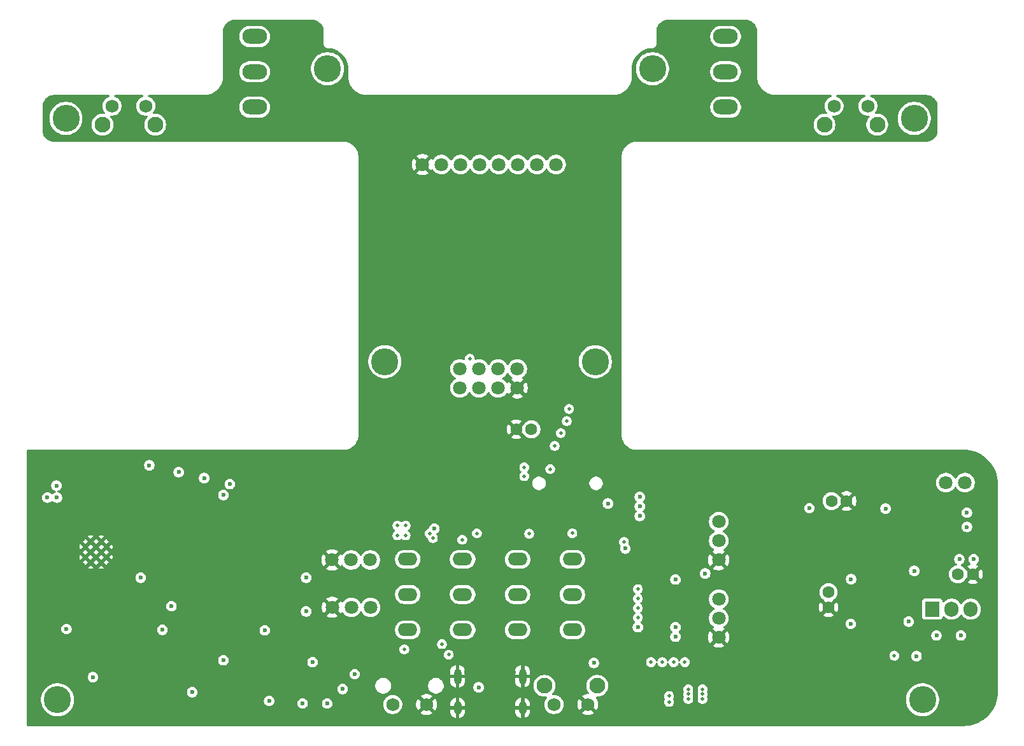
<source format=gbr>
%TF.GenerationSoftware,KiCad,Pcbnew,9.0.2*%
%TF.CreationDate,2025-07-06T19:20:27+07:00*%
%TF.ProjectId,Gamepad PCB,47616d65-7061-4642-9050-43422e6b6963,v03*%
%TF.SameCoordinates,Original*%
%TF.FileFunction,Copper,L3,Inr*%
%TF.FilePolarity,Positive*%
%FSLAX46Y46*%
G04 Gerber Fmt 4.6, Leading zero omitted, Abs format (unit mm)*
G04 Created by KiCad (PCBNEW 9.0.2) date 2025-07-06 19:20:27*
%MOMM*%
%LPD*%
G01*
G04 APERTURE LIST*
%TA.AperFunction,ComponentPad*%
%ADD10C,3.600000*%
%TD*%
%TA.AperFunction,ComponentPad*%
%ADD11O,2.600000X1.700000*%
%TD*%
%TA.AperFunction,ComponentPad*%
%ADD12C,1.750000*%
%TD*%
%TA.AperFunction,ComponentPad*%
%ADD13C,1.800000*%
%TD*%
%TA.AperFunction,ComponentPad*%
%ADD14O,3.300000X2.000000*%
%TD*%
%TA.AperFunction,HeatsinkPad*%
%ADD15C,0.500000*%
%TD*%
%TA.AperFunction,HeatsinkPad*%
%ADD16O,1.000000X2.100000*%
%TD*%
%TA.AperFunction,HeatsinkPad*%
%ADD17O,1.000000X1.800000*%
%TD*%
%TA.AperFunction,ComponentPad*%
%ADD18C,2.100000*%
%TD*%
%TA.AperFunction,ComponentPad*%
%ADD19C,1.600000*%
%TD*%
%TA.AperFunction,HeatsinkPad*%
%ADD20C,0.600000*%
%TD*%
%TA.AperFunction,ComponentPad*%
%ADD21R,1.905000X2.000000*%
%TD*%
%TA.AperFunction,ComponentPad*%
%ADD22O,1.905000X2.000000*%
%TD*%
%TA.AperFunction,ViaPad*%
%ADD23C,0.600000*%
%TD*%
%TA.AperFunction,ViaPad*%
%ADD24C,0.500000*%
%TD*%
G04 APERTURE END LIST*
D10*
%TO.N,N/C*%
%TO.C,H8*%
X168000000Y-90000000D03*
%TD*%
%TO.N,N/C*%
%TO.C,H5*%
X97610000Y-57610000D03*
%TD*%
D11*
%TO.N,Net-(SW19A-A)*%
%TO.C,SW19*%
X164940000Y-116300000D03*
%TO.N,Net-(SW11A-B)*%
X164940000Y-121000000D03*
%TO.N,N/C*%
X164940000Y-125700000D03*
%TD*%
D10*
%TO.N,N/C*%
%TO.C,H1*%
X132400000Y-51000000D03*
%TD*%
D12*
%TO.N,GND*%
%TO.C,SW3*%
X145550000Y-135637500D03*
%TO.N,/GPIO0*%
X141049999Y-135637500D03*
%TD*%
D10*
%TO.N,N/C*%
%TO.C,H2*%
X175600000Y-51000000D03*
%TD*%
D13*
%TO.N,GND*%
%TO.C,J7*%
X145000000Y-63750000D03*
%TO.N,+3.3V_Perip*%
X147540000Y-63750000D03*
%TO.N,/CLK*%
X150079999Y-63750000D03*
%TO.N,/MOSI*%
X152620000Y-63750000D03*
%TO.N,/IO17*%
X155160000Y-63750000D03*
%TO.N,/IO18*%
X157700000Y-63750000D03*
%TO.N,/IO19*%
X160240000Y-63750000D03*
%TO.N,/IO20*%
X162780001Y-63750000D03*
%TD*%
D10*
%TO.N,N/C*%
%TO.C,H7*%
X140000000Y-90000000D03*
%TD*%
D14*
%TO.N,Net-(SW15A-A)*%
%TO.C,SW16*%
X185310000Y-56110000D03*
%TO.N,Net-(SW12A-B)*%
X185310000Y-51410000D03*
%TO.N,N/C*%
X185310000Y-46710000D03*
%TD*%
D15*
%TO.N,N/C*%
%TO.C,U11*%
X141670000Y-111820000D03*
X141670000Y-113120000D03*
X142770000Y-111820000D03*
X142770000Y-113120000D03*
%TD*%
D11*
%TO.N,Net-(SW7A-A)*%
%TO.C,SW7*%
X143060000Y-116300000D03*
%TO.N,Net-(SW11A-B)*%
X143060000Y-121000000D03*
%TO.N,N/C*%
X143060000Y-125700000D03*
%TD*%
D15*
%TO.N,unconnected-(U2-EP-Pad9)_6*%
%TO.C,U2*%
X182250000Y-134900000D03*
%TO.N,unconnected-(U2-EP-Pad9)*%
X182250000Y-133600000D03*
%TO.N,unconnected-(U2-EP-Pad9)_5*%
X182249999Y-134250000D03*
%TO.N,unconnected-(U2-EP-Pad9)_3*%
X180350001Y-134250000D03*
%TO.N,unconnected-(U2-EP-Pad9)_7*%
X180350000Y-134900000D03*
%TO.N,unconnected-(U2-EP-Pad9)_2*%
X180350000Y-133600000D03*
%TD*%
D11*
%TO.N,Net-(SW15A-A)*%
%TO.C,SW15*%
X157650000Y-116300000D03*
%TO.N,Net-(SW11A-B)*%
X157650000Y-121000000D03*
%TO.N,N/C*%
X157650000Y-125700000D03*
%TD*%
D14*
%TO.N,Net-(SW11A-A)*%
%TO.C,SW12*%
X122690000Y-56110000D03*
%TO.N,Net-(SW12A-B)*%
X122690000Y-51410000D03*
%TO.N,N/C*%
X122690000Y-46710000D03*
%TD*%
D10*
%TO.N,N/C*%
%TO.C,H4*%
X211500000Y-135000000D03*
%TD*%
%TO.N,N/C*%
%TO.C,H6*%
X210390000Y-57610000D03*
%TD*%
%TO.N,N/C*%
%TO.C,H3*%
X96500000Y-135000000D03*
%TD*%
D16*
%TO.N,GND*%
%TO.C,J1*%
X149680000Y-131895000D03*
D17*
X149680000Y-136075000D03*
D16*
X158320000Y-131895000D03*
D17*
X158320000Y-136075000D03*
%TD*%
D18*
%TO.N,*%
%TO.C,SW2*%
X168250000Y-133147500D03*
X161240000Y-133147500D03*
D12*
%TO.N,GND*%
X167000000Y-135637500D03*
%TO.N,/EN*%
X162500000Y-135637500D03*
%TD*%
D11*
%TO.N,Net-(SW11A-A)*%
%TO.C,SW11*%
X150350000Y-116300000D03*
%TO.N,Net-(SW11A-B)*%
X150350000Y-121000000D03*
%TO.N,N/C*%
X150350000Y-125700000D03*
%TD*%
D13*
%TO.N,+3.3V_Perip*%
%TO.C,J6*%
X138080000Y-116400000D03*
%TO.N,Net-(J6-Pin_2)*%
X135540000Y-116400000D03*
%TO.N,GND*%
X133000000Y-116400000D03*
%TD*%
D19*
%TO.N,+3.3V*%
%TO.C,C2*%
X159500000Y-99000000D03*
%TO.N,GND*%
X157499999Y-99000000D03*
%TD*%
D20*
%TO.N,GND*%
%TO.C,U6*%
X102300000Y-113935000D03*
X100900000Y-113935000D03*
X103000000Y-114635000D03*
X101600000Y-114635000D03*
X100200000Y-114635000D03*
X102300000Y-115335000D03*
X100900000Y-115335000D03*
X103000000Y-116035000D03*
X101600000Y-116035000D03*
X100200000Y-116035000D03*
X102300000Y-116735000D03*
X100900000Y-116735000D03*
%TD*%
D19*
%TO.N,Net-(D1-K)*%
%TO.C,C6*%
X199000000Y-120699999D03*
%TO.N,GND*%
X199000000Y-122699999D03*
%TD*%
D13*
%TO.N,+3.3V_Perip*%
%TO.C,J5*%
X138100000Y-122700000D03*
%TO.N,Net-(J5-Pin_2)*%
X135560000Y-122700000D03*
%TO.N,GND*%
X133020000Y-122700000D03*
%TD*%
D19*
%TO.N,Net-(D1-K)*%
%TO.C,C10*%
X199400000Y-108550000D03*
%TO.N,GND*%
X201400000Y-108550000D03*
%TD*%
D18*
%TO.N,*%
%TO.C,SW4*%
X109475500Y-58452499D03*
X102465500Y-58452500D03*
D12*
%TO.N,Net-(SW12A-B)*%
X108225500Y-55962500D03*
%TO.N,Net-(SW7A-A)*%
X103725499Y-55962500D03*
%TD*%
D19*
%TO.N,+BATT*%
%TO.C,C16*%
X216200000Y-118300000D03*
%TO.N,GND*%
X218200000Y-118300000D03*
%TD*%
D13*
%TO.N,Net-(J2-A)*%
%TO.C,J2*%
X214609999Y-106100000D03*
%TO.N,Net-(J2-B)*%
X217149999Y-106100000D03*
%TD*%
D18*
%TO.N,*%
%TO.C,SW8*%
X205475500Y-58452499D03*
X198465500Y-58452500D03*
D12*
%TO.N,Net-(SW12A-B)*%
X204225500Y-55962500D03*
%TO.N,Net-(SW19A-A)*%
X199725499Y-55962500D03*
%TD*%
D13*
%TO.N,+3.3V_Perip*%
%TO.C,J4*%
X184400000Y-111300000D03*
%TO.N,Net-(J4-Pin_2)*%
X184400000Y-113840000D03*
%TO.N,GND*%
X184400000Y-116380000D03*
%TD*%
%TO.N,GND*%
%TO.C,U4*%
X157620000Y-93500000D03*
%TO.N,+3.3V*%
X157620000Y-90960000D03*
%TO.N,/IO21*%
X155080000Y-93500000D03*
%TO.N,/IO14*%
X155080000Y-90960000D03*
%TO.N,/CLK*%
X152540000Y-93500000D03*
%TO.N,/MOSI*%
X152540000Y-90960000D03*
%TO.N,Net-(U4-MISO)*%
X150000000Y-93500000D03*
%TO.N,unconnected-(U4-IRQ-Pad8)*%
X150000000Y-90960000D03*
%TD*%
%TO.N,+3.3V_Perip*%
%TO.C,J3*%
X184400000Y-121600000D03*
%TO.N,Net-(J3-Pin_2)*%
X184400000Y-124140000D03*
%TO.N,GND*%
X184400000Y-126680000D03*
%TD*%
D21*
%TO.N,Net-(Q3-Pad1)*%
%TO.C,Q3*%
X212820000Y-122950000D03*
D22*
%TO.N,Net-(J2-A)*%
X215360000Y-122950000D03*
%TO.N,+BATT*%
X217900000Y-122950000D03*
%TD*%
D23*
%TO.N,+3.3V_Perip*%
X146600000Y-112220000D03*
X182600000Y-118200002D03*
X202000000Y-118949999D03*
X169680053Y-108880053D03*
%TO.N,GND*%
X138500000Y-112300000D03*
X160900000Y-128350000D03*
D24*
X137300001Y-128750000D03*
D23*
X96900000Y-112000000D03*
D24*
X94637499Y-105000000D03*
D23*
X213400000Y-130000000D03*
X204100000Y-122800000D03*
X204875002Y-133350000D03*
X209490000Y-120500000D03*
D24*
X178900000Y-113079999D03*
D23*
X127756250Y-125770000D03*
X219587500Y-112337500D03*
D24*
X155500000Y-130100000D03*
D23*
X124050000Y-127270000D03*
D24*
X93880000Y-108085000D03*
D23*
X210750000Y-128200000D03*
D24*
X131300000Y-132000000D03*
D23*
X93880000Y-125585000D03*
X96899999Y-110150000D03*
X171400000Y-135575000D03*
X202450000Y-110500000D03*
X209135000Y-117850000D03*
X112162501Y-125700000D03*
X206595000Y-117850001D03*
X204224999Y-124875001D03*
X162400000Y-128374998D03*
X202500000Y-122800000D03*
X191000000Y-134000000D03*
X204300000Y-112650000D03*
X150800000Y-131320000D03*
D24*
X94637499Y-106500000D03*
D23*
X207275000Y-122550000D03*
X218600000Y-129925002D03*
D24*
X181100000Y-106850000D03*
D23*
X132900000Y-127500000D03*
X157200000Y-131320000D03*
D24*
X178650000Y-117729999D03*
D23*
X185100000Y-135262501D03*
D24*
X181150000Y-117925000D03*
X175900000Y-105125000D03*
D23*
X133700000Y-129200000D03*
D24*
X153091821Y-132548463D03*
D23*
X153400000Y-105300000D03*
X204875003Y-134850000D03*
%TO.N,+BATT*%
X210700000Y-129200000D03*
%TO.N,+3.3V*%
X201950000Y-124900002D03*
X95149999Y-108085000D03*
D24*
X162000000Y-104300000D03*
D23*
X130400000Y-130000000D03*
X124050000Y-125770000D03*
X132350000Y-135500000D03*
%TO.N,VBUS*%
X206595000Y-109549999D03*
X167800000Y-130100000D03*
X152481642Y-133350000D03*
X210405000Y-117850001D03*
X209650000Y-124600000D03*
D24*
X142600000Y-128300000D03*
D23*
%TO.N,/EN*%
X96420000Y-108085000D03*
X96362501Y-106500000D03*
%TO.N,/GPIO0*%
X110437499Y-125700000D03*
D24*
%TO.N,/CLK*%
X151300000Y-89600000D03*
D23*
%TO.N,/DTR*%
X124630762Y-135150001D03*
X129081378Y-135490689D03*
D24*
%TO.N,Net-(Q5-Pad1)*%
X158550000Y-104050000D03*
D23*
X216600000Y-126450000D03*
X213350000Y-126450000D03*
D24*
%TO.N,Net-(Q6-Pad3)*%
X158550000Y-105250000D03*
X207750000Y-129150000D03*
D23*
%TO.N,Net-(SW11A-A)*%
X129550000Y-118750000D03*
D24*
X173650000Y-121540000D03*
X178400000Y-130000000D03*
X152250000Y-112850000D03*
X163400000Y-99500000D03*
D23*
%TO.N,Net-(U12-A2)*%
X171989237Y-114870002D03*
X129550000Y-123250000D03*
D24*
%TO.N,Net-(SW11A-B)*%
X171801323Y-114001323D03*
%TO.N,/SCL*%
X177800000Y-135300003D03*
X148500000Y-129000000D03*
D23*
X134400000Y-133575000D03*
%TO.N,/SDA*%
X136000000Y-131600000D03*
D24*
X177800000Y-134500000D03*
X147600000Y-127600000D03*
D23*
%TO.N,/IO17*%
X108700000Y-103800000D03*
D24*
%TO.N,Net-(SW7A-A)*%
X173650000Y-120270001D03*
X179900000Y-130000000D03*
D23*
X118550000Y-107750000D03*
D24*
X162600000Y-101200000D03*
X150300000Y-113700000D03*
D23*
%TO.N,/IO18*%
X112600000Y-104699997D03*
%TO.N,/IO20*%
X119400000Y-106300003D03*
%TO.N,/IO19*%
X116000000Y-105500000D03*
%TO.N,Net-(U8-OC)*%
X217400000Y-110100002D03*
X216400002Y-116300000D03*
%TO.N,Net-(U8-OD)*%
X217400000Y-112000000D03*
X218300000Y-116300000D03*
%TO.N,/RXD*%
X97690000Y-125585000D03*
%TO.N,/TXD*%
X101200000Y-132000000D03*
D24*
%TO.N,Net-(SW15A-A)*%
X173650000Y-122810000D03*
X176900000Y-130000000D03*
D23*
X107550000Y-118750000D03*
D24*
X159200000Y-112900000D03*
X164200000Y-97900000D03*
D23*
%TO.N,Net-(U12-A3)*%
X196460000Y-109500000D03*
X173900000Y-110540000D03*
D24*
%TO.N,Net-(J3-Pin_2)*%
X146400000Y-113470000D03*
%TO.N,Net-(J4-Pin_2)*%
X145970000Y-112870000D03*
%TO.N,Net-(SW19A-A)*%
X164500000Y-96300000D03*
X173650000Y-124079999D03*
D23*
X118550000Y-129750000D03*
D24*
X175400000Y-130000000D03*
X164940000Y-112840000D03*
D23*
%TO.N,/IO36*%
X173900000Y-109270001D03*
%TO.N,/IO35*%
X173900000Y-108000000D03*
%TO.N,/IO37*%
X178650000Y-119000000D03*
%TO.N,/IO38*%
X178650000Y-125350000D03*
%TO.N,/IO40*%
X178650000Y-126620001D03*
%TO.N,/IO39*%
X173650000Y-125350000D03*
%TO.N,/IO48*%
X114400000Y-134000000D03*
X111640000Y-122550000D03*
%TD*%
%TA.AperFunction,Conductor*%
%TO.N,GND*%
G36*
X156421445Y-91503865D02*
G01*
X156460485Y-91548919D01*
X156507715Y-91641614D01*
X156628028Y-91807213D01*
X156628034Y-91807219D01*
X156772781Y-91951966D01*
X156938390Y-92072287D01*
X156938392Y-92072288D01*
X156939525Y-92073111D01*
X156982191Y-92128441D01*
X156988170Y-92198054D01*
X156955565Y-92259850D01*
X156922938Y-92283913D01*
X156886238Y-92302613D01*
X156886234Y-92302616D01*
X156822485Y-92348931D01*
X156822485Y-92348932D01*
X157490590Y-93017037D01*
X157427007Y-93034075D01*
X157312993Y-93099901D01*
X157219901Y-93192993D01*
X157154075Y-93307007D01*
X157137037Y-93370590D01*
X156468932Y-92702485D01*
X156468931Y-92702485D01*
X156422616Y-92766234D01*
X156422613Y-92766238D01*
X156403913Y-92802938D01*
X156355937Y-92853733D01*
X156288116Y-92870526D01*
X156221981Y-92847986D01*
X156193111Y-92819525D01*
X156192288Y-92818392D01*
X156192287Y-92818390D01*
X156071966Y-92652781D01*
X155927219Y-92508034D01*
X155927213Y-92508028D01*
X155761614Y-92387715D01*
X155755006Y-92384348D01*
X155668917Y-92340483D01*
X155618123Y-92292511D01*
X155601328Y-92224690D01*
X155623865Y-92158555D01*
X155668917Y-92119516D01*
X155761610Y-92072287D01*
X155782770Y-92056913D01*
X155927213Y-91951971D01*
X155927215Y-91951968D01*
X155927219Y-91951966D01*
X156071966Y-91807219D01*
X156071968Y-91807215D01*
X156071971Y-91807213D01*
X156192284Y-91641614D01*
X156192285Y-91641613D01*
X156192287Y-91641610D01*
X156239516Y-91548917D01*
X156287489Y-91498123D01*
X156355310Y-91481328D01*
X156421445Y-91503865D01*
G37*
%TD.AperFunction*%
%TA.AperFunction,Conductor*%
G36*
X188004418Y-44500816D02*
G01*
X188204561Y-44515130D01*
X188222063Y-44517647D01*
X188413797Y-44559355D01*
X188430755Y-44564334D01*
X188614609Y-44632909D01*
X188630701Y-44640259D01*
X188802904Y-44734288D01*
X188817784Y-44743849D01*
X188974864Y-44861439D01*
X188974867Y-44861441D01*
X188988237Y-44873027D01*
X189126972Y-45011762D01*
X189138558Y-45025132D01*
X189256146Y-45182210D01*
X189265711Y-45197095D01*
X189359740Y-45369298D01*
X189367090Y-45385390D01*
X189435662Y-45569236D01*
X189440646Y-45586212D01*
X189482351Y-45777931D01*
X189484869Y-45795442D01*
X189499184Y-45995580D01*
X189499500Y-46004427D01*
X189499500Y-52151254D01*
X189514085Y-52271371D01*
X189535963Y-52451551D01*
X189578200Y-52622914D01*
X189608358Y-52745272D01*
X189715628Y-53028117D01*
X189856206Y-53295964D01*
X189856212Y-53295973D01*
X190028047Y-53544921D01*
X190028052Y-53544927D01*
X190228646Y-53771351D01*
X190228648Y-53771353D01*
X190455072Y-53971947D01*
X190455078Y-53971952D01*
X190704026Y-54143787D01*
X190704035Y-54143793D01*
X190971882Y-54284371D01*
X191254727Y-54391641D01*
X191254731Y-54391642D01*
X191254734Y-54391643D01*
X191548449Y-54464037D01*
X191799661Y-54494539D01*
X191848746Y-54500500D01*
X191848748Y-54500500D01*
X191934108Y-54500500D01*
X199314562Y-54500500D01*
X199381601Y-54520185D01*
X199427356Y-54572989D01*
X199437300Y-54642147D01*
X199408275Y-54705703D01*
X199352881Y-54742431D01*
X199235872Y-54780449D01*
X199056990Y-54871595D01*
X199001121Y-54912187D01*
X198894567Y-54989603D01*
X198894565Y-54989605D01*
X198894564Y-54989605D01*
X198752604Y-55131565D01*
X198752604Y-55131566D01*
X198752602Y-55131568D01*
X198704601Y-55197636D01*
X198634594Y-55293991D01*
X198543448Y-55472873D01*
X198481406Y-55663819D01*
X198460559Y-55795443D01*
X198449999Y-55862116D01*
X198449999Y-56062884D01*
X198464747Y-56155997D01*
X198481406Y-56261180D01*
X198543448Y-56452126D01*
X198634594Y-56631008D01*
X198752602Y-56793432D01*
X198752604Y-56793434D01*
X198763112Y-56803942D01*
X198796597Y-56865265D01*
X198791613Y-56934957D01*
X198749741Y-56990890D01*
X198684277Y-57015307D01*
X198656033Y-57014096D01*
X198579662Y-57002000D01*
X198579657Y-57002000D01*
X198351343Y-57002000D01*
X198351338Y-57002000D01*
X198125839Y-57037715D01*
X197908696Y-57108270D01*
X197705271Y-57211921D01*
X197520561Y-57346122D01*
X197359122Y-57507561D01*
X197224921Y-57692271D01*
X197121270Y-57895696D01*
X197050715Y-58112839D01*
X197015000Y-58338337D01*
X197015000Y-58566662D01*
X197050715Y-58792160D01*
X197121270Y-59009303D01*
X197195053Y-59154109D01*
X197224921Y-59212728D01*
X197359121Y-59397437D01*
X197520563Y-59558879D01*
X197705272Y-59693079D01*
X197801384Y-59742050D01*
X197908696Y-59796729D01*
X197908698Y-59796729D01*
X197908701Y-59796731D01*
X198025092Y-59834549D01*
X198125839Y-59867284D01*
X198351338Y-59903000D01*
X198351343Y-59903000D01*
X198579662Y-59903000D01*
X198805160Y-59867284D01*
X198856197Y-59850701D01*
X199022299Y-59796731D01*
X199225728Y-59693079D01*
X199410437Y-59558879D01*
X199571879Y-59397437D01*
X199706079Y-59212728D01*
X199809731Y-59009299D01*
X199880284Y-58792160D01*
X199880284Y-58792159D01*
X199916000Y-58566662D01*
X199916000Y-58338337D01*
X199880284Y-58112839D01*
X199809729Y-57895696D01*
X199737647Y-57754228D01*
X199706079Y-57692272D01*
X199571879Y-57507563D01*
X199511422Y-57447106D01*
X199477937Y-57385783D01*
X199482921Y-57316091D01*
X199524793Y-57260158D01*
X199590257Y-57235741D01*
X199618496Y-57236951D01*
X199625115Y-57238000D01*
X199625120Y-57238000D01*
X199825882Y-57238000D01*
X199825883Y-57238000D01*
X200024179Y-57206593D01*
X200215121Y-57144552D01*
X200394007Y-57053405D01*
X200556431Y-56935397D01*
X200698396Y-56793432D01*
X200816404Y-56631008D01*
X200907551Y-56452122D01*
X200969592Y-56261180D01*
X201000999Y-56062884D01*
X201000999Y-55862116D01*
X200969592Y-55663820D01*
X200907551Y-55472878D01*
X200907549Y-55472875D01*
X200907549Y-55472873D01*
X200816403Y-55293991D01*
X200787881Y-55254734D01*
X200698396Y-55131568D01*
X200556431Y-54989603D01*
X200394007Y-54871595D01*
X200374075Y-54861439D01*
X200215125Y-54780449D01*
X200102503Y-54743856D01*
X200098116Y-54742430D01*
X200040442Y-54702993D01*
X200013244Y-54638634D01*
X200025159Y-54569788D01*
X200072403Y-54518312D01*
X200136436Y-54500500D01*
X203814563Y-54500500D01*
X203881602Y-54520185D01*
X203927357Y-54572989D01*
X203937301Y-54642147D01*
X203908276Y-54705703D01*
X203852882Y-54742431D01*
X203735873Y-54780449D01*
X203556991Y-54871595D01*
X203501122Y-54912187D01*
X203394568Y-54989603D01*
X203394566Y-54989605D01*
X203394565Y-54989605D01*
X203252605Y-55131565D01*
X203252605Y-55131566D01*
X203252603Y-55131568D01*
X203204602Y-55197636D01*
X203134595Y-55293991D01*
X203043449Y-55472873D01*
X202981407Y-55663819D01*
X202960560Y-55795443D01*
X202950000Y-55862116D01*
X202950000Y-56062884D01*
X202964748Y-56155997D01*
X202981407Y-56261180D01*
X203043449Y-56452126D01*
X203134595Y-56631008D01*
X203252603Y-56793432D01*
X203394568Y-56935397D01*
X203556992Y-57053405D01*
X203641507Y-57096467D01*
X203735873Y-57144550D01*
X203735875Y-57144550D01*
X203735878Y-57144552D01*
X203926820Y-57206593D01*
X204125116Y-57238000D01*
X204125117Y-57238000D01*
X204325880Y-57238000D01*
X204325884Y-57238000D01*
X204325887Y-57237999D01*
X204330307Y-57237651D01*
X204398686Y-57252005D01*
X204448450Y-57301049D01*
X204463798Y-57369212D01*
X204439858Y-57434853D01*
X204427735Y-57448948D01*
X204369120Y-57507563D01*
X204234921Y-57692270D01*
X204131270Y-57895695D01*
X204060715Y-58112838D01*
X204025000Y-58338336D01*
X204025000Y-58566661D01*
X204060715Y-58792159D01*
X204131270Y-59009302D01*
X204234921Y-59212727D01*
X204369121Y-59397436D01*
X204530563Y-59558878D01*
X204715272Y-59693078D01*
X204811384Y-59742049D01*
X204918696Y-59796728D01*
X204918698Y-59796728D01*
X204918701Y-59796730D01*
X204961081Y-59810500D01*
X205135839Y-59867283D01*
X205361338Y-59902999D01*
X205361343Y-59902999D01*
X205589662Y-59902999D01*
X205815160Y-59867283D01*
X206032299Y-59796730D01*
X206235728Y-59693078D01*
X206420437Y-59558878D01*
X206581879Y-59397436D01*
X206716079Y-59212727D01*
X206819731Y-59009298D01*
X206890284Y-58792159D01*
X206926000Y-58566661D01*
X206926000Y-58338336D01*
X206890284Y-58112838D01*
X206819729Y-57895695D01*
X206747653Y-57754238D01*
X206716079Y-57692271D01*
X206581879Y-57507562D01*
X206540095Y-57465778D01*
X208189500Y-57465778D01*
X208189500Y-57754221D01*
X208189501Y-57754238D01*
X208227149Y-58040206D01*
X208227150Y-58040211D01*
X208227151Y-58040217D01*
X208301809Y-58318844D01*
X208301814Y-58318860D01*
X208412191Y-58585336D01*
X208412199Y-58585352D01*
X208556420Y-58835148D01*
X208556431Y-58835164D01*
X208732024Y-59064002D01*
X208732030Y-59064009D01*
X208935990Y-59267969D01*
X208935996Y-59267974D01*
X209164844Y-59443575D01*
X209164851Y-59443579D01*
X209414647Y-59587800D01*
X209414663Y-59587808D01*
X209681139Y-59698185D01*
X209681145Y-59698186D01*
X209681155Y-59698191D01*
X209959783Y-59772849D01*
X210245772Y-59810500D01*
X210245779Y-59810500D01*
X210534221Y-59810500D01*
X210534228Y-59810500D01*
X210820217Y-59772849D01*
X211098845Y-59698191D01*
X211098857Y-59698185D01*
X211098860Y-59698185D01*
X211365336Y-59587808D01*
X211365339Y-59587806D01*
X211365345Y-59587804D01*
X211615156Y-59443575D01*
X211844004Y-59267974D01*
X212047974Y-59064004D01*
X212223575Y-58835156D01*
X212367804Y-58585345D01*
X212478191Y-58318845D01*
X212552849Y-58040217D01*
X212590500Y-57754228D01*
X212590500Y-57465772D01*
X212552849Y-57179783D01*
X212478191Y-56901155D01*
X212478186Y-56901145D01*
X212478185Y-56901139D01*
X212367808Y-56634663D01*
X212367800Y-56634647D01*
X212223579Y-56384851D01*
X212223575Y-56384844D01*
X212047974Y-56155996D01*
X212047969Y-56155990D01*
X211844009Y-55952030D01*
X211844002Y-55952024D01*
X211615164Y-55776431D01*
X211615162Y-55776429D01*
X211615156Y-55776425D01*
X211615151Y-55776422D01*
X211615148Y-55776420D01*
X211365352Y-55632199D01*
X211365336Y-55632191D01*
X211098860Y-55521814D01*
X211098848Y-55521810D01*
X211098845Y-55521809D01*
X210820217Y-55447151D01*
X210820211Y-55447150D01*
X210820206Y-55447149D01*
X210534238Y-55409501D01*
X210534233Y-55409500D01*
X210534228Y-55409500D01*
X210245772Y-55409500D01*
X210245766Y-55409500D01*
X210245761Y-55409501D01*
X209959793Y-55447149D01*
X209959786Y-55447150D01*
X209959783Y-55447151D01*
X209681155Y-55521809D01*
X209681139Y-55521814D01*
X209414663Y-55632191D01*
X209414647Y-55632199D01*
X209164851Y-55776420D01*
X209164835Y-55776431D01*
X208935997Y-55952024D01*
X208935990Y-55952030D01*
X208732030Y-56155990D01*
X208732024Y-56155997D01*
X208556431Y-56384835D01*
X208556420Y-56384851D01*
X208412199Y-56634647D01*
X208412191Y-56634663D01*
X208301814Y-56901139D01*
X208301809Y-56901155D01*
X208269332Y-57022363D01*
X208227152Y-57179780D01*
X208227149Y-57179793D01*
X208189501Y-57465761D01*
X208189500Y-57465778D01*
X206540095Y-57465778D01*
X206420437Y-57346120D01*
X206235728Y-57211920D01*
X206225271Y-57206592D01*
X206032303Y-57108269D01*
X205815160Y-57037714D01*
X205589662Y-57001999D01*
X205589657Y-57001999D01*
X205361343Y-57001999D01*
X205361338Y-57001999D01*
X205296848Y-57012213D01*
X205227554Y-57003258D01*
X205174102Y-56958262D01*
X205153463Y-56891510D01*
X205172188Y-56824197D01*
X205189764Y-56802064D01*
X205198397Y-56793432D01*
X205316405Y-56631008D01*
X205407552Y-56452122D01*
X205469593Y-56261180D01*
X205501000Y-56062884D01*
X205501000Y-55862116D01*
X205469593Y-55663820D01*
X205407552Y-55472878D01*
X205407550Y-55472875D01*
X205407550Y-55472873D01*
X205316404Y-55293991D01*
X205287882Y-55254734D01*
X205198397Y-55131568D01*
X205056432Y-54989603D01*
X204894008Y-54871595D01*
X204874076Y-54861439D01*
X204715126Y-54780449D01*
X204602504Y-54743856D01*
X204598117Y-54742430D01*
X204540443Y-54702993D01*
X204513245Y-54638634D01*
X204525160Y-54569788D01*
X204572404Y-54518312D01*
X204636437Y-54500500D01*
X211909441Y-54500500D01*
X211934106Y-54500500D01*
X211934107Y-54500501D01*
X211995572Y-54500501D01*
X212004417Y-54500817D01*
X212204560Y-54515131D01*
X212222062Y-54517648D01*
X212413796Y-54559356D01*
X212430754Y-54564335D01*
X212614605Y-54632909D01*
X212614608Y-54632910D01*
X212630700Y-54640259D01*
X212802901Y-54734288D01*
X212802907Y-54734291D01*
X212817790Y-54743856D01*
X212974863Y-54861439D01*
X212988234Y-54873025D01*
X213126974Y-55011765D01*
X213138560Y-55025136D01*
X213256143Y-55182209D01*
X213265708Y-55197092D01*
X213359739Y-55369298D01*
X213367089Y-55385391D01*
X213435661Y-55569237D01*
X213440645Y-55586213D01*
X213482350Y-55777932D01*
X213484868Y-55795443D01*
X213499183Y-55995580D01*
X213499499Y-56004427D01*
X213499499Y-59215573D01*
X213499183Y-59224418D01*
X213499183Y-59224420D01*
X213484868Y-59424558D01*
X213482350Y-59442069D01*
X213440645Y-59633787D01*
X213435661Y-59650763D01*
X213367090Y-59834608D01*
X213359740Y-59850701D01*
X213265707Y-60022908D01*
X213256143Y-60037789D01*
X213256142Y-60037791D01*
X213138563Y-60194859D01*
X213126977Y-60208231D01*
X212988232Y-60346975D01*
X212974861Y-60358560D01*
X212817786Y-60476145D01*
X212802903Y-60485710D01*
X212630698Y-60579742D01*
X212614604Y-60587092D01*
X212430764Y-60655660D01*
X212413789Y-60660644D01*
X212222067Y-60702350D01*
X212204556Y-60704868D01*
X212023778Y-60717798D01*
X212004416Y-60719183D01*
X211995571Y-60719499D01*
X173426512Y-60719499D01*
X173426496Y-60719500D01*
X173368880Y-60719500D01*
X173368874Y-60719500D01*
X173368870Y-60719501D01*
X173108888Y-60753728D01*
X172855580Y-60821602D01*
X172613310Y-60921954D01*
X172613300Y-60921958D01*
X172386198Y-61053075D01*
X172178150Y-61212715D01*
X172178143Y-61212721D01*
X171992722Y-61398142D01*
X171992716Y-61398149D01*
X171833083Y-61606188D01*
X171833077Y-61606197D01*
X171701957Y-61833301D01*
X171701955Y-61833305D01*
X171601605Y-62075570D01*
X171601602Y-62075580D01*
X171533730Y-62328884D01*
X171499500Y-62588871D01*
X171499500Y-62654107D01*
X171499499Y-99654108D01*
X171499499Y-99851128D01*
X171519794Y-100005273D01*
X171533729Y-100111117D01*
X171601601Y-100364419D01*
X171601604Y-100364429D01*
X171701954Y-100606694D01*
X171701959Y-100606705D01*
X171833071Y-100833796D01*
X171833075Y-100833803D01*
X171833082Y-100833812D01*
X171992715Y-101041850D01*
X171992721Y-101041857D01*
X172178142Y-101227278D01*
X172178147Y-101227282D01*
X172178148Y-101227283D01*
X172386196Y-101386924D01*
X172386203Y-101386928D01*
X172613294Y-101518040D01*
X172613299Y-101518042D01*
X172613302Y-101518044D01*
X172613307Y-101518046D01*
X172846572Y-101614668D01*
X172855580Y-101618399D01*
X173108883Y-101686271D01*
X173357187Y-101718961D01*
X173368863Y-101720499D01*
X173368879Y-101720501D01*
X173434108Y-101720501D01*
X216934108Y-101720501D01*
X216997294Y-101720501D01*
X217002702Y-101720618D01*
X217386771Y-101737387D01*
X217397506Y-101738327D01*
X217775971Y-101788153D01*
X217786597Y-101790026D01*
X218159284Y-101872649D01*
X218169710Y-101875443D01*
X218533763Y-101990228D01*
X218543910Y-101993921D01*
X218896578Y-102140001D01*
X218906369Y-102144567D01*
X219244942Y-102320817D01*
X219254310Y-102326225D01*
X219576244Y-102531319D01*
X219585105Y-102537524D01*
X219887930Y-102769890D01*
X219896217Y-102776844D01*
X220177635Y-103034716D01*
X220185284Y-103042365D01*
X220443156Y-103323783D01*
X220450110Y-103332070D01*
X220682481Y-103634903D01*
X220688685Y-103643764D01*
X220744265Y-103731007D01*
X220842578Y-103885327D01*
X220893770Y-103965681D01*
X220899175Y-103975043D01*
X220971548Y-104114069D01*
X221075429Y-104313624D01*
X221080001Y-104323428D01*
X221226074Y-104676079D01*
X221229774Y-104686245D01*
X221344552Y-105050277D01*
X221347352Y-105060725D01*
X221429971Y-105433391D01*
X221431849Y-105444045D01*
X221481670Y-105822474D01*
X221482613Y-105833250D01*
X221498728Y-106202352D01*
X221499382Y-106217312D01*
X221499500Y-106222721D01*
X221499500Y-133997293D01*
X221499382Y-134002702D01*
X221482614Y-134386750D01*
X221481671Y-134397526D01*
X221431849Y-134775957D01*
X221429971Y-134786610D01*
X221347354Y-135159272D01*
X221344554Y-135169721D01*
X221229775Y-135533755D01*
X221226075Y-135543921D01*
X221080002Y-135896572D01*
X221075430Y-135906376D01*
X220899183Y-136244942D01*
X220893775Y-136254310D01*
X220688681Y-136576244D01*
X220682476Y-136585105D01*
X220450110Y-136887930D01*
X220443156Y-136896217D01*
X220185284Y-137177635D01*
X220177635Y-137185284D01*
X219896217Y-137443156D01*
X219887930Y-137450110D01*
X219585105Y-137682476D01*
X219576244Y-137688681D01*
X219254310Y-137893775D01*
X219244942Y-137899183D01*
X218906376Y-138075430D01*
X218896572Y-138080002D01*
X218543921Y-138226075D01*
X218533755Y-138229775D01*
X218169721Y-138344554D01*
X218159272Y-138347354D01*
X217786610Y-138429971D01*
X217775957Y-138431849D01*
X217397526Y-138481671D01*
X217386750Y-138482614D01*
X217002703Y-138499382D01*
X216997294Y-138499500D01*
X92514000Y-138499500D01*
X92446961Y-138479815D01*
X92401206Y-138427011D01*
X92390000Y-138375500D01*
X92390000Y-134855778D01*
X94299500Y-134855778D01*
X94299500Y-135144221D01*
X94299501Y-135144238D01*
X94337149Y-135430206D01*
X94337150Y-135430211D01*
X94337151Y-135430217D01*
X94407862Y-135694115D01*
X94411809Y-135708844D01*
X94411814Y-135708860D01*
X94522191Y-135975336D01*
X94522199Y-135975352D01*
X94666420Y-136225148D01*
X94666431Y-136225164D01*
X94842024Y-136454002D01*
X94842030Y-136454009D01*
X95045990Y-136657969D01*
X95045997Y-136657975D01*
X95171864Y-136754556D01*
X95274844Y-136833575D01*
X95274851Y-136833579D01*
X95524647Y-136977800D01*
X95524663Y-136977808D01*
X95791139Y-137088185D01*
X95791145Y-137088186D01*
X95791155Y-137088191D01*
X96069783Y-137162849D01*
X96355772Y-137200500D01*
X96355779Y-137200500D01*
X96644221Y-137200500D01*
X96644228Y-137200500D01*
X96930217Y-137162849D01*
X97208845Y-137088191D01*
X97208857Y-137088185D01*
X97208860Y-137088185D01*
X97475336Y-136977808D01*
X97475339Y-136977806D01*
X97475345Y-136977804D01*
X97725156Y-136833575D01*
X97954004Y-136657974D01*
X98157974Y-136454004D01*
X98333575Y-136225156D01*
X98477804Y-135975345D01*
X98489734Y-135946545D01*
X98588185Y-135708860D01*
X98588185Y-135708857D01*
X98588191Y-135708845D01*
X98662849Y-135430217D01*
X98690657Y-135218996D01*
X123930261Y-135218996D01*
X123957180Y-135354323D01*
X123957183Y-135354333D01*
X124009983Y-135481805D01*
X124009990Y-135481818D01*
X124086647Y-135596542D01*
X124086650Y-135596546D01*
X124184216Y-135694112D01*
X124184220Y-135694115D01*
X124298944Y-135770772D01*
X124298957Y-135770779D01*
X124423807Y-135822493D01*
X124426434Y-135823581D01*
X124426438Y-135823581D01*
X124426439Y-135823582D01*
X124561766Y-135850501D01*
X124561769Y-135850501D01*
X124699757Y-135850501D01*
X124810044Y-135828563D01*
X124835090Y-135823581D01*
X124962573Y-135770776D01*
X125077304Y-135694115D01*
X125174876Y-135596543D01*
X125199504Y-135559684D01*
X128380877Y-135559684D01*
X128407796Y-135695011D01*
X128407799Y-135695021D01*
X128460599Y-135822493D01*
X128460606Y-135822506D01*
X128537263Y-135937230D01*
X128537266Y-135937234D01*
X128634832Y-136034800D01*
X128634836Y-136034803D01*
X128749560Y-136111460D01*
X128749573Y-136111467D01*
X128877045Y-136164267D01*
X128877050Y-136164269D01*
X128877054Y-136164269D01*
X128877055Y-136164270D01*
X129012382Y-136191189D01*
X129012385Y-136191189D01*
X129150373Y-136191189D01*
X129241419Y-136173078D01*
X129285706Y-136164269D01*
X129413189Y-136111464D01*
X129527920Y-136034803D01*
X129625492Y-135937231D01*
X129702153Y-135822500D01*
X129754958Y-135695017D01*
X129780026Y-135568995D01*
X131649499Y-135568995D01*
X131676418Y-135704322D01*
X131676421Y-135704332D01*
X131729221Y-135831804D01*
X131729228Y-135831817D01*
X131805885Y-135946541D01*
X131805888Y-135946545D01*
X131903454Y-136044111D01*
X131903458Y-136044114D01*
X132018182Y-136120771D01*
X132018195Y-136120778D01*
X132125716Y-136165314D01*
X132145672Y-136173580D01*
X132145676Y-136173580D01*
X132145677Y-136173581D01*
X132281004Y-136200500D01*
X132281007Y-136200500D01*
X132418995Y-136200500D01*
X132510041Y-136182389D01*
X132554328Y-136173580D01*
X132681811Y-136120775D01*
X132796542Y-136044114D01*
X132894114Y-135946542D01*
X132970775Y-135831811D01*
X133023580Y-135704328D01*
X133042716Y-135608127D01*
X133050500Y-135568995D01*
X133050500Y-135537116D01*
X139774499Y-135537116D01*
X139774499Y-135737884D01*
X139801186Y-135906376D01*
X139805906Y-135936180D01*
X139867948Y-136127126D01*
X139959094Y-136306008D01*
X140077102Y-136468432D01*
X140219067Y-136610397D01*
X140381491Y-136728405D01*
X140464437Y-136770668D01*
X140560372Y-136819550D01*
X140560374Y-136819550D01*
X140560377Y-136819552D01*
X140751319Y-136881593D01*
X140949615Y-136913000D01*
X140949616Y-136913000D01*
X141150382Y-136913000D01*
X141150383Y-136913000D01*
X141348679Y-136881593D01*
X141539621Y-136819552D01*
X141718507Y-136728405D01*
X141880931Y-136610397D01*
X142022896Y-136468432D01*
X142140904Y-136306008D01*
X142232051Y-136127122D01*
X142294092Y-135936180D01*
X142325499Y-135737884D01*
X142325499Y-135537116D01*
X142324258Y-135529279D01*
X144175000Y-135529279D01*
X144175000Y-135745720D01*
X144208857Y-135959481D01*
X144275735Y-136165314D01*
X144275736Y-136165317D01*
X144373996Y-136358160D01*
X144416829Y-136417115D01*
X144416830Y-136417116D01*
X145071119Y-135762827D01*
X145088734Y-135828563D01*
X145153902Y-135941437D01*
X145246063Y-136033598D01*
X145358937Y-136098766D01*
X145424672Y-136116380D01*
X144770382Y-136770668D01*
X144829342Y-136813505D01*
X145022182Y-136911763D01*
X145022185Y-136911764D01*
X145228018Y-136978642D01*
X145441780Y-137012500D01*
X145658220Y-137012500D01*
X145871981Y-136978642D01*
X146077814Y-136911764D01*
X146077817Y-136911763D01*
X146270656Y-136813506D01*
X146329615Y-136770668D01*
X146329616Y-136770668D01*
X145675327Y-136116380D01*
X145741063Y-136098766D01*
X145853937Y-136033598D01*
X145946098Y-135941437D01*
X146011266Y-135828563D01*
X146028879Y-135762827D01*
X146683168Y-136417116D01*
X146683168Y-136417115D01*
X146726006Y-136358156D01*
X146797754Y-136217343D01*
X146797755Y-136217341D01*
X146824261Y-136165321D01*
X146824264Y-136165314D01*
X146891142Y-135959481D01*
X146925000Y-135745720D01*
X146925000Y-135576504D01*
X148680000Y-135576504D01*
X148680000Y-135825000D01*
X149380000Y-135825000D01*
X149380000Y-136325000D01*
X148680000Y-136325000D01*
X148680000Y-136573495D01*
X148718427Y-136766681D01*
X148718430Y-136766693D01*
X148793807Y-136948671D01*
X148793814Y-136948684D01*
X148903248Y-137112462D01*
X148903251Y-137112466D01*
X149042533Y-137251748D01*
X149042537Y-137251751D01*
X149206315Y-137361185D01*
X149206328Y-137361192D01*
X149388308Y-137436569D01*
X149430000Y-137444862D01*
X149430000Y-136641988D01*
X149439940Y-136659205D01*
X149495795Y-136715060D01*
X149564204Y-136754556D01*
X149640504Y-136775000D01*
X149719496Y-136775000D01*
X149795796Y-136754556D01*
X149864205Y-136715060D01*
X149920060Y-136659205D01*
X149930000Y-136641988D01*
X149930000Y-137444862D01*
X149971690Y-137436569D01*
X149971692Y-137436569D01*
X150153671Y-137361192D01*
X150153684Y-137361185D01*
X150317462Y-137251751D01*
X150317466Y-137251748D01*
X150456748Y-137112466D01*
X150456751Y-137112462D01*
X150566185Y-136948684D01*
X150566192Y-136948671D01*
X150641569Y-136766693D01*
X150641572Y-136766681D01*
X150679999Y-136573495D01*
X150680000Y-136573492D01*
X150680000Y-136325000D01*
X149980000Y-136325000D01*
X149980000Y-135825000D01*
X150680000Y-135825000D01*
X150680000Y-135576508D01*
X150679999Y-135576504D01*
X157320000Y-135576504D01*
X157320000Y-135825000D01*
X158020000Y-135825000D01*
X158020000Y-136325000D01*
X157320000Y-136325000D01*
X157320000Y-136573495D01*
X157358427Y-136766681D01*
X157358430Y-136766693D01*
X157433807Y-136948671D01*
X157433814Y-136948684D01*
X157543248Y-137112462D01*
X157543251Y-137112466D01*
X157682533Y-137251748D01*
X157682537Y-137251751D01*
X157846315Y-137361185D01*
X157846328Y-137361192D01*
X158028308Y-137436569D01*
X158070000Y-137444862D01*
X158070000Y-136641988D01*
X158079940Y-136659205D01*
X158135795Y-136715060D01*
X158204204Y-136754556D01*
X158280504Y-136775000D01*
X158359496Y-136775000D01*
X158435796Y-136754556D01*
X158504205Y-136715060D01*
X158560060Y-136659205D01*
X158570000Y-136641988D01*
X158570000Y-137444862D01*
X158611690Y-137436569D01*
X158611692Y-137436569D01*
X158793671Y-137361192D01*
X158793684Y-137361185D01*
X158957462Y-137251751D01*
X158957466Y-137251748D01*
X159096748Y-137112466D01*
X159096751Y-137112462D01*
X159206185Y-136948684D01*
X159206192Y-136948671D01*
X159281569Y-136766693D01*
X159281572Y-136766681D01*
X159319999Y-136573495D01*
X159320000Y-136573492D01*
X159320000Y-136325000D01*
X158620000Y-136325000D01*
X158620000Y-135825000D01*
X159320000Y-135825000D01*
X159320000Y-135576508D01*
X159319999Y-135576504D01*
X159281572Y-135383318D01*
X159281569Y-135383306D01*
X159206192Y-135201328D01*
X159206185Y-135201315D01*
X159096751Y-135037537D01*
X159096748Y-135037533D01*
X158957466Y-134898251D01*
X158957462Y-134898248D01*
X158793684Y-134788814D01*
X158793671Y-134788807D01*
X158611691Y-134713429D01*
X158611683Y-134713427D01*
X158570000Y-134705135D01*
X158570000Y-135508011D01*
X158560060Y-135490795D01*
X158504205Y-135434940D01*
X158435796Y-135395444D01*
X158359496Y-135375000D01*
X158280504Y-135375000D01*
X158204204Y-135395444D01*
X158135795Y-135434940D01*
X158079940Y-135490795D01*
X158070000Y-135508011D01*
X158070000Y-134705136D01*
X158069999Y-134705135D01*
X158028316Y-134713427D01*
X158028308Y-134713429D01*
X157846328Y-134788807D01*
X157846315Y-134788814D01*
X157682537Y-134898248D01*
X157682533Y-134898251D01*
X157543251Y-135037533D01*
X157543248Y-135037537D01*
X157433814Y-135201315D01*
X157433807Y-135201328D01*
X157358430Y-135383306D01*
X157358427Y-135383318D01*
X157320000Y-135576504D01*
X150679999Y-135576504D01*
X150641572Y-135383318D01*
X150641569Y-135383306D01*
X150566192Y-135201328D01*
X150566185Y-135201315D01*
X150456751Y-135037537D01*
X150456748Y-135037533D01*
X150317466Y-134898251D01*
X150317462Y-134898248D01*
X150153684Y-134788814D01*
X150153671Y-134788807D01*
X149971691Y-134713429D01*
X149971683Y-134713427D01*
X149930000Y-134705135D01*
X149930000Y-135508011D01*
X149920060Y-135490795D01*
X149864205Y-135434940D01*
X149795796Y-135395444D01*
X149719496Y-135375000D01*
X149640504Y-135375000D01*
X149564204Y-135395444D01*
X149495795Y-135434940D01*
X149439940Y-135490795D01*
X149430000Y-135508011D01*
X149430000Y-134705136D01*
X149429999Y-134705135D01*
X149388316Y-134713427D01*
X149388308Y-134713429D01*
X149206328Y-134788807D01*
X149206315Y-134788814D01*
X149042537Y-134898248D01*
X149042533Y-134898251D01*
X148903251Y-135037533D01*
X148903248Y-135037537D01*
X148793814Y-135201315D01*
X148793807Y-135201328D01*
X148718430Y-135383306D01*
X148718427Y-135383318D01*
X148680000Y-135576504D01*
X146925000Y-135576504D01*
X146925000Y-135529279D01*
X146891142Y-135315518D01*
X146824264Y-135109685D01*
X146824263Y-135109682D01*
X146726005Y-134916842D01*
X146683168Y-134857883D01*
X146683168Y-134857882D01*
X146028879Y-135512171D01*
X146011266Y-135446437D01*
X145946098Y-135333563D01*
X145853937Y-135241402D01*
X145741063Y-135176234D01*
X145675326Y-135158619D01*
X146329616Y-134504330D01*
X146329615Y-134504329D01*
X146270660Y-134461496D01*
X146077817Y-134363236D01*
X146077814Y-134363235D01*
X145871981Y-134296357D01*
X145658220Y-134262500D01*
X145441780Y-134262500D01*
X145228018Y-134296357D01*
X145022185Y-134363235D01*
X145022182Y-134363236D01*
X144829346Y-134461492D01*
X144770383Y-134504330D01*
X145424673Y-135158619D01*
X145358937Y-135176234D01*
X145246063Y-135241402D01*
X145153902Y-135333563D01*
X145088734Y-135446437D01*
X145071119Y-135512172D01*
X144416830Y-134857883D01*
X144373992Y-134916846D01*
X144275736Y-135109682D01*
X144275735Y-135109685D01*
X144208857Y-135315518D01*
X144175000Y-135529279D01*
X142324258Y-135529279D01*
X142294092Y-135338820D01*
X142232051Y-135147878D01*
X142232049Y-135147875D01*
X142232049Y-135147873D01*
X142140903Y-134968991D01*
X142140828Y-134968888D01*
X142022896Y-134806568D01*
X141880931Y-134664603D01*
X141876008Y-134661026D01*
X141863479Y-134651922D01*
X141863456Y-134651907D01*
X141846865Y-134639853D01*
X141718507Y-134546595D01*
X141713632Y-134544111D01*
X141539625Y-134455449D01*
X141348679Y-134393407D01*
X141306648Y-134386750D01*
X141150383Y-134362000D01*
X140949615Y-134362000D01*
X140850467Y-134377703D01*
X140751318Y-134393407D01*
X140560372Y-134455449D01*
X140381490Y-134546595D01*
X140299880Y-134605889D01*
X140219067Y-134664603D01*
X140219065Y-134664605D01*
X140219064Y-134664605D01*
X140077104Y-134806565D01*
X140077104Y-134806566D01*
X140077102Y-134806568D01*
X140031081Y-134869910D01*
X139959094Y-134968991D01*
X139867948Y-135147873D01*
X139805906Y-135338819D01*
X139776339Y-135525500D01*
X139774499Y-135537116D01*
X133050500Y-135537116D01*
X133050500Y-135431004D01*
X133023581Y-135295677D01*
X133023580Y-135295676D01*
X133023580Y-135295672D01*
X132991819Y-135218994D01*
X132970778Y-135168195D01*
X132970771Y-135168182D01*
X132894114Y-135053458D01*
X132894111Y-135053454D01*
X132796545Y-134955888D01*
X132796541Y-134955885D01*
X132681817Y-134879228D01*
X132681804Y-134879221D01*
X132554332Y-134826421D01*
X132554322Y-134826418D01*
X132418995Y-134799500D01*
X132418993Y-134799500D01*
X132281007Y-134799500D01*
X132281005Y-134799500D01*
X132145677Y-134826418D01*
X132145667Y-134826421D01*
X132018195Y-134879221D01*
X132018182Y-134879228D01*
X131903458Y-134955885D01*
X131903454Y-134955888D01*
X131805888Y-135053454D01*
X131805885Y-135053458D01*
X131729228Y-135168182D01*
X131729221Y-135168195D01*
X131676421Y-135295667D01*
X131676418Y-135295677D01*
X131649500Y-135431004D01*
X131649500Y-135431007D01*
X131649500Y-135568993D01*
X131649500Y-135568995D01*
X131649499Y-135568995D01*
X129780026Y-135568995D01*
X129781878Y-135559682D01*
X129781878Y-135421696D01*
X129781878Y-135421693D01*
X129754959Y-135286366D01*
X129754958Y-135286365D01*
X129754958Y-135286361D01*
X129753958Y-135283946D01*
X129702156Y-135158884D01*
X129702149Y-135158871D01*
X129625492Y-135044147D01*
X129625489Y-135044143D01*
X129527923Y-134946577D01*
X129527919Y-134946574D01*
X129413195Y-134869917D01*
X129413182Y-134869910D01*
X129285710Y-134817110D01*
X129285700Y-134817107D01*
X129150373Y-134790189D01*
X129150371Y-134790189D01*
X129012385Y-134790189D01*
X129012383Y-134790189D01*
X128877055Y-134817107D01*
X128877045Y-134817110D01*
X128749573Y-134869910D01*
X128749560Y-134869917D01*
X128634836Y-134946574D01*
X128634832Y-134946577D01*
X128537266Y-135044143D01*
X128537263Y-135044147D01*
X128460606Y-135158871D01*
X128460599Y-135158884D01*
X128407799Y-135286356D01*
X128407796Y-135286366D01*
X128380878Y-135421693D01*
X128380878Y-135421696D01*
X128380878Y-135559682D01*
X128380878Y-135559684D01*
X128380877Y-135559684D01*
X125199504Y-135559684D01*
X125251537Y-135481812D01*
X125287312Y-135395444D01*
X125298617Y-135368151D01*
X125298617Y-135368150D01*
X125304342Y-135354329D01*
X125326805Y-135241402D01*
X125331262Y-135218996D01*
X125331262Y-135081005D01*
X125304343Y-134945678D01*
X125304342Y-134945677D01*
X125304342Y-134945673D01*
X125284698Y-134898248D01*
X125251540Y-134818196D01*
X125251533Y-134818183D01*
X125174876Y-134703459D01*
X125174873Y-134703455D01*
X125077307Y-134605889D01*
X125077303Y-134605886D01*
X124962579Y-134529229D01*
X124962566Y-134529222D01*
X124835094Y-134476422D01*
X124835084Y-134476419D01*
X124699757Y-134449501D01*
X124699755Y-134449501D01*
X124561769Y-134449501D01*
X124561767Y-134449501D01*
X124426439Y-134476419D01*
X124426429Y-134476422D01*
X124298957Y-134529222D01*
X124298944Y-134529229D01*
X124184220Y-134605886D01*
X124184216Y-134605889D01*
X124086650Y-134703455D01*
X124086647Y-134703459D01*
X124009990Y-134818183D01*
X124009983Y-134818196D01*
X123957183Y-134945668D01*
X123957180Y-134945678D01*
X123930262Y-135081005D01*
X123930262Y-135081008D01*
X123930262Y-135218994D01*
X123930262Y-135218996D01*
X123930261Y-135218996D01*
X98690657Y-135218996D01*
X98700500Y-135144228D01*
X98700500Y-134855772D01*
X98662849Y-134569783D01*
X98588191Y-134291155D01*
X98588186Y-134291145D01*
X98588185Y-134291139D01*
X98496171Y-134068995D01*
X113699499Y-134068995D01*
X113726418Y-134204322D01*
X113726421Y-134204332D01*
X113779221Y-134331804D01*
X113779228Y-134331817D01*
X113855885Y-134446541D01*
X113855888Y-134446545D01*
X113953454Y-134544111D01*
X113953458Y-134544114D01*
X114068182Y-134620771D01*
X114068195Y-134620778D01*
X114174004Y-134664605D01*
X114195672Y-134673580D01*
X114195676Y-134673580D01*
X114195677Y-134673581D01*
X114331004Y-134700500D01*
X114331007Y-134700500D01*
X114468995Y-134700500D01*
X114567262Y-134680953D01*
X114604328Y-134673580D01*
X114727758Y-134622454D01*
X114731804Y-134620778D01*
X114731804Y-134620777D01*
X114731811Y-134620775D01*
X114846542Y-134544114D01*
X114944114Y-134446542D01*
X115020775Y-134331811D01*
X115073580Y-134204328D01*
X115083811Y-134152892D01*
X115100500Y-134068995D01*
X115100500Y-133931004D01*
X115073581Y-133795677D01*
X115073580Y-133795676D01*
X115073580Y-133795672D01*
X115035734Y-133704303D01*
X115020778Y-133668195D01*
X115020771Y-133668182D01*
X115004610Y-133643995D01*
X133699499Y-133643995D01*
X133726418Y-133779322D01*
X133726421Y-133779332D01*
X133779221Y-133906804D01*
X133779228Y-133906817D01*
X133855885Y-134021541D01*
X133855888Y-134021545D01*
X133953454Y-134119111D01*
X133953458Y-134119114D01*
X134068182Y-134195771D01*
X134068195Y-134195778D01*
X134194680Y-134248169D01*
X134195672Y-134248580D01*
X134195676Y-134248580D01*
X134195677Y-134248581D01*
X134331004Y-134275500D01*
X134331007Y-134275500D01*
X134468995Y-134275500D01*
X134577703Y-134253876D01*
X134604328Y-134248580D01*
X134726437Y-134198001D01*
X134731804Y-134195778D01*
X134731804Y-134195777D01*
X134731811Y-134195775D01*
X134846542Y-134119114D01*
X134944114Y-134021542D01*
X135020775Y-133906811D01*
X135022362Y-133902981D01*
X135057911Y-133817156D01*
X135073580Y-133779328D01*
X135088504Y-133704299D01*
X135100500Y-133643995D01*
X135100500Y-133506004D01*
X135073581Y-133370677D01*
X135073580Y-133370676D01*
X135073580Y-133370672D01*
X135061716Y-133342030D01*
X135020778Y-133243195D01*
X135020771Y-133243182D01*
X134944114Y-133128458D01*
X134944111Y-133128454D01*
X134859687Y-133044030D01*
X138739500Y-133044030D01*
X138739500Y-133250969D01*
X138779868Y-133453912D01*
X138779870Y-133453920D01*
X138821098Y-133553454D01*
X138859059Y-133645098D01*
X138874483Y-133668182D01*
X138974024Y-133817157D01*
X139120342Y-133963475D01*
X139120345Y-133963477D01*
X139292402Y-134078441D01*
X139483580Y-134157630D01*
X139675329Y-134195771D01*
X139686530Y-134197999D01*
X139686534Y-134198000D01*
X139686535Y-134198000D01*
X139893466Y-134198000D01*
X139893467Y-134197999D01*
X140096420Y-134157630D01*
X140287598Y-134078441D01*
X140459655Y-133963477D01*
X140605977Y-133817155D01*
X140720941Y-133645098D01*
X140800130Y-133453920D01*
X140840500Y-133250965D01*
X140840500Y-133044035D01*
X140840499Y-133044031D01*
X145749500Y-133044031D01*
X145749500Y-133250970D01*
X145789868Y-133453912D01*
X145789870Y-133453921D01*
X145869059Y-133645099D01*
X145893589Y-133681811D01*
X145984024Y-133817158D01*
X146130342Y-133963476D01*
X146130345Y-133963478D01*
X146302402Y-134078442D01*
X146493580Y-134157631D01*
X146685324Y-134195771D01*
X146696530Y-134198000D01*
X146696534Y-134198001D01*
X146696535Y-134198001D01*
X146903466Y-134198001D01*
X146903467Y-134198000D01*
X147106420Y-134157631D01*
X147297598Y-134078442D01*
X147469655Y-133963478D01*
X147615977Y-133817156D01*
X147730941Y-133645099D01*
X147810130Y-133453921D01*
X147817077Y-133418995D01*
X151781141Y-133418995D01*
X151808060Y-133554322D01*
X151808063Y-133554332D01*
X151860863Y-133681804D01*
X151860870Y-133681817D01*
X151937527Y-133796541D01*
X151937530Y-133796545D01*
X152035096Y-133894111D01*
X152035100Y-133894114D01*
X152149824Y-133970771D01*
X152149837Y-133970778D01*
X152272391Y-134021541D01*
X152277314Y-134023580D01*
X152277318Y-134023580D01*
X152277319Y-134023581D01*
X152412646Y-134050500D01*
X152412649Y-134050500D01*
X152550637Y-134050500D01*
X152680525Y-134024663D01*
X152685970Y-134023580D01*
X152809400Y-133972454D01*
X152813446Y-133970778D01*
X152813446Y-133970777D01*
X152813453Y-133970775D01*
X152928184Y-133894114D01*
X153025756Y-133796542D01*
X153102417Y-133681811D01*
X153155222Y-133554328D01*
X153168581Y-133487169D01*
X153182142Y-133418995D01*
X153182142Y-133281004D01*
X153155223Y-133145677D01*
X153155222Y-133145676D01*
X153155222Y-133145672D01*
X153134119Y-133094724D01*
X153102420Y-133018195D01*
X153102413Y-133018182D01*
X153025756Y-132903458D01*
X153025753Y-132903454D01*
X152928187Y-132805888D01*
X152928183Y-132805885D01*
X152813459Y-132729228D01*
X152813446Y-132729221D01*
X152685974Y-132676421D01*
X152685964Y-132676418D01*
X152550637Y-132649500D01*
X152550635Y-132649500D01*
X152412649Y-132649500D01*
X152412647Y-132649500D01*
X152277319Y-132676418D01*
X152277309Y-132676421D01*
X152149837Y-132729221D01*
X152149824Y-132729228D01*
X152035100Y-132805885D01*
X152035096Y-132805888D01*
X151937530Y-132903454D01*
X151937527Y-132903458D01*
X151860870Y-133018182D01*
X151860863Y-133018195D01*
X151808063Y-133145667D01*
X151808060Y-133145677D01*
X151781142Y-133281004D01*
X151781142Y-133281007D01*
X151781142Y-133418993D01*
X151781142Y-133418995D01*
X151781141Y-133418995D01*
X147817077Y-133418995D01*
X147850500Y-133250966D01*
X147850500Y-133044036D01*
X147810130Y-132841081D01*
X147730941Y-132649903D01*
X147615977Y-132477846D01*
X147615976Y-132477845D01*
X147615975Y-132477843D01*
X147469657Y-132331525D01*
X147297594Y-132216557D01*
X147277414Y-132208199D01*
X147277413Y-132208199D01*
X147106420Y-132137371D01*
X147106412Y-132137369D01*
X146903469Y-132097001D01*
X146903465Y-132097001D01*
X146696535Y-132097001D01*
X146696530Y-132097001D01*
X146493587Y-132137369D01*
X146493579Y-132137371D01*
X146302403Y-132216559D01*
X146130342Y-132331525D01*
X145984024Y-132477843D01*
X145869058Y-132649904D01*
X145789870Y-132841080D01*
X145789868Y-132841088D01*
X145749500Y-133044031D01*
X140840499Y-133044031D01*
X140800130Y-132841080D01*
X140720941Y-132649902D01*
X140605977Y-132477845D01*
X140605975Y-132477842D01*
X140459657Y-132331524D01*
X140293912Y-132220778D01*
X140287598Y-132216559D01*
X140287593Y-132216557D01*
X140096420Y-132137370D01*
X140096412Y-132137368D01*
X139893469Y-132097000D01*
X139893465Y-132097000D01*
X139686535Y-132097000D01*
X139686530Y-132097000D01*
X139483587Y-132137368D01*
X139483579Y-132137370D01*
X139292403Y-132216558D01*
X139120342Y-132331524D01*
X138974024Y-132477842D01*
X138859058Y-132649903D01*
X138779870Y-132841079D01*
X138779868Y-132841087D01*
X138739500Y-133044030D01*
X134859687Y-133044030D01*
X134846545Y-133030888D01*
X134846541Y-133030885D01*
X134731817Y-132954228D01*
X134731804Y-132954221D01*
X134604332Y-132901421D01*
X134604322Y-132901418D01*
X134468995Y-132874500D01*
X134468993Y-132874500D01*
X134331007Y-132874500D01*
X134331005Y-132874500D01*
X134195677Y-132901418D01*
X134195667Y-132901421D01*
X134068195Y-132954221D01*
X134068182Y-132954228D01*
X133953458Y-133030885D01*
X133953454Y-133030888D01*
X133855888Y-133128454D01*
X133855885Y-133128458D01*
X133779228Y-133243182D01*
X133779221Y-133243195D01*
X133726421Y-133370667D01*
X133726418Y-133370677D01*
X133699500Y-133506004D01*
X133699500Y-133506007D01*
X133699500Y-133643993D01*
X133699500Y-133643995D01*
X133699499Y-133643995D01*
X115004610Y-133643995D01*
X114954370Y-133568806D01*
X114954369Y-133568805D01*
X114944116Y-133553460D01*
X114944111Y-133553454D01*
X114846545Y-133455888D01*
X114846541Y-133455885D01*
X114731817Y-133379228D01*
X114731804Y-133379221D01*
X114604332Y-133326421D01*
X114604322Y-133326418D01*
X114468995Y-133299500D01*
X114468993Y-133299500D01*
X114331007Y-133299500D01*
X114331005Y-133299500D01*
X114195677Y-133326418D01*
X114195667Y-133326421D01*
X114068195Y-133379221D01*
X114068182Y-133379228D01*
X113953458Y-133455885D01*
X113953454Y-133455888D01*
X113855888Y-133553454D01*
X113855885Y-133553458D01*
X113779228Y-133668182D01*
X113779221Y-133668195D01*
X113726421Y-133795667D01*
X113726418Y-133795677D01*
X113699500Y-133931004D01*
X113699500Y-133931007D01*
X113699500Y-134068993D01*
X113699500Y-134068995D01*
X113699499Y-134068995D01*
X98496171Y-134068995D01*
X98477808Y-134024663D01*
X98477803Y-134024654D01*
X98476006Y-134021542D01*
X98333575Y-133774844D01*
X98262183Y-133681804D01*
X98157975Y-133545997D01*
X98157969Y-133545990D01*
X97954009Y-133342030D01*
X97954002Y-133342024D01*
X97725164Y-133166431D01*
X97725162Y-133166429D01*
X97725156Y-133166425D01*
X97725151Y-133166422D01*
X97725148Y-133166420D01*
X97475352Y-133022199D01*
X97475336Y-133022191D01*
X97208860Y-132911814D01*
X97208848Y-132911810D01*
X97208845Y-132911809D01*
X96930217Y-132837151D01*
X96930211Y-132837150D01*
X96930206Y-132837149D01*
X96644238Y-132799501D01*
X96644233Y-132799500D01*
X96644228Y-132799500D01*
X96355772Y-132799500D01*
X96355766Y-132799500D01*
X96355761Y-132799501D01*
X96069793Y-132837149D01*
X96069786Y-132837150D01*
X96069783Y-132837151D01*
X95829935Y-132901418D01*
X95791155Y-132911809D01*
X95791139Y-132911814D01*
X95524663Y-133022191D01*
X95524647Y-133022199D01*
X95274851Y-133166420D01*
X95274835Y-133166431D01*
X95045997Y-133342024D01*
X95045990Y-133342030D01*
X94842030Y-133545990D01*
X94842024Y-133545997D01*
X94666431Y-133774835D01*
X94666420Y-133774851D01*
X94522199Y-134024647D01*
X94522191Y-134024663D01*
X94411814Y-134291139D01*
X94411809Y-134291155D01*
X94339161Y-134562284D01*
X94337152Y-134569780D01*
X94337149Y-134569793D01*
X94299501Y-134855761D01*
X94299500Y-134855778D01*
X92390000Y-134855778D01*
X92390000Y-132068995D01*
X100499499Y-132068995D01*
X100526418Y-132204322D01*
X100526421Y-132204332D01*
X100579221Y-132331804D01*
X100579228Y-132331817D01*
X100655885Y-132446541D01*
X100655888Y-132446545D01*
X100753454Y-132544111D01*
X100753458Y-132544114D01*
X100868182Y-132620771D01*
X100868195Y-132620778D01*
X100995667Y-132673578D01*
X100995672Y-132673580D01*
X100995676Y-132673580D01*
X100995677Y-132673581D01*
X101131004Y-132700500D01*
X101131007Y-132700500D01*
X101268995Y-132700500D01*
X101390050Y-132676420D01*
X101404328Y-132673580D01*
X101531811Y-132620775D01*
X101646542Y-132544114D01*
X101744114Y-132446542D01*
X101820775Y-132331811D01*
X101820894Y-132331525D01*
X101833744Y-132300500D01*
X101873580Y-132204328D01*
X101900500Y-132068993D01*
X101900500Y-131931007D01*
X101900500Y-131931004D01*
X101873581Y-131795677D01*
X101873580Y-131795676D01*
X101873580Y-131795672D01*
X101847503Y-131732716D01*
X101821109Y-131668995D01*
X135299499Y-131668995D01*
X135326418Y-131804322D01*
X135326421Y-131804332D01*
X135379221Y-131931804D01*
X135379228Y-131931817D01*
X135455885Y-132046541D01*
X135455888Y-132046545D01*
X135553454Y-132144111D01*
X135553458Y-132144114D01*
X135668182Y-132220771D01*
X135668195Y-132220778D01*
X135795667Y-132273578D01*
X135795672Y-132273580D01*
X135795676Y-132273580D01*
X135795677Y-132273581D01*
X135931004Y-132300500D01*
X135931007Y-132300500D01*
X136068995Y-132300500D01*
X136160041Y-132282389D01*
X136204328Y-132273580D01*
X136331811Y-132220775D01*
X136446542Y-132144114D01*
X136544114Y-132046542D01*
X136620775Y-131931811D01*
X136673580Y-131804328D01*
X136700500Y-131668993D01*
X136700500Y-131531007D01*
X136700500Y-131531004D01*
X136673581Y-131395677D01*
X136673580Y-131395676D01*
X136673580Y-131395672D01*
X136620775Y-131268189D01*
X136620771Y-131268182D01*
X136606286Y-131246504D01*
X148680000Y-131246504D01*
X148680000Y-131645000D01*
X149380000Y-131645000D01*
X149380000Y-132145000D01*
X148680000Y-132145000D01*
X148680000Y-132543495D01*
X148718427Y-132736681D01*
X148718430Y-132736693D01*
X148793807Y-132918671D01*
X148793814Y-132918684D01*
X148903248Y-133082462D01*
X148903251Y-133082466D01*
X149042533Y-133221748D01*
X149042537Y-133221751D01*
X149206315Y-133331185D01*
X149206328Y-133331192D01*
X149388308Y-133406569D01*
X149430000Y-133414862D01*
X149430000Y-132611988D01*
X149439940Y-132629205D01*
X149495795Y-132685060D01*
X149564204Y-132724556D01*
X149640504Y-132745000D01*
X149719496Y-132745000D01*
X149795796Y-132724556D01*
X149864205Y-132685060D01*
X149920060Y-132629205D01*
X149930000Y-132611988D01*
X149930000Y-133414862D01*
X149971690Y-133406569D01*
X149971692Y-133406569D01*
X150153671Y-133331192D01*
X150153684Y-133331185D01*
X150317462Y-133221751D01*
X150317466Y-133221748D01*
X150351981Y-133187234D01*
X150456748Y-133082466D01*
X150456751Y-133082462D01*
X150566185Y-132918684D01*
X150566192Y-132918671D01*
X150641569Y-132736693D01*
X150641572Y-132736681D01*
X150679999Y-132543495D01*
X150680000Y-132543492D01*
X150680000Y-132145000D01*
X149980000Y-132145000D01*
X149980000Y-131645000D01*
X150680000Y-131645000D01*
X150680000Y-131246508D01*
X150679999Y-131246504D01*
X157320000Y-131246504D01*
X157320000Y-131645000D01*
X158020000Y-131645000D01*
X158020000Y-132145000D01*
X157320000Y-132145000D01*
X157320000Y-132543495D01*
X157358427Y-132736681D01*
X157358430Y-132736693D01*
X157433807Y-132918671D01*
X157433814Y-132918684D01*
X157543248Y-133082462D01*
X157543251Y-133082466D01*
X157682533Y-133221748D01*
X157682537Y-133221751D01*
X157846315Y-133331185D01*
X157846328Y-133331192D01*
X158028308Y-133406569D01*
X158070000Y-133414862D01*
X158070000Y-132611988D01*
X158079940Y-132629205D01*
X158135795Y-132685060D01*
X158204204Y-132724556D01*
X158280504Y-132745000D01*
X158359496Y-132745000D01*
X158435796Y-132724556D01*
X158504205Y-132685060D01*
X158560060Y-132629205D01*
X158570000Y-132611988D01*
X158570000Y-133414862D01*
X158611690Y-133406569D01*
X158611692Y-133406569D01*
X158793671Y-133331192D01*
X158793684Y-133331185D01*
X158957462Y-133221751D01*
X158957466Y-133221748D01*
X159096748Y-133082466D01*
X159096751Y-133082462D01*
X159129576Y-133033337D01*
X159789500Y-133033337D01*
X159789500Y-133261662D01*
X159825215Y-133487160D01*
X159895770Y-133704303D01*
X159992483Y-133894111D01*
X159999421Y-133907728D01*
X160133621Y-134092437D01*
X160295063Y-134253879D01*
X160479772Y-134388079D01*
X160573681Y-134435928D01*
X160683196Y-134491729D01*
X160683198Y-134491729D01*
X160683201Y-134491731D01*
X160721974Y-134504329D01*
X160900339Y-134562284D01*
X161125838Y-134598000D01*
X161125843Y-134598000D01*
X161354161Y-134598000D01*
X161406758Y-134589668D01*
X161430533Y-134585903D01*
X161499826Y-134594857D01*
X161553279Y-134639853D01*
X161573919Y-134706604D01*
X161555195Y-134773918D01*
X161537616Y-134796054D01*
X161527107Y-134806563D01*
X161527106Y-134806565D01*
X161527103Y-134806568D01*
X161481082Y-134869910D01*
X161409095Y-134968991D01*
X161317949Y-135147873D01*
X161255907Y-135338819D01*
X161226340Y-135525500D01*
X161224500Y-135537116D01*
X161224500Y-135737884D01*
X161251187Y-135906376D01*
X161255907Y-135936180D01*
X161317949Y-136127126D01*
X161409095Y-136306008D01*
X161527103Y-136468432D01*
X161669068Y-136610397D01*
X161831492Y-136728405D01*
X161914438Y-136770668D01*
X162010373Y-136819550D01*
X162010375Y-136819550D01*
X162010378Y-136819552D01*
X162201320Y-136881593D01*
X162399616Y-136913000D01*
X162399617Y-136913000D01*
X162600383Y-136913000D01*
X162600384Y-136913000D01*
X162798680Y-136881593D01*
X162989622Y-136819552D01*
X163168508Y-136728405D01*
X163330932Y-136610397D01*
X163472897Y-136468432D01*
X163590905Y-136306008D01*
X163682052Y-136127122D01*
X163744093Y-135936180D01*
X163775500Y-135737884D01*
X163775500Y-135537116D01*
X163774259Y-135529279D01*
X165625000Y-135529279D01*
X165625000Y-135745720D01*
X165658857Y-135959481D01*
X165725735Y-136165314D01*
X165725736Y-136165317D01*
X165823996Y-136358160D01*
X165866829Y-136417115D01*
X165866830Y-136417116D01*
X166521119Y-135762827D01*
X166538734Y-135828563D01*
X166603902Y-135941437D01*
X166696063Y-136033598D01*
X166808937Y-136098766D01*
X166874672Y-136116380D01*
X166220382Y-136770668D01*
X166279342Y-136813505D01*
X166472182Y-136911763D01*
X166472185Y-136911764D01*
X166678018Y-136978642D01*
X166891780Y-137012500D01*
X167108220Y-137012500D01*
X167321981Y-136978642D01*
X167527814Y-136911764D01*
X167527817Y-136911763D01*
X167720656Y-136813506D01*
X167779615Y-136770668D01*
X167779616Y-136770668D01*
X167125327Y-136116380D01*
X167191063Y-136098766D01*
X167303937Y-136033598D01*
X167396098Y-135941437D01*
X167461266Y-135828563D01*
X167478880Y-135762826D01*
X168133168Y-136417116D01*
X168133168Y-136417115D01*
X168176006Y-136358156D01*
X168274263Y-136165317D01*
X168274264Y-136165314D01*
X168341142Y-135959481D01*
X168375000Y-135745720D01*
X168375000Y-135529279D01*
X168341142Y-135315518D01*
X168274264Y-135109685D01*
X168274263Y-135109682D01*
X168176005Y-134916842D01*
X168087398Y-134794886D01*
X168063918Y-134729080D01*
X168079743Y-134661026D01*
X168129849Y-134612331D01*
X168187716Y-134598000D01*
X168364162Y-134598000D01*
X168578378Y-134564071D01*
X177149499Y-134564071D01*
X177174497Y-134689738D01*
X177174499Y-134689744D01*
X177223533Y-134808124D01*
X177223538Y-134808133D01*
X177238891Y-134831110D01*
X177259769Y-134897788D01*
X177241284Y-134965168D01*
X177238894Y-134968888D01*
X177223534Y-134991876D01*
X177174499Y-135110258D01*
X177174497Y-135110264D01*
X177149500Y-135235931D01*
X177149500Y-135235934D01*
X177149500Y-135364072D01*
X177149500Y-135364074D01*
X177149499Y-135364074D01*
X177174497Y-135489741D01*
X177174499Y-135489747D01*
X177223533Y-135608127D01*
X177223538Y-135608136D01*
X177294723Y-135714671D01*
X177294726Y-135714675D01*
X177385327Y-135805276D01*
X177385331Y-135805279D01*
X177491866Y-135876464D01*
X177491872Y-135876467D01*
X177491873Y-135876468D01*
X177610256Y-135925504D01*
X177610260Y-135925504D01*
X177610261Y-135925505D01*
X177735928Y-135950503D01*
X177735931Y-135950503D01*
X177864071Y-135950503D01*
X177948615Y-135933685D01*
X177989744Y-135925504D01*
X178108127Y-135876468D01*
X178214669Y-135805279D01*
X178305276Y-135714672D01*
X178376465Y-135608130D01*
X178425501Y-135489747D01*
X178436403Y-135434940D01*
X178450500Y-135364074D01*
X178450500Y-135235931D01*
X178425502Y-135110264D01*
X178425501Y-135110263D01*
X178425501Y-135110259D01*
X178376465Y-134991876D01*
X178376460Y-134991868D01*
X178361108Y-134968892D01*
X178340229Y-134902215D01*
X178358713Y-134834835D01*
X178361049Y-134831198D01*
X178376465Y-134808127D01*
X178425501Y-134689744D01*
X178444376Y-134594857D01*
X178450500Y-134564071D01*
X178450500Y-134435928D01*
X178425502Y-134310261D01*
X178425501Y-134310260D01*
X178425501Y-134310256D01*
X178381622Y-134204322D01*
X178376466Y-134191875D01*
X178376461Y-134191866D01*
X178305276Y-134085331D01*
X178305273Y-134085327D01*
X178214672Y-133994726D01*
X178214668Y-133994723D01*
X178108133Y-133923538D01*
X178108124Y-133923533D01*
X177989744Y-133874499D01*
X177989738Y-133874497D01*
X177864071Y-133849500D01*
X177864069Y-133849500D01*
X177735931Y-133849500D01*
X177735929Y-133849500D01*
X177610261Y-133874497D01*
X177610255Y-133874499D01*
X177491875Y-133923533D01*
X177491866Y-133923538D01*
X177385331Y-133994723D01*
X177385327Y-133994726D01*
X177294726Y-134085327D01*
X177294723Y-134085331D01*
X177223538Y-134191866D01*
X177223533Y-134191875D01*
X177174499Y-134310255D01*
X177174497Y-134310261D01*
X177149500Y-134435928D01*
X177149500Y-134435931D01*
X177149500Y-134564069D01*
X177149500Y-134564071D01*
X177149499Y-134564071D01*
X168578378Y-134564071D01*
X168589660Y-134562284D01*
X168618285Y-134552983D01*
X168806799Y-134491731D01*
X169010228Y-134388079D01*
X169194937Y-134253879D01*
X169356379Y-134092437D01*
X169490579Y-133907728D01*
X169594231Y-133704299D01*
X169607302Y-133664071D01*
X179699499Y-133664071D01*
X179724497Y-133789738D01*
X179724499Y-133789744D01*
X179760868Y-133877547D01*
X179760869Y-133877548D01*
X179768338Y-133947017D01*
X179760869Y-133972454D01*
X179724500Y-134060255D01*
X179724498Y-134060261D01*
X179699501Y-134185928D01*
X179699501Y-134185931D01*
X179699501Y-134314069D01*
X179699501Y-134314071D01*
X179699500Y-134314071D01*
X179724498Y-134439738D01*
X179724500Y-134439744D01*
X179760869Y-134527546D01*
X179768338Y-134597014D01*
X179760869Y-134622451D01*
X179724499Y-134710255D01*
X179724497Y-134710261D01*
X179699500Y-134835928D01*
X179699500Y-134835931D01*
X179699500Y-134964069D01*
X179699500Y-134964071D01*
X179699499Y-134964071D01*
X179724497Y-135089738D01*
X179724499Y-135089744D01*
X179773533Y-135208124D01*
X179773538Y-135208133D01*
X179844723Y-135314668D01*
X179844726Y-135314672D01*
X179935327Y-135405273D01*
X179935331Y-135405276D01*
X180041866Y-135476461D01*
X180041875Y-135476466D01*
X180054782Y-135481812D01*
X180160256Y-135525501D01*
X180160260Y-135525501D01*
X180160261Y-135525502D01*
X180285928Y-135550500D01*
X180285931Y-135550500D01*
X180414071Y-135550500D01*
X180520751Y-135529279D01*
X180539744Y-135525501D01*
X180658127Y-135476465D01*
X180764669Y-135405276D01*
X180855276Y-135314669D01*
X180926465Y-135208127D01*
X180975501Y-135089744D01*
X180985887Y-135037533D01*
X181000500Y-134964071D01*
X181000500Y-134835928D01*
X180975502Y-134710261D01*
X180975501Y-134710260D01*
X180975501Y-134710256D01*
X180967002Y-134689738D01*
X180939132Y-134622452D01*
X180931663Y-134552983D01*
X180939132Y-134527548D01*
X180975502Y-134439744D01*
X180985779Y-134388078D01*
X181000501Y-134314071D01*
X181599498Y-134314071D01*
X181624496Y-134439738D01*
X181624498Y-134439744D01*
X181660867Y-134527547D01*
X181660868Y-134527548D01*
X181668337Y-134597017D01*
X181660868Y-134622454D01*
X181624499Y-134710255D01*
X181624497Y-134710261D01*
X181599500Y-134835928D01*
X181599500Y-134835931D01*
X181599500Y-134964069D01*
X181599500Y-134964071D01*
X181599499Y-134964071D01*
X181624497Y-135089738D01*
X181624499Y-135089744D01*
X181673533Y-135208124D01*
X181673538Y-135208133D01*
X181744723Y-135314668D01*
X181744726Y-135314672D01*
X181835327Y-135405273D01*
X181835331Y-135405276D01*
X181941866Y-135476461D01*
X181941875Y-135476466D01*
X181954782Y-135481812D01*
X182060256Y-135525501D01*
X182060260Y-135525501D01*
X182060261Y-135525502D01*
X182185928Y-135550500D01*
X182185931Y-135550500D01*
X182314071Y-135550500D01*
X182420751Y-135529279D01*
X182439744Y-135525501D01*
X182558127Y-135476465D01*
X182664669Y-135405276D01*
X182755276Y-135314669D01*
X182826465Y-135208127D01*
X182875501Y-135089744D01*
X182885887Y-135037533D01*
X182900500Y-134964071D01*
X182900500Y-134855778D01*
X209299500Y-134855778D01*
X209299500Y-135144221D01*
X209299501Y-135144238D01*
X209337149Y-135430206D01*
X209337150Y-135430211D01*
X209337151Y-135430217D01*
X209407862Y-135694115D01*
X209411809Y-135708844D01*
X209411814Y-135708860D01*
X209522191Y-135975336D01*
X209522199Y-135975352D01*
X209666420Y-136225148D01*
X209666431Y-136225164D01*
X209842024Y-136454002D01*
X209842030Y-136454009D01*
X210045990Y-136657969D01*
X210045997Y-136657975D01*
X210171864Y-136754556D01*
X210274844Y-136833575D01*
X210274851Y-136833579D01*
X210524647Y-136977800D01*
X210524663Y-136977808D01*
X210791139Y-137088185D01*
X210791145Y-137088186D01*
X210791155Y-137088191D01*
X211069783Y-137162849D01*
X211355772Y-137200500D01*
X211355779Y-137200500D01*
X211644221Y-137200500D01*
X211644228Y-137200500D01*
X211930217Y-137162849D01*
X212208845Y-137088191D01*
X212208857Y-137088185D01*
X212208860Y-137088185D01*
X212475336Y-136977808D01*
X212475339Y-136977806D01*
X212475345Y-136977804D01*
X212725156Y-136833575D01*
X212954004Y-136657974D01*
X213157974Y-136454004D01*
X213333575Y-136225156D01*
X213477804Y-135975345D01*
X213489734Y-135946545D01*
X213588185Y-135708860D01*
X213588185Y-135708857D01*
X213588191Y-135708845D01*
X213662849Y-135430217D01*
X213700500Y-135144228D01*
X213700500Y-134855772D01*
X213662849Y-134569783D01*
X213588191Y-134291155D01*
X213588186Y-134291145D01*
X213588185Y-134291139D01*
X213477808Y-134024663D01*
X213477800Y-134024647D01*
X213333579Y-133774851D01*
X213333575Y-133774844D01*
X213262183Y-133681804D01*
X213157975Y-133545997D01*
X213157969Y-133545990D01*
X212954009Y-133342030D01*
X212954002Y-133342024D01*
X212725164Y-133166431D01*
X212725162Y-133166429D01*
X212725156Y-133166425D01*
X212725151Y-133166422D01*
X212725148Y-133166420D01*
X212475352Y-133022199D01*
X212475336Y-133022191D01*
X212208860Y-132911814D01*
X212208848Y-132911810D01*
X212208845Y-132911809D01*
X211930217Y-132837151D01*
X211930211Y-132837150D01*
X211930206Y-132837149D01*
X211644238Y-132799501D01*
X211644233Y-132799500D01*
X211644228Y-132799500D01*
X211355772Y-132799500D01*
X211355766Y-132799500D01*
X211355761Y-132799501D01*
X211069793Y-132837149D01*
X211069786Y-132837150D01*
X211069783Y-132837151D01*
X210829935Y-132901418D01*
X210791155Y-132911809D01*
X210791139Y-132911814D01*
X210524663Y-133022191D01*
X210524647Y-133022199D01*
X210274851Y-133166420D01*
X210274835Y-133166431D01*
X210045997Y-133342024D01*
X210045990Y-133342030D01*
X209842030Y-133545990D01*
X209842024Y-133545997D01*
X209666431Y-133774835D01*
X209666420Y-133774851D01*
X209522199Y-134024647D01*
X209522191Y-134024663D01*
X209411814Y-134291139D01*
X209411809Y-134291155D01*
X209339161Y-134562284D01*
X209337152Y-134569780D01*
X209337149Y-134569793D01*
X209299501Y-134855761D01*
X209299500Y-134855778D01*
X182900500Y-134855778D01*
X182900500Y-134835928D01*
X182875502Y-134710261D01*
X182875501Y-134710260D01*
X182875501Y-134710256D01*
X182839131Y-134622451D01*
X182831662Y-134552981D01*
X182839130Y-134527548D01*
X182875500Y-134439744D01*
X182885777Y-134388078D01*
X182900499Y-134314071D01*
X182900499Y-134185928D01*
X182875501Y-134060261D01*
X182875500Y-134060260D01*
X182875500Y-134060256D01*
X182860753Y-134024654D01*
X182839131Y-133972452D01*
X182831662Y-133902983D01*
X182839131Y-133877548D01*
X182875501Y-133789744D01*
X182896971Y-133681811D01*
X182900500Y-133664071D01*
X182900500Y-133535928D01*
X182875502Y-133410261D01*
X182875501Y-133410260D01*
X182875501Y-133410256D01*
X182826465Y-133291873D01*
X182826464Y-133291872D01*
X182826461Y-133291866D01*
X182755276Y-133185331D01*
X182755273Y-133185327D01*
X182664672Y-133094726D01*
X182664668Y-133094723D01*
X182558133Y-133023538D01*
X182558124Y-133023533D01*
X182439744Y-132974499D01*
X182439738Y-132974497D01*
X182314071Y-132949500D01*
X182314069Y-132949500D01*
X182185931Y-132949500D01*
X182185929Y-132949500D01*
X182060261Y-132974497D01*
X182060255Y-132974499D01*
X181941875Y-133023533D01*
X181941866Y-133023538D01*
X181835331Y-133094723D01*
X181835327Y-133094726D01*
X181744726Y-133185327D01*
X181744723Y-133185331D01*
X181673538Y-133291866D01*
X181673533Y-133291875D01*
X181624499Y-133410255D01*
X181624497Y-133410261D01*
X181599500Y-133535928D01*
X181599500Y-133535931D01*
X181599500Y-133664069D01*
X181599500Y-133664071D01*
X181599499Y-133664071D01*
X181624497Y-133789738D01*
X181624499Y-133789744D01*
X181660868Y-133877546D01*
X181668337Y-133947014D01*
X181660868Y-133972451D01*
X181624498Y-134060255D01*
X181624496Y-134060261D01*
X181599499Y-134185928D01*
X181599499Y-134185931D01*
X181599499Y-134314069D01*
X181599499Y-134314071D01*
X181599498Y-134314071D01*
X181000501Y-134314071D01*
X181000501Y-134185928D01*
X180975503Y-134060261D01*
X180975502Y-134060260D01*
X180975502Y-134060256D01*
X180939132Y-133972451D01*
X180931663Y-133902981D01*
X180939131Y-133877548D01*
X180975501Y-133789744D01*
X180996971Y-133681811D01*
X181000500Y-133664071D01*
X181000500Y-133535928D01*
X180975502Y-133410261D01*
X180975501Y-133410260D01*
X180975501Y-133410256D01*
X180926465Y-133291873D01*
X180926464Y-133291872D01*
X180926461Y-133291866D01*
X180855276Y-133185331D01*
X180855273Y-133185327D01*
X180764672Y-133094726D01*
X180764668Y-133094723D01*
X180658133Y-133023538D01*
X180658124Y-133023533D01*
X180539744Y-132974499D01*
X180539738Y-132974497D01*
X180414071Y-132949500D01*
X180414069Y-132949500D01*
X180285931Y-132949500D01*
X180285929Y-132949500D01*
X180160261Y-132974497D01*
X180160255Y-132974499D01*
X180041875Y-133023533D01*
X180041866Y-133023538D01*
X179935331Y-133094723D01*
X179935327Y-133094726D01*
X179844726Y-133185327D01*
X179844723Y-133185331D01*
X179773538Y-133291866D01*
X179773533Y-133291875D01*
X179724499Y-133410255D01*
X179724497Y-133410261D01*
X179699500Y-133535928D01*
X179699500Y-133535931D01*
X179699500Y-133664069D01*
X179699500Y-133664071D01*
X179699499Y-133664071D01*
X169607302Y-133664071D01*
X169638256Y-133568805D01*
X169663368Y-133491520D01*
X169663369Y-133491518D01*
X169664781Y-133487169D01*
X169664784Y-133487160D01*
X169689488Y-133331185D01*
X169700500Y-133261662D01*
X169700500Y-133033337D01*
X169664784Y-132807839D01*
X169613467Y-132649903D01*
X169594231Y-132590701D01*
X169594229Y-132590698D01*
X169594229Y-132590696D01*
X169490578Y-132387271D01*
X169450284Y-132331811D01*
X169356379Y-132202563D01*
X169194937Y-132041121D01*
X169010228Y-131906921D01*
X168806803Y-131803270D01*
X168589660Y-131732715D01*
X168364162Y-131697000D01*
X168364157Y-131697000D01*
X168135843Y-131697000D01*
X168135838Y-131697000D01*
X167910339Y-131732715D01*
X167693196Y-131803270D01*
X167489771Y-131906921D01*
X167305061Y-132041122D01*
X167143622Y-132202561D01*
X167009421Y-132387271D01*
X166905770Y-132590696D01*
X166835215Y-132807839D01*
X166799500Y-133033337D01*
X166799500Y-133261662D01*
X166835215Y-133487160D01*
X166905770Y-133704303D01*
X167002483Y-133894111D01*
X167009421Y-133907728D01*
X167120236Y-134060251D01*
X167124133Y-134065614D01*
X167147613Y-134131420D01*
X167131788Y-134199474D01*
X167081682Y-134248169D01*
X167023815Y-134262500D01*
X166891780Y-134262500D01*
X166678018Y-134296357D01*
X166472185Y-134363235D01*
X166472182Y-134363236D01*
X166279346Y-134461492D01*
X166220383Y-134504330D01*
X166874673Y-135158619D01*
X166808937Y-135176234D01*
X166696063Y-135241402D01*
X166603902Y-135333563D01*
X166538734Y-135446437D01*
X166521119Y-135512172D01*
X165866830Y-134857883D01*
X165823992Y-134916846D01*
X165725736Y-135109682D01*
X165725735Y-135109685D01*
X165658857Y-135315518D01*
X165625000Y-135529279D01*
X163774259Y-135529279D01*
X163744093Y-135338820D01*
X163682052Y-135147878D01*
X163682050Y-135147875D01*
X163682050Y-135147873D01*
X163590904Y-134968991D01*
X163590829Y-134968888D01*
X163472897Y-134806568D01*
X163330932Y-134664603D01*
X163326009Y-134661026D01*
X163313480Y-134651922D01*
X163313457Y-134651907D01*
X163296866Y-134639853D01*
X163168508Y-134546595D01*
X163163633Y-134544111D01*
X162989626Y-134455449D01*
X162798680Y-134393407D01*
X162756649Y-134386750D01*
X162600384Y-134362000D01*
X162399616Y-134362000D01*
X162395007Y-134362729D01*
X162392992Y-134363049D01*
X162323699Y-134354089D01*
X162270250Y-134309089D01*
X162249616Y-134242336D01*
X162268346Y-134175023D01*
X162285914Y-134152901D01*
X162346379Y-134092437D01*
X162480579Y-133907728D01*
X162584231Y-133704299D01*
X162654784Y-133487160D01*
X162659737Y-133455886D01*
X162690500Y-133261662D01*
X162690500Y-133033337D01*
X162654784Y-132807839D01*
X162603467Y-132649903D01*
X162584231Y-132590701D01*
X162584229Y-132590698D01*
X162584229Y-132590696D01*
X162480578Y-132387271D01*
X162440284Y-132331811D01*
X162346379Y-132202563D01*
X162184937Y-132041121D01*
X162000228Y-131906921D01*
X161796803Y-131803270D01*
X161579660Y-131732715D01*
X161354162Y-131697000D01*
X161354157Y-131697000D01*
X161125843Y-131697000D01*
X161125838Y-131697000D01*
X160900339Y-131732715D01*
X160683196Y-131803270D01*
X160479771Y-131906921D01*
X160295061Y-132041122D01*
X160133622Y-132202561D01*
X159999421Y-132387271D01*
X159895770Y-132590696D01*
X159825215Y-132807839D01*
X159789500Y-133033337D01*
X159129576Y-133033337D01*
X159178860Y-132959580D01*
X159178861Y-132959578D01*
X159206182Y-132918689D01*
X159206192Y-132918671D01*
X159281569Y-132736693D01*
X159281572Y-132736681D01*
X159319999Y-132543495D01*
X159320000Y-132543492D01*
X159320000Y-132145000D01*
X158620000Y-132145000D01*
X158620000Y-131645000D01*
X159320000Y-131645000D01*
X159320000Y-131246508D01*
X159319999Y-131246504D01*
X159281572Y-131053318D01*
X159281569Y-131053306D01*
X159206192Y-130871328D01*
X159206185Y-130871315D01*
X159096751Y-130707537D01*
X159096748Y-130707533D01*
X158957466Y-130568251D01*
X158957462Y-130568248D01*
X158793684Y-130458814D01*
X158793671Y-130458807D01*
X158611691Y-130383429D01*
X158611683Y-130383427D01*
X158570000Y-130375135D01*
X158570000Y-131178011D01*
X158560060Y-131160795D01*
X158504205Y-131104940D01*
X158435796Y-131065444D01*
X158359496Y-131045000D01*
X158280504Y-131045000D01*
X158204204Y-131065444D01*
X158135795Y-131104940D01*
X158079940Y-131160795D01*
X158070000Y-131178011D01*
X158070000Y-130375136D01*
X158069999Y-130375135D01*
X158028316Y-130383427D01*
X158028308Y-130383429D01*
X157846328Y-130458807D01*
X157846315Y-130458814D01*
X157682537Y-130568248D01*
X157682533Y-130568251D01*
X157543251Y-130707533D01*
X157543248Y-130707537D01*
X157433814Y-130871315D01*
X157433807Y-130871328D01*
X157358430Y-131053306D01*
X157358427Y-131053318D01*
X157320000Y-131246504D01*
X150679999Y-131246504D01*
X150641572Y-131053318D01*
X150641569Y-131053306D01*
X150566192Y-130871328D01*
X150566185Y-130871315D01*
X150456751Y-130707537D01*
X150456748Y-130707533D01*
X150317466Y-130568251D01*
X150317462Y-130568248D01*
X150153684Y-130458814D01*
X150153671Y-130458807D01*
X149971691Y-130383429D01*
X149971683Y-130383427D01*
X149930000Y-130375135D01*
X149930000Y-131178011D01*
X149920060Y-131160795D01*
X149864205Y-131104940D01*
X149795796Y-131065444D01*
X149719496Y-131045000D01*
X149640504Y-131045000D01*
X149564204Y-131065444D01*
X149495795Y-131104940D01*
X149439940Y-131160795D01*
X149430000Y-131178011D01*
X149430000Y-130375136D01*
X149429999Y-130375135D01*
X149388316Y-130383427D01*
X149388308Y-130383429D01*
X149206328Y-130458807D01*
X149206315Y-130458814D01*
X149042537Y-130568248D01*
X149042533Y-130568251D01*
X148903251Y-130707533D01*
X148903248Y-130707537D01*
X148793814Y-130871315D01*
X148793807Y-130871328D01*
X148718430Y-131053306D01*
X148718427Y-131053318D01*
X148680000Y-131246504D01*
X136606286Y-131246504D01*
X136544114Y-131153458D01*
X136544111Y-131153454D01*
X136446545Y-131055888D01*
X136446541Y-131055885D01*
X136331817Y-130979228D01*
X136331804Y-130979221D01*
X136204332Y-130926421D01*
X136204322Y-130926418D01*
X136068995Y-130899500D01*
X136068993Y-130899500D01*
X135931007Y-130899500D01*
X135931005Y-130899500D01*
X135795677Y-130926418D01*
X135795667Y-130926421D01*
X135668195Y-130979221D01*
X135668182Y-130979228D01*
X135553458Y-131055885D01*
X135553454Y-131055888D01*
X135455888Y-131153454D01*
X135455885Y-131153458D01*
X135379228Y-131268182D01*
X135379221Y-131268195D01*
X135326421Y-131395667D01*
X135326418Y-131395677D01*
X135299500Y-131531004D01*
X135299500Y-131531007D01*
X135299500Y-131668993D01*
X135299500Y-131668995D01*
X135299499Y-131668995D01*
X101821109Y-131668995D01*
X101820778Y-131668195D01*
X101820771Y-131668182D01*
X101771074Y-131593806D01*
X101744114Y-131553458D01*
X101744111Y-131553454D01*
X101646545Y-131455888D01*
X101646541Y-131455885D01*
X101531817Y-131379228D01*
X101531804Y-131379221D01*
X101404332Y-131326421D01*
X101404322Y-131326418D01*
X101268995Y-131299500D01*
X101268993Y-131299500D01*
X101131007Y-131299500D01*
X101131005Y-131299500D01*
X100995677Y-131326418D01*
X100995667Y-131326421D01*
X100868195Y-131379221D01*
X100868182Y-131379228D01*
X100753458Y-131455885D01*
X100753454Y-131455888D01*
X100655888Y-131553454D01*
X100655885Y-131553458D01*
X100579228Y-131668182D01*
X100579221Y-131668195D01*
X100526421Y-131795667D01*
X100526418Y-131795677D01*
X100499500Y-131931004D01*
X100499500Y-131931007D01*
X100499500Y-132068993D01*
X100499500Y-132068995D01*
X100499499Y-132068995D01*
X92390000Y-132068995D01*
X92390000Y-129818995D01*
X117849499Y-129818995D01*
X117876418Y-129954322D01*
X117876421Y-129954332D01*
X117929221Y-130081804D01*
X117929228Y-130081817D01*
X118005885Y-130196541D01*
X118005888Y-130196545D01*
X118103454Y-130294111D01*
X118103458Y-130294114D01*
X118218182Y-130370771D01*
X118218195Y-130370778D01*
X118324156Y-130414668D01*
X118345672Y-130423580D01*
X118345676Y-130423580D01*
X118345677Y-130423581D01*
X118481004Y-130450500D01*
X118481007Y-130450500D01*
X118618995Y-130450500D01*
X118712983Y-130431804D01*
X118754328Y-130423580D01*
X118881811Y-130370775D01*
X118996542Y-130294114D01*
X119094114Y-130196542D01*
X119170775Y-130081811D01*
X119176084Y-130068995D01*
X129699499Y-130068995D01*
X129726418Y-130204322D01*
X129726421Y-130204332D01*
X129779221Y-130331804D01*
X129779228Y-130331817D01*
X129855885Y-130446541D01*
X129855888Y-130446545D01*
X129953454Y-130544111D01*
X129953458Y-130544114D01*
X130068182Y-130620771D01*
X130068195Y-130620778D01*
X130195667Y-130673578D01*
X130195672Y-130673580D01*
X130195676Y-130673580D01*
X130195677Y-130673581D01*
X130331004Y-130700500D01*
X130331007Y-130700500D01*
X130468995Y-130700500D01*
X130560041Y-130682389D01*
X130604328Y-130673580D01*
X130720399Y-130625502D01*
X130731804Y-130620778D01*
X130731804Y-130620777D01*
X130731811Y-130620775D01*
X130846542Y-130544114D01*
X130944114Y-130446542D01*
X131020775Y-130331811D01*
X131073580Y-130204328D01*
X131080608Y-130168995D01*
X167099499Y-130168995D01*
X167126418Y-130304322D01*
X167126421Y-130304332D01*
X167179221Y-130431804D01*
X167179228Y-130431817D01*
X167255885Y-130546541D01*
X167255888Y-130546545D01*
X167353454Y-130644111D01*
X167353458Y-130644114D01*
X167468182Y-130720771D01*
X167468195Y-130720778D01*
X167595667Y-130773578D01*
X167595672Y-130773580D01*
X167595676Y-130773580D01*
X167595677Y-130773581D01*
X167731004Y-130800500D01*
X167731007Y-130800500D01*
X167868995Y-130800500D01*
X167960041Y-130782389D01*
X168004328Y-130773580D01*
X168131811Y-130720775D01*
X168246542Y-130644114D01*
X168344114Y-130546542D01*
X168420775Y-130431811D01*
X168473580Y-130304328D01*
X168493471Y-130204332D01*
X168500500Y-130168995D01*
X168500500Y-130064071D01*
X174749499Y-130064071D01*
X174774497Y-130189738D01*
X174774499Y-130189744D01*
X174823533Y-130308124D01*
X174823538Y-130308133D01*
X174894723Y-130414668D01*
X174894726Y-130414672D01*
X174985327Y-130505273D01*
X174985331Y-130505276D01*
X175091866Y-130576461D01*
X175091872Y-130576464D01*
X175091873Y-130576465D01*
X175210256Y-130625501D01*
X175210260Y-130625501D01*
X175210261Y-130625502D01*
X175335928Y-130650500D01*
X175335931Y-130650500D01*
X175464071Y-130650500D01*
X175548615Y-130633682D01*
X175589744Y-130625501D01*
X175708127Y-130576465D01*
X175814669Y-130505276D01*
X175905276Y-130414669D01*
X175976465Y-130308127D01*
X176025501Y-130189744D01*
X176028383Y-130175257D01*
X176060768Y-130113347D01*
X176121484Y-130078772D01*
X176191253Y-130082512D01*
X176247925Y-130123379D01*
X176271617Y-130175257D01*
X176274497Y-130189738D01*
X176274499Y-130189744D01*
X176323533Y-130308124D01*
X176323538Y-130308133D01*
X176394723Y-130414668D01*
X176394726Y-130414672D01*
X176485327Y-130505273D01*
X176485331Y-130505276D01*
X176591866Y-130576461D01*
X176591872Y-130576464D01*
X176591873Y-130576465D01*
X176710256Y-130625501D01*
X176710260Y-130625501D01*
X176710261Y-130625502D01*
X176835928Y-130650500D01*
X176835931Y-130650500D01*
X176964071Y-130650500D01*
X177048615Y-130633682D01*
X177089744Y-130625501D01*
X177208127Y-130576465D01*
X177314669Y-130505276D01*
X177405276Y-130414669D01*
X177476465Y-130308127D01*
X177525501Y-130189744D01*
X177528383Y-130175257D01*
X177560768Y-130113347D01*
X177621484Y-130078772D01*
X177691253Y-130082512D01*
X177747925Y-130123379D01*
X177771617Y-130175257D01*
X177774497Y-130189738D01*
X177774499Y-130189744D01*
X177823533Y-130308124D01*
X177823538Y-130308133D01*
X177894723Y-130414668D01*
X177894726Y-130414672D01*
X177985327Y-130505273D01*
X177985331Y-130505276D01*
X178091866Y-130576461D01*
X178091872Y-130576464D01*
X178091873Y-130576465D01*
X178210256Y-130625501D01*
X178210260Y-130625501D01*
X178210261Y-130625502D01*
X178335928Y-130650500D01*
X178335931Y-130650500D01*
X178464071Y-130650500D01*
X178548615Y-130633682D01*
X178589744Y-130625501D01*
X178708127Y-130576465D01*
X178814669Y-130505276D01*
X178905276Y-130414669D01*
X178976465Y-130308127D01*
X179025501Y-130189744D01*
X179028383Y-130175257D01*
X179060768Y-130113347D01*
X179121484Y-130078772D01*
X179191253Y-130082512D01*
X179247925Y-130123379D01*
X179271617Y-130175257D01*
X179274497Y-130189738D01*
X179274499Y-130189744D01*
X179323533Y-130308124D01*
X179323538Y-130308133D01*
X179394723Y-130414668D01*
X179394726Y-130414672D01*
X179485327Y-130505273D01*
X179485331Y-130505276D01*
X179591866Y-130576461D01*
X179591872Y-130576464D01*
X179591873Y-130576465D01*
X179710256Y-130625501D01*
X179710260Y-130625501D01*
X179710261Y-130625502D01*
X179835928Y-130650500D01*
X179835931Y-130650500D01*
X179964071Y-130650500D01*
X180048615Y-130633682D01*
X180089744Y-130625501D01*
X180208127Y-130576465D01*
X180314669Y-130505276D01*
X180405276Y-130414669D01*
X180476465Y-130308127D01*
X180525501Y-130189744D01*
X180540698Y-130113347D01*
X180550500Y-130064071D01*
X180550500Y-129935928D01*
X180525502Y-129810261D01*
X180525501Y-129810260D01*
X180525501Y-129810256D01*
X180476465Y-129691873D01*
X180476464Y-129691872D01*
X180476461Y-129691866D01*
X180405276Y-129585331D01*
X180405273Y-129585327D01*
X180314672Y-129494726D01*
X180314668Y-129494723D01*
X180208133Y-129423538D01*
X180208124Y-129423533D01*
X180089744Y-129374499D01*
X180089738Y-129374497D01*
X179964071Y-129349500D01*
X179964069Y-129349500D01*
X179835931Y-129349500D01*
X179835929Y-129349500D01*
X179710261Y-129374497D01*
X179710255Y-129374499D01*
X179591875Y-129423533D01*
X179591866Y-129423538D01*
X179485331Y-129494723D01*
X179485327Y-129494726D01*
X179394726Y-129585327D01*
X179394723Y-129585331D01*
X179323538Y-129691866D01*
X179323533Y-129691875D01*
X179274499Y-129810255D01*
X179274497Y-129810260D01*
X179271617Y-129824743D01*
X179239231Y-129886653D01*
X179178515Y-129921227D01*
X179108746Y-129917486D01*
X179052074Y-129876619D01*
X179028383Y-129824743D01*
X179025502Y-129810260D01*
X179025501Y-129810258D01*
X179025501Y-129810256D01*
X178976465Y-129691873D01*
X178976464Y-129691872D01*
X178976461Y-129691866D01*
X178905276Y-129585331D01*
X178905273Y-129585327D01*
X178814672Y-129494726D01*
X178814668Y-129494723D01*
X178708133Y-129423538D01*
X178708124Y-129423533D01*
X178589744Y-129374499D01*
X178589738Y-129374497D01*
X178464071Y-129349500D01*
X178464069Y-129349500D01*
X178335931Y-129349500D01*
X178335929Y-129349500D01*
X178210261Y-129374497D01*
X178210255Y-129374499D01*
X178091875Y-129423533D01*
X178091866Y-129423538D01*
X177985331Y-129494723D01*
X177985327Y-129494726D01*
X177894726Y-129585327D01*
X177894723Y-129585331D01*
X177823538Y-129691866D01*
X177823533Y-129691875D01*
X177774499Y-129810255D01*
X177774497Y-129810260D01*
X177771617Y-129824743D01*
X177739231Y-129886653D01*
X177678515Y-129921227D01*
X177608746Y-129917486D01*
X177552074Y-129876619D01*
X177528383Y-129824743D01*
X177525502Y-129810260D01*
X177525501Y-129810258D01*
X177525501Y-129810256D01*
X177476465Y-129691873D01*
X177476464Y-129691872D01*
X177476461Y-129691866D01*
X177405276Y-129585331D01*
X177405273Y-129585327D01*
X177314672Y-129494726D01*
X177314668Y-129494723D01*
X177208133Y-129423538D01*
X177208124Y-129423533D01*
X177089744Y-129374499D01*
X177089738Y-129374497D01*
X176964071Y-129349500D01*
X176964069Y-129349500D01*
X176835931Y-129349500D01*
X176835929Y-129349500D01*
X176710261Y-129374497D01*
X176710255Y-129374499D01*
X176591875Y-129423533D01*
X176591866Y-129423538D01*
X176485331Y-129494723D01*
X176485327Y-129494726D01*
X176394726Y-129585327D01*
X176394723Y-129585331D01*
X176323538Y-129691866D01*
X176323533Y-129691875D01*
X176274499Y-129810255D01*
X176274497Y-129810260D01*
X176271617Y-129824743D01*
X176239231Y-129886653D01*
X176178515Y-129921227D01*
X176108746Y-129917486D01*
X176052074Y-129876619D01*
X176028383Y-129824743D01*
X176025502Y-129810260D01*
X176025501Y-129810258D01*
X176025501Y-129810256D01*
X175976465Y-129691873D01*
X175976464Y-129691872D01*
X175976461Y-129691866D01*
X175905276Y-129585331D01*
X175905273Y-129585327D01*
X175814672Y-129494726D01*
X175814668Y-129494723D01*
X175708133Y-129423538D01*
X175708124Y-129423533D01*
X175589744Y-129374499D01*
X175589738Y-129374497D01*
X175464071Y-129349500D01*
X175464069Y-129349500D01*
X175335931Y-129349500D01*
X175335929Y-129349500D01*
X175210261Y-129374497D01*
X175210255Y-129374499D01*
X175091875Y-129423533D01*
X175091866Y-129423538D01*
X174985331Y-129494723D01*
X174985327Y-129494726D01*
X174894726Y-129585327D01*
X174894723Y-129585331D01*
X174823538Y-129691866D01*
X174823533Y-129691875D01*
X174774499Y-129810255D01*
X174774497Y-129810261D01*
X174749500Y-129935928D01*
X174749500Y-129935931D01*
X174749500Y-130064069D01*
X174749500Y-130064071D01*
X174749499Y-130064071D01*
X168500500Y-130064071D01*
X168500500Y-130031004D01*
X168500499Y-130031002D01*
X168485189Y-129954030D01*
X168473581Y-129895677D01*
X168473580Y-129895676D01*
X168473580Y-129895672D01*
X168464429Y-129873580D01*
X168420778Y-129768195D01*
X168420771Y-129768182D01*
X168344114Y-129653458D01*
X168344111Y-129653454D01*
X168246545Y-129555888D01*
X168246541Y-129555885D01*
X168131817Y-129479228D01*
X168131804Y-129479221D01*
X168004332Y-129426421D01*
X168004322Y-129426418D01*
X167868995Y-129399500D01*
X167868993Y-129399500D01*
X167731007Y-129399500D01*
X167731005Y-129399500D01*
X167595677Y-129426418D01*
X167595667Y-129426421D01*
X167468195Y-129479221D01*
X167468182Y-129479228D01*
X167353458Y-129555885D01*
X167353454Y-129555888D01*
X167255888Y-129653454D01*
X167255885Y-129653458D01*
X167179228Y-129768182D01*
X167179221Y-129768195D01*
X167126421Y-129895667D01*
X167126418Y-129895677D01*
X167099500Y-130031004D01*
X167099500Y-130031007D01*
X167099500Y-130168993D01*
X167099500Y-130168995D01*
X167099499Y-130168995D01*
X131080608Y-130168995D01*
X131089682Y-130123379D01*
X131100500Y-130068995D01*
X131100500Y-129931004D01*
X131073581Y-129795677D01*
X131073580Y-129795676D01*
X131073580Y-129795672D01*
X131030586Y-129691875D01*
X131020778Y-129668195D01*
X131020771Y-129668182D01*
X130944114Y-129553458D01*
X130944111Y-129553454D01*
X130846545Y-129455888D01*
X130846541Y-129455885D01*
X130731817Y-129379228D01*
X130731804Y-129379221D01*
X130604332Y-129326421D01*
X130604322Y-129326418D01*
X130468995Y-129299500D01*
X130468993Y-129299500D01*
X130331007Y-129299500D01*
X130331005Y-129299500D01*
X130195677Y-129326418D01*
X130195667Y-129326421D01*
X130068195Y-129379221D01*
X130068182Y-129379228D01*
X129953458Y-129455885D01*
X129953454Y-129455888D01*
X129855888Y-129553454D01*
X129855885Y-129553458D01*
X129779228Y-129668182D01*
X129779221Y-129668195D01*
X129726421Y-129795667D01*
X129726418Y-129795677D01*
X129699500Y-129931004D01*
X129699500Y-129931007D01*
X129699500Y-130068993D01*
X129699500Y-130068995D01*
X129699499Y-130068995D01*
X119176084Y-130068995D01*
X119223580Y-129954328D01*
X119234287Y-129900500D01*
X119250500Y-129818995D01*
X119250500Y-129681004D01*
X119223581Y-129545677D01*
X119223580Y-129545676D01*
X119223580Y-129545672D01*
X119217836Y-129531804D01*
X119170778Y-129418195D01*
X119170771Y-129418182D01*
X119094114Y-129303458D01*
X119094111Y-129303454D01*
X118996545Y-129205888D01*
X118996541Y-129205885D01*
X118881817Y-129129228D01*
X118881804Y-129129221D01*
X118754332Y-129076421D01*
X118754322Y-129076418D01*
X118692249Y-129064071D01*
X147849499Y-129064071D01*
X147874497Y-129189738D01*
X147874499Y-129189744D01*
X147923533Y-129308124D01*
X147923538Y-129308133D01*
X147994723Y-129414668D01*
X147994726Y-129414672D01*
X148085327Y-129505273D01*
X148085331Y-129505276D01*
X148191866Y-129576461D01*
X148191872Y-129576464D01*
X148191873Y-129576465D01*
X148310256Y-129625501D01*
X148310260Y-129625501D01*
X148310261Y-129625502D01*
X148435928Y-129650500D01*
X148435931Y-129650500D01*
X148564071Y-129650500D01*
X148648615Y-129633682D01*
X148689744Y-129625501D01*
X148808127Y-129576465D01*
X148914669Y-129505276D01*
X149005276Y-129414669D01*
X149076465Y-129308127D01*
X149115424Y-129214071D01*
X207099499Y-129214071D01*
X207124497Y-129339738D01*
X207124499Y-129339744D01*
X207173533Y-129458124D01*
X207173538Y-129458133D01*
X207244723Y-129564668D01*
X207244726Y-129564672D01*
X207335327Y-129655273D01*
X207335331Y-129655276D01*
X207441866Y-129726461D01*
X207441872Y-129726464D01*
X207441873Y-129726465D01*
X207560256Y-129775501D01*
X207560260Y-129775501D01*
X207560261Y-129775502D01*
X207685928Y-129800500D01*
X207685931Y-129800500D01*
X207814071Y-129800500D01*
X207898615Y-129783682D01*
X207939744Y-129775501D01*
X208058127Y-129726465D01*
X208164669Y-129655276D01*
X208255276Y-129564669D01*
X208326465Y-129458127D01*
X208375501Y-129339744D01*
X208389574Y-129268995D01*
X209999499Y-129268995D01*
X210026418Y-129404322D01*
X210026421Y-129404332D01*
X210079221Y-129531804D01*
X210079228Y-129531817D01*
X210155885Y-129646541D01*
X210155888Y-129646545D01*
X210253454Y-129744111D01*
X210253458Y-129744114D01*
X210368182Y-129820771D01*
X210368195Y-129820778D01*
X210495667Y-129873578D01*
X210495672Y-129873580D01*
X210495676Y-129873580D01*
X210495677Y-129873581D01*
X210631004Y-129900500D01*
X210631007Y-129900500D01*
X210768995Y-129900500D01*
X210860041Y-129882389D01*
X210904328Y-129873580D01*
X211002924Y-129832740D01*
X211031804Y-129820778D01*
X211031804Y-129820777D01*
X211031811Y-129820775D01*
X211146542Y-129744114D01*
X211244114Y-129646542D01*
X211320775Y-129531811D01*
X211373580Y-129404328D01*
X211389077Y-129326420D01*
X211400500Y-129268995D01*
X211400500Y-129131004D01*
X211373581Y-128995677D01*
X211373580Y-128995676D01*
X211373580Y-128995672D01*
X211373578Y-128995667D01*
X211320778Y-128868195D01*
X211320771Y-128868182D01*
X211244114Y-128753458D01*
X211244111Y-128753454D01*
X211146545Y-128655888D01*
X211146541Y-128655885D01*
X211031817Y-128579228D01*
X211031804Y-128579221D01*
X210904332Y-128526421D01*
X210904322Y-128526418D01*
X210768995Y-128499500D01*
X210768993Y-128499500D01*
X210631007Y-128499500D01*
X210631005Y-128499500D01*
X210495677Y-128526418D01*
X210495667Y-128526421D01*
X210368195Y-128579221D01*
X210368182Y-128579228D01*
X210253458Y-128655885D01*
X210253454Y-128655888D01*
X210155888Y-128753454D01*
X210155885Y-128753458D01*
X210079228Y-128868182D01*
X210079221Y-128868195D01*
X210026421Y-128995667D01*
X210026418Y-128995677D01*
X209999500Y-129131004D01*
X209999500Y-129131007D01*
X209999500Y-129268993D01*
X209999500Y-129268995D01*
X209999499Y-129268995D01*
X208389574Y-129268995D01*
X208400500Y-129214069D01*
X208400500Y-129085931D01*
X208400500Y-129085928D01*
X208375502Y-128960261D01*
X208375501Y-128960260D01*
X208375501Y-128960256D01*
X208326465Y-128841873D01*
X208326464Y-128841872D01*
X208326461Y-128841866D01*
X208255276Y-128735331D01*
X208255273Y-128735327D01*
X208164672Y-128644726D01*
X208164668Y-128644723D01*
X208058133Y-128573538D01*
X208058124Y-128573533D01*
X207939744Y-128524499D01*
X207939738Y-128524497D01*
X207814071Y-128499500D01*
X207814069Y-128499500D01*
X207685931Y-128499500D01*
X207685929Y-128499500D01*
X207560261Y-128524497D01*
X207560255Y-128524499D01*
X207441875Y-128573533D01*
X207441866Y-128573538D01*
X207335331Y-128644723D01*
X207335327Y-128644726D01*
X207244726Y-128735327D01*
X207244723Y-128735331D01*
X207173538Y-128841866D01*
X207173533Y-128841875D01*
X207124499Y-128960255D01*
X207124497Y-128960261D01*
X207099500Y-129085928D01*
X207099500Y-129085931D01*
X207099500Y-129214069D01*
X207099500Y-129214071D01*
X207099499Y-129214071D01*
X149115424Y-129214071D01*
X149125501Y-129189744D01*
X149137185Y-129131007D01*
X149150500Y-129064071D01*
X149150500Y-128935928D01*
X149125502Y-128810261D01*
X149125501Y-128810260D01*
X149125501Y-128810256D01*
X149076465Y-128691873D01*
X149076464Y-128691872D01*
X149076461Y-128691866D01*
X149005276Y-128585331D01*
X149005273Y-128585327D01*
X148914672Y-128494726D01*
X148914668Y-128494723D01*
X148808133Y-128423538D01*
X148808124Y-128423533D01*
X148689744Y-128374499D01*
X148689738Y-128374497D01*
X148564071Y-128349500D01*
X148564069Y-128349500D01*
X148435931Y-128349500D01*
X148435929Y-128349500D01*
X148310261Y-128374497D01*
X148310255Y-128374499D01*
X148191875Y-128423533D01*
X148191866Y-128423538D01*
X148085331Y-128494723D01*
X148085327Y-128494726D01*
X147994726Y-128585327D01*
X147994723Y-128585331D01*
X147923538Y-128691866D01*
X147923533Y-128691875D01*
X147874499Y-128810255D01*
X147874497Y-128810261D01*
X147849500Y-128935928D01*
X147849500Y-128935931D01*
X147849500Y-129064069D01*
X147849500Y-129064071D01*
X147849499Y-129064071D01*
X118692249Y-129064071D01*
X118618995Y-129049500D01*
X118618993Y-129049500D01*
X118481007Y-129049500D01*
X118481005Y-129049500D01*
X118345677Y-129076418D01*
X118345667Y-129076421D01*
X118218195Y-129129221D01*
X118218182Y-129129228D01*
X118103458Y-129205885D01*
X118103454Y-129205888D01*
X118005888Y-129303454D01*
X118005885Y-129303458D01*
X117929228Y-129418182D01*
X117929221Y-129418195D01*
X117876421Y-129545667D01*
X117876418Y-129545677D01*
X117849500Y-129681004D01*
X117849500Y-129681007D01*
X117849500Y-129818993D01*
X117849500Y-129818995D01*
X117849499Y-129818995D01*
X92390000Y-129818995D01*
X92390000Y-128364071D01*
X141949499Y-128364071D01*
X141974497Y-128489738D01*
X141974499Y-128489744D01*
X142023533Y-128608124D01*
X142023538Y-128608133D01*
X142094723Y-128714668D01*
X142094726Y-128714672D01*
X142185327Y-128805273D01*
X142185331Y-128805276D01*
X142291866Y-128876461D01*
X142291872Y-128876464D01*
X142291873Y-128876465D01*
X142410256Y-128925501D01*
X142410260Y-128925501D01*
X142410261Y-128925502D01*
X142535928Y-128950500D01*
X142535931Y-128950500D01*
X142664071Y-128950500D01*
X142748615Y-128933682D01*
X142789744Y-128925501D01*
X142908127Y-128876465D01*
X142920513Y-128868189D01*
X142982551Y-128826737D01*
X143007208Y-128810261D01*
X143014669Y-128805276D01*
X143105276Y-128714669D01*
X143176465Y-128608127D01*
X143225501Y-128489744D01*
X143238672Y-128423533D01*
X143250500Y-128364071D01*
X143250500Y-128235928D01*
X143225502Y-128110261D01*
X143225501Y-128110260D01*
X143225501Y-128110256D01*
X143176465Y-127991873D01*
X143176464Y-127991872D01*
X143176461Y-127991866D01*
X143105276Y-127885331D01*
X143105273Y-127885327D01*
X143014672Y-127794726D01*
X143014668Y-127794723D01*
X142908133Y-127723538D01*
X142908124Y-127723533D01*
X142789744Y-127674499D01*
X142789738Y-127674497D01*
X142737323Y-127664071D01*
X146949499Y-127664071D01*
X146974497Y-127789738D01*
X146974499Y-127789744D01*
X147023533Y-127908124D01*
X147023538Y-127908133D01*
X147094723Y-128014668D01*
X147094726Y-128014672D01*
X147185327Y-128105273D01*
X147185331Y-128105276D01*
X147291866Y-128176461D01*
X147291872Y-128176464D01*
X147291873Y-128176465D01*
X147410256Y-128225501D01*
X147410260Y-128225501D01*
X147410261Y-128225502D01*
X147535928Y-128250500D01*
X147535931Y-128250500D01*
X147664071Y-128250500D01*
X147748615Y-128233682D01*
X147789744Y-128225501D01*
X147908127Y-128176465D01*
X148014669Y-128105276D01*
X148105276Y-128014669D01*
X148176465Y-127908127D01*
X148225501Y-127789744D01*
X148225502Y-127789738D01*
X148231495Y-127759614D01*
X148231495Y-127759612D01*
X148250499Y-127664073D01*
X148250500Y-127664071D01*
X148250500Y-127535928D01*
X148225502Y-127410261D01*
X148225501Y-127410260D01*
X148225501Y-127410256D01*
X148177173Y-127293582D01*
X148176466Y-127291875D01*
X148176461Y-127291866D01*
X148105276Y-127185331D01*
X148105273Y-127185327D01*
X148014672Y-127094726D01*
X148014668Y-127094723D01*
X147908133Y-127023538D01*
X147908124Y-127023533D01*
X147789744Y-126974499D01*
X147789738Y-126974497D01*
X147664071Y-126949500D01*
X147664069Y-126949500D01*
X147535931Y-126949500D01*
X147535929Y-126949500D01*
X147410261Y-126974497D01*
X147410255Y-126974499D01*
X147291875Y-127023533D01*
X147291866Y-127023538D01*
X147185331Y-127094723D01*
X147185327Y-127094726D01*
X147094726Y-127185327D01*
X147094723Y-127185331D01*
X147023538Y-127291866D01*
X147023533Y-127291875D01*
X146974499Y-127410255D01*
X146974497Y-127410261D01*
X146949500Y-127535928D01*
X146949500Y-127535931D01*
X146949500Y-127664069D01*
X146949500Y-127664071D01*
X146949499Y-127664071D01*
X142737323Y-127664071D01*
X142673904Y-127651456D01*
X142673903Y-127651456D01*
X142664070Y-127649500D01*
X142664069Y-127649500D01*
X142535931Y-127649500D01*
X142535929Y-127649500D01*
X142410261Y-127674497D01*
X142410255Y-127674499D01*
X142291875Y-127723533D01*
X142291866Y-127723538D01*
X142185331Y-127794723D01*
X142185327Y-127794726D01*
X142094726Y-127885327D01*
X142094723Y-127885331D01*
X142023538Y-127991866D01*
X142023533Y-127991875D01*
X141974499Y-128110255D01*
X141974497Y-128110261D01*
X141949500Y-128235928D01*
X141949500Y-128235931D01*
X141949500Y-128364069D01*
X141949500Y-128364071D01*
X141949499Y-128364071D01*
X92390000Y-128364071D01*
X92390000Y-125653995D01*
X96989499Y-125653995D01*
X97016418Y-125789322D01*
X97016421Y-125789332D01*
X97069221Y-125916804D01*
X97069228Y-125916817D01*
X97145885Y-126031541D01*
X97145888Y-126031545D01*
X97243454Y-126129111D01*
X97243458Y-126129114D01*
X97358182Y-126205771D01*
X97358195Y-126205778D01*
X97454497Y-126245667D01*
X97485672Y-126258580D01*
X97485676Y-126258580D01*
X97485677Y-126258581D01*
X97621004Y-126285500D01*
X97621007Y-126285500D01*
X97758995Y-126285500D01*
X97850041Y-126267389D01*
X97894328Y-126258580D01*
X97995817Y-126216542D01*
X98021804Y-126205778D01*
X98021804Y-126205777D01*
X98021811Y-126205775D01*
X98136542Y-126129114D01*
X98234114Y-126031542D01*
X98310775Y-125916811D01*
X98315300Y-125905888D01*
X98359815Y-125798417D01*
X98363580Y-125789328D01*
X98367624Y-125768995D01*
X109736998Y-125768995D01*
X109763917Y-125904322D01*
X109763920Y-125904332D01*
X109816720Y-126031804D01*
X109816727Y-126031817D01*
X109893384Y-126146541D01*
X109893387Y-126146545D01*
X109990953Y-126244111D01*
X109990957Y-126244114D01*
X110105681Y-126320771D01*
X110105694Y-126320778D01*
X110231754Y-126372993D01*
X110233171Y-126373580D01*
X110233175Y-126373580D01*
X110233176Y-126373581D01*
X110368503Y-126400500D01*
X110368506Y-126400500D01*
X110506494Y-126400500D01*
X110604504Y-126381004D01*
X110641827Y-126373580D01*
X110769310Y-126320775D01*
X110884041Y-126244114D01*
X110981613Y-126146542D01*
X111058274Y-126031811D01*
X111058386Y-126031542D01*
X111082087Y-125974322D01*
X111111079Y-125904328D01*
X111124075Y-125838995D01*
X123349499Y-125838995D01*
X123376418Y-125974322D01*
X123376421Y-125974332D01*
X123429221Y-126101804D01*
X123429228Y-126101817D01*
X123505885Y-126216541D01*
X123505888Y-126216545D01*
X123603454Y-126314111D01*
X123603458Y-126314114D01*
X123718182Y-126390771D01*
X123718195Y-126390778D01*
X123778298Y-126415673D01*
X123845672Y-126443580D01*
X123845676Y-126443580D01*
X123845677Y-126443581D01*
X123981004Y-126470500D01*
X123981007Y-126470500D01*
X124118995Y-126470500D01*
X124210041Y-126452389D01*
X124254328Y-126443580D01*
X124358333Y-126400500D01*
X124381804Y-126390778D01*
X124381804Y-126390777D01*
X124381811Y-126390775D01*
X124496542Y-126314114D01*
X124594114Y-126216542D01*
X124670775Y-126101811D01*
X124723580Y-125974328D01*
X124750500Y-125838993D01*
X124750500Y-125701007D01*
X124750500Y-125701004D01*
X124750499Y-125701002D01*
X124734567Y-125620902D01*
X124730723Y-125601577D01*
X141359500Y-125601577D01*
X141359500Y-125798422D01*
X141390290Y-125992826D01*
X141451117Y-126180029D01*
X141519436Y-126314111D01*
X141540476Y-126355405D01*
X141656172Y-126514646D01*
X141795354Y-126653828D01*
X141954595Y-126769524D01*
X141978710Y-126781811D01*
X142129970Y-126858882D01*
X142129972Y-126858882D01*
X142129975Y-126858884D01*
X142173398Y-126872993D01*
X142317173Y-126919709D01*
X142511578Y-126950500D01*
X142511583Y-126950500D01*
X143608422Y-126950500D01*
X143802826Y-126919709D01*
X143990025Y-126858884D01*
X144165405Y-126769524D01*
X144324646Y-126653828D01*
X144463828Y-126514646D01*
X144579524Y-126355405D01*
X144668884Y-126180025D01*
X144729709Y-125992826D01*
X144733201Y-125970778D01*
X144760500Y-125798422D01*
X144760500Y-125601577D01*
X148649500Y-125601577D01*
X148649500Y-125798422D01*
X148680290Y-125992826D01*
X148741117Y-126180029D01*
X148809436Y-126314111D01*
X148830476Y-126355405D01*
X148946172Y-126514646D01*
X149085354Y-126653828D01*
X149244595Y-126769524D01*
X149268710Y-126781811D01*
X149419970Y-126858882D01*
X149419972Y-126858882D01*
X149419975Y-126858884D01*
X149463398Y-126872993D01*
X149607173Y-126919709D01*
X149801578Y-126950500D01*
X149801583Y-126950500D01*
X150898422Y-126950500D01*
X151092826Y-126919709D01*
X151280025Y-126858884D01*
X151455405Y-126769524D01*
X151614646Y-126653828D01*
X151753828Y-126514646D01*
X151869524Y-126355405D01*
X151958884Y-126180025D01*
X152019709Y-125992826D01*
X152023201Y-125970778D01*
X152050500Y-125798422D01*
X152050500Y-125601577D01*
X155949500Y-125601577D01*
X155949500Y-125798422D01*
X155980290Y-125992826D01*
X156041117Y-126180029D01*
X156109436Y-126314111D01*
X156130476Y-126355405D01*
X156246172Y-126514646D01*
X156385354Y-126653828D01*
X156544595Y-126769524D01*
X156568710Y-126781811D01*
X156719970Y-126858882D01*
X156719972Y-126858882D01*
X156719975Y-126858884D01*
X156763398Y-126872993D01*
X156907173Y-126919709D01*
X157101578Y-126950500D01*
X157101583Y-126950500D01*
X158198422Y-126950500D01*
X158392826Y-126919709D01*
X158580025Y-126858884D01*
X158755405Y-126769524D01*
X158914646Y-126653828D01*
X159053828Y-126514646D01*
X159169524Y-126355405D01*
X159258884Y-126180025D01*
X159319709Y-125992826D01*
X159323201Y-125970778D01*
X159350500Y-125798422D01*
X159350500Y-125601577D01*
X163239500Y-125601577D01*
X163239500Y-125798422D01*
X163270290Y-125992826D01*
X163331117Y-126180029D01*
X163399436Y-126314111D01*
X163420476Y-126355405D01*
X163536172Y-126514646D01*
X163675354Y-126653828D01*
X163834595Y-126769524D01*
X163858710Y-126781811D01*
X164009970Y-126858882D01*
X164009972Y-126858882D01*
X164009975Y-126858884D01*
X164053398Y-126872993D01*
X164197173Y-126919709D01*
X164391578Y-126950500D01*
X164391583Y-126950500D01*
X165488422Y-126950500D01*
X165682826Y-126919709D01*
X165870025Y-126858884D01*
X166045405Y-126769524D01*
X166204646Y-126653828D01*
X166343828Y-126514646D01*
X166459524Y-126355405D01*
X166548884Y-126180025D01*
X166609709Y-125992826D01*
X166613201Y-125970778D01*
X166640500Y-125798422D01*
X166640500Y-125601577D01*
X166611581Y-125418995D01*
X172949499Y-125418995D01*
X172976418Y-125554322D01*
X172976421Y-125554332D01*
X173029221Y-125681804D01*
X173029228Y-125681817D01*
X173105885Y-125796541D01*
X173105888Y-125796545D01*
X173203454Y-125894111D01*
X173203458Y-125894114D01*
X173318182Y-125970771D01*
X173318195Y-125970778D01*
X173416165Y-126011358D01*
X173445672Y-126023580D01*
X173445676Y-126023580D01*
X173445677Y-126023581D01*
X173581004Y-126050500D01*
X173581007Y-126050500D01*
X173718995Y-126050500D01*
X173812983Y-126031804D01*
X173854328Y-126023580D01*
X173981811Y-125970775D01*
X174096542Y-125894114D01*
X174194114Y-125796542D01*
X174270775Y-125681811D01*
X174323580Y-125554328D01*
X174332389Y-125510041D01*
X174350500Y-125418995D01*
X177949499Y-125418995D01*
X177976418Y-125554322D01*
X177976421Y-125554332D01*
X178029221Y-125681804D01*
X178029228Y-125681817D01*
X178105885Y-125796541D01*
X178105888Y-125796545D01*
X178206662Y-125897319D01*
X178240147Y-125958642D01*
X178235163Y-126028334D01*
X178206663Y-126072681D01*
X178105885Y-126173459D01*
X178029228Y-126288183D01*
X178029221Y-126288196D01*
X177976421Y-126415668D01*
X177976418Y-126415678D01*
X177949500Y-126551005D01*
X177949500Y-126551008D01*
X177949500Y-126688994D01*
X177949500Y-126688996D01*
X177949499Y-126688996D01*
X177976418Y-126824323D01*
X177976421Y-126824333D01*
X178029221Y-126951805D01*
X178029228Y-126951818D01*
X178105885Y-127066542D01*
X178105888Y-127066546D01*
X178203454Y-127164112D01*
X178203458Y-127164115D01*
X178318182Y-127240772D01*
X178318195Y-127240779D01*
X178441553Y-127291875D01*
X178445672Y-127293581D01*
X178445676Y-127293581D01*
X178445677Y-127293582D01*
X178581004Y-127320501D01*
X178581007Y-127320501D01*
X178718995Y-127320501D01*
X178810041Y-127302390D01*
X178854328Y-127293581D01*
X178981811Y-127240776D01*
X179096542Y-127164115D01*
X179194114Y-127066543D01*
X179270775Y-126951812D01*
X179271319Y-126950500D01*
X179293667Y-126896545D01*
X179323580Y-126824329D01*
X179332389Y-126780042D01*
X179350500Y-126688996D01*
X179350500Y-126569818D01*
X183000000Y-126569818D01*
X183000000Y-126790181D01*
X183034473Y-127007835D01*
X183102567Y-127217410D01*
X183202611Y-127413756D01*
X183248932Y-127477513D01*
X183917037Y-126809408D01*
X183934075Y-126872993D01*
X183999901Y-126987007D01*
X184092993Y-127080099D01*
X184207007Y-127145925D01*
X184270590Y-127162962D01*
X183602485Y-127831065D01*
X183602485Y-127831066D01*
X183666243Y-127877388D01*
X183862589Y-127977432D01*
X184072164Y-128045526D01*
X184289819Y-128080000D01*
X184510181Y-128080000D01*
X184727835Y-128045526D01*
X184937410Y-127977432D01*
X185133760Y-127877386D01*
X185197513Y-127831066D01*
X185197514Y-127831066D01*
X184529409Y-127162962D01*
X184592993Y-127145925D01*
X184707007Y-127080099D01*
X184800099Y-126987007D01*
X184865925Y-126872993D01*
X184882962Y-126809409D01*
X185551066Y-127477514D01*
X185551066Y-127477513D01*
X185597386Y-127413760D01*
X185697432Y-127217410D01*
X185765526Y-127007835D01*
X185800000Y-126790181D01*
X185800000Y-126569818D01*
X185791951Y-126518995D01*
X212649499Y-126518995D01*
X212676418Y-126654322D01*
X212676421Y-126654332D01*
X212729221Y-126781804D01*
X212729228Y-126781817D01*
X212805885Y-126896541D01*
X212805888Y-126896545D01*
X212903454Y-126994111D01*
X212903458Y-126994114D01*
X213018182Y-127070771D01*
X213018195Y-127070778D01*
X213145667Y-127123578D01*
X213145672Y-127123580D01*
X213145676Y-127123580D01*
X213145677Y-127123581D01*
X213281004Y-127150500D01*
X213281007Y-127150500D01*
X213418995Y-127150500D01*
X213510041Y-127132389D01*
X213554328Y-127123580D01*
X213681811Y-127070775D01*
X213796542Y-126994114D01*
X213894114Y-126896542D01*
X213970775Y-126781811D01*
X214023580Y-126654328D01*
X214044132Y-126551008D01*
X214050500Y-126518995D01*
X215899499Y-126518995D01*
X215926418Y-126654322D01*
X215926421Y-126654332D01*
X215979221Y-126781804D01*
X215979228Y-126781817D01*
X216055885Y-126896541D01*
X216055888Y-126896545D01*
X216153454Y-126994111D01*
X216153458Y-126994114D01*
X216268182Y-127070771D01*
X216268195Y-127070778D01*
X216395667Y-127123578D01*
X216395672Y-127123580D01*
X216395676Y-127123580D01*
X216395677Y-127123581D01*
X216531004Y-127150500D01*
X216531007Y-127150500D01*
X216668995Y-127150500D01*
X216760041Y-127132389D01*
X216804328Y-127123580D01*
X216931811Y-127070775D01*
X217046542Y-126994114D01*
X217144114Y-126896542D01*
X217220775Y-126781811D01*
X217273580Y-126654328D01*
X217294132Y-126551008D01*
X217300500Y-126518995D01*
X217300500Y-126381004D01*
X217273581Y-126245677D01*
X217273580Y-126245676D01*
X217273580Y-126245672D01*
X217260492Y-126214075D01*
X217220778Y-126118195D01*
X217220771Y-126118182D01*
X217144114Y-126003458D01*
X217144111Y-126003454D01*
X217046545Y-125905888D01*
X217046541Y-125905885D01*
X216931817Y-125829228D01*
X216931804Y-125829221D01*
X216804332Y-125776421D01*
X216804322Y-125776418D01*
X216668995Y-125749500D01*
X216668993Y-125749500D01*
X216531007Y-125749500D01*
X216531005Y-125749500D01*
X216395677Y-125776418D01*
X216395667Y-125776421D01*
X216268195Y-125829221D01*
X216268182Y-125829228D01*
X216153458Y-125905885D01*
X216153454Y-125905888D01*
X216055888Y-126003454D01*
X216055885Y-126003458D01*
X215979228Y-126118182D01*
X215979221Y-126118195D01*
X215926421Y-126245667D01*
X215926418Y-126245677D01*
X215899500Y-126381004D01*
X215899500Y-126381007D01*
X215899500Y-126518993D01*
X215899500Y-126518995D01*
X215899499Y-126518995D01*
X214050500Y-126518995D01*
X214050500Y-126381004D01*
X214023581Y-126245677D01*
X214023580Y-126245676D01*
X214023580Y-126245672D01*
X214010492Y-126214075D01*
X213970778Y-126118195D01*
X213970771Y-126118182D01*
X213894114Y-126003458D01*
X213894111Y-126003454D01*
X213796545Y-125905888D01*
X213796541Y-125905885D01*
X213681817Y-125829228D01*
X213681804Y-125829221D01*
X213554332Y-125776421D01*
X213554322Y-125776418D01*
X213418995Y-125749500D01*
X213418993Y-125749500D01*
X213281007Y-125749500D01*
X213281005Y-125749500D01*
X213145677Y-125776418D01*
X213145667Y-125776421D01*
X213018195Y-125829221D01*
X213018182Y-125829228D01*
X212903458Y-125905885D01*
X212903454Y-125905888D01*
X212805888Y-126003454D01*
X212805885Y-126003458D01*
X212729228Y-126118182D01*
X212729221Y-126118195D01*
X212676421Y-126245667D01*
X212676418Y-126245677D01*
X212649500Y-126381004D01*
X212649500Y-126381007D01*
X212649500Y-126518993D01*
X212649500Y-126518995D01*
X212649499Y-126518995D01*
X185791951Y-126518995D01*
X185772203Y-126394313D01*
X185765526Y-126352164D01*
X185697432Y-126142589D01*
X185597388Y-125946243D01*
X185551066Y-125882485D01*
X185551065Y-125882485D01*
X184882962Y-126550589D01*
X184865925Y-126487007D01*
X184800099Y-126372993D01*
X184707007Y-126279901D01*
X184592993Y-126214075D01*
X184529407Y-126197037D01*
X185197513Y-125528932D01*
X185133753Y-125482609D01*
X185097063Y-125463914D01*
X185046267Y-125415939D01*
X185029473Y-125348118D01*
X185052011Y-125281983D01*
X185080475Y-125253111D01*
X185081607Y-125252288D01*
X185081610Y-125252287D01*
X185230503Y-125144111D01*
X185247215Y-125131969D01*
X185247215Y-125131968D01*
X185247219Y-125131966D01*
X185391966Y-124987219D01*
X185391968Y-124987215D01*
X185391972Y-124987212D01*
X185405206Y-124968997D01*
X201249499Y-124968997D01*
X201276418Y-125104324D01*
X201276421Y-125104334D01*
X201329221Y-125231806D01*
X201329228Y-125231819D01*
X201405885Y-125346543D01*
X201405888Y-125346547D01*
X201503454Y-125444113D01*
X201503458Y-125444116D01*
X201618182Y-125520773D01*
X201618195Y-125520780D01*
X201745667Y-125573580D01*
X201745672Y-125573582D01*
X201745676Y-125573582D01*
X201745677Y-125573583D01*
X201881004Y-125600502D01*
X201881007Y-125600502D01*
X202018995Y-125600502D01*
X202110041Y-125582391D01*
X202154328Y-125573582D01*
X202262123Y-125528932D01*
X202281804Y-125520780D01*
X202281804Y-125520779D01*
X202281811Y-125520777D01*
X202396542Y-125444116D01*
X202494114Y-125346544D01*
X202570775Y-125231813D01*
X202573231Y-125225885D01*
X202604984Y-125149225D01*
X202623580Y-125104330D01*
X202635462Y-125044594D01*
X202650500Y-124968997D01*
X202650500Y-124831006D01*
X202623581Y-124695679D01*
X202623580Y-124695678D01*
X202623580Y-124695674D01*
X202612529Y-124668995D01*
X208949499Y-124668995D01*
X208976418Y-124804322D01*
X208976421Y-124804332D01*
X209029221Y-124931804D01*
X209029228Y-124931817D01*
X209105885Y-125046541D01*
X209105888Y-125046545D01*
X209203454Y-125144111D01*
X209203458Y-125144114D01*
X209318182Y-125220771D01*
X209318195Y-125220778D01*
X209445667Y-125273578D01*
X209445672Y-125273580D01*
X209445676Y-125273580D01*
X209445677Y-125273581D01*
X209581004Y-125300500D01*
X209581007Y-125300500D01*
X209718995Y-125300500D01*
X209817005Y-125281004D01*
X209854328Y-125273580D01*
X209981811Y-125220775D01*
X210096542Y-125144114D01*
X210194114Y-125046542D01*
X210270775Y-124931811D01*
X210323580Y-124804328D01*
X210337487Y-124734414D01*
X210350500Y-124668995D01*
X210350500Y-124531004D01*
X210323581Y-124395677D01*
X210323580Y-124395676D01*
X210323580Y-124395672D01*
X210291070Y-124317185D01*
X210270778Y-124268195D01*
X210270771Y-124268182D01*
X210194114Y-124153458D01*
X210194111Y-124153454D01*
X210096545Y-124055888D01*
X210096541Y-124055885D01*
X209981817Y-123979228D01*
X209981804Y-123979221D01*
X209854332Y-123926421D01*
X209854322Y-123926418D01*
X209718995Y-123899500D01*
X209718993Y-123899500D01*
X209581007Y-123899500D01*
X209581005Y-123899500D01*
X209445677Y-123926418D01*
X209445667Y-123926421D01*
X209318195Y-123979221D01*
X209318182Y-123979228D01*
X209203458Y-124055885D01*
X209203454Y-124055888D01*
X209105888Y-124153454D01*
X209105885Y-124153458D01*
X209029228Y-124268182D01*
X209029221Y-124268195D01*
X208976421Y-124395667D01*
X208976418Y-124395677D01*
X208949500Y-124531004D01*
X208949500Y-124531007D01*
X208949500Y-124668993D01*
X208949500Y-124668995D01*
X208949499Y-124668995D01*
X202612529Y-124668995D01*
X202570775Y-124568191D01*
X202570772Y-124568186D01*
X202570771Y-124568184D01*
X202494114Y-124453460D01*
X202494111Y-124453456D01*
X202396545Y-124355890D01*
X202396541Y-124355887D01*
X202281817Y-124279230D01*
X202281804Y-124279223D01*
X202154332Y-124226423D01*
X202154322Y-124226420D01*
X202018995Y-124199502D01*
X202018993Y-124199502D01*
X201881007Y-124199502D01*
X201881005Y-124199502D01*
X201745677Y-124226420D01*
X201745667Y-124226423D01*
X201618195Y-124279223D01*
X201618182Y-124279230D01*
X201503458Y-124355887D01*
X201503454Y-124355890D01*
X201405888Y-124453456D01*
X201405885Y-124453460D01*
X201329228Y-124568184D01*
X201329221Y-124568197D01*
X201276421Y-124695669D01*
X201276418Y-124695679D01*
X201249500Y-124831006D01*
X201249500Y-124831009D01*
X201249500Y-124968995D01*
X201249500Y-124968997D01*
X201249499Y-124968997D01*
X185405206Y-124968997D01*
X185512287Y-124821610D01*
X185512288Y-124821608D01*
X185539284Y-124768627D01*
X185539286Y-124768622D01*
X185605218Y-124639223D01*
X185605218Y-124639222D01*
X185605220Y-124639219D01*
X185668477Y-124444534D01*
X185700500Y-124242352D01*
X185700500Y-124037648D01*
X185679451Y-123904754D01*
X185668477Y-123835465D01*
X185647379Y-123770533D01*
X185629701Y-123716126D01*
X185605220Y-123640781D01*
X185605218Y-123640778D01*
X185605218Y-123640776D01*
X185557997Y-123548101D01*
X185512287Y-123458390D01*
X185494391Y-123433758D01*
X185391971Y-123292786D01*
X185247213Y-123148028D01*
X185081614Y-123027715D01*
X185040972Y-123007007D01*
X184988917Y-122980483D01*
X184938123Y-122932511D01*
X184921328Y-122864690D01*
X184943865Y-122798555D01*
X184988917Y-122759516D01*
X185081610Y-122712287D01*
X185114972Y-122688048D01*
X185239354Y-122597681D01*
X197700000Y-122597681D01*
X197700000Y-122802316D01*
X197732009Y-123004416D01*
X197795244Y-123199030D01*
X197888141Y-123381349D01*
X197888147Y-123381358D01*
X197920523Y-123425920D01*
X197920524Y-123425921D01*
X198600000Y-122746445D01*
X198600000Y-122752660D01*
X198627259Y-122854393D01*
X198679920Y-122945605D01*
X198754394Y-123020079D01*
X198845606Y-123072740D01*
X198947339Y-123099999D01*
X198953553Y-123099999D01*
X198274076Y-123779473D01*
X198318650Y-123811858D01*
X198500968Y-123904754D01*
X198695582Y-123967989D01*
X198897683Y-123999999D01*
X199102317Y-123999999D01*
X199304417Y-123967989D01*
X199499031Y-123904754D01*
X199681349Y-123811858D01*
X199725921Y-123779473D01*
X199046447Y-123099999D01*
X199052661Y-123099999D01*
X199154394Y-123072740D01*
X199245606Y-123020079D01*
X199320080Y-122945605D01*
X199372741Y-122854393D01*
X199400000Y-122752660D01*
X199400000Y-122746447D01*
X200079474Y-123425921D01*
X200079474Y-123425920D01*
X200111859Y-123381348D01*
X200204755Y-123199030D01*
X200267990Y-123004416D01*
X200300000Y-122802316D01*
X200300000Y-122597681D01*
X200267990Y-122395581D01*
X200204755Y-122200967D01*
X200111857Y-122018646D01*
X200088500Y-121986497D01*
X200088498Y-121986495D01*
X200079474Y-121974076D01*
X200079474Y-121974075D01*
X199400000Y-122653550D01*
X199400000Y-122647338D01*
X199372741Y-122545605D01*
X199320080Y-122454393D01*
X199245606Y-122379919D01*
X199154394Y-122327258D01*
X199052661Y-122299999D01*
X199046447Y-122299999D01*
X199427970Y-121918475D01*
X211467000Y-121918475D01*
X211467000Y-123981517D01*
X211475890Y-124037648D01*
X211481854Y-124075304D01*
X211539450Y-124188342D01*
X211539452Y-124188344D01*
X211539454Y-124188347D01*
X211629152Y-124278045D01*
X211629154Y-124278046D01*
X211629158Y-124278050D01*
X211742194Y-124335645D01*
X211742198Y-124335647D01*
X211835975Y-124350499D01*
X211835981Y-124350500D01*
X213804018Y-124350499D01*
X213897804Y-124335646D01*
X214010842Y-124278050D01*
X214100550Y-124188342D01*
X214158146Y-124075304D01*
X214170149Y-123999517D01*
X214200077Y-123936384D01*
X214259388Y-123899453D01*
X214329251Y-123900449D01*
X214380303Y-123931235D01*
X214478579Y-124029511D01*
X214650873Y-124154690D01*
X214716919Y-124188342D01*
X214840627Y-124251375D01*
X214840630Y-124251376D01*
X214941900Y-124284280D01*
X215043172Y-124317185D01*
X215140592Y-124332614D01*
X215253512Y-124350500D01*
X215253517Y-124350500D01*
X215466488Y-124350500D01*
X215568458Y-124334348D01*
X215676828Y-124317185D01*
X215879372Y-124251375D01*
X216069127Y-124154690D01*
X216241421Y-124029511D01*
X216392011Y-123878921D01*
X216517190Y-123706627D01*
X216519514Y-123702066D01*
X216567486Y-123651269D01*
X216635307Y-123634472D01*
X216701443Y-123657007D01*
X216740486Y-123702066D01*
X216742810Y-123706627D01*
X216867989Y-123878921D01*
X217018579Y-124029511D01*
X217190873Y-124154690D01*
X217256919Y-124188342D01*
X217380627Y-124251375D01*
X217380630Y-124251376D01*
X217481900Y-124284280D01*
X217583172Y-124317185D01*
X217680592Y-124332614D01*
X217793512Y-124350500D01*
X217793517Y-124350500D01*
X218006488Y-124350500D01*
X218108458Y-124334348D01*
X218216828Y-124317185D01*
X218419372Y-124251375D01*
X218609127Y-124154690D01*
X218781421Y-124029511D01*
X218932011Y-123878921D01*
X219057190Y-123706627D01*
X219153875Y-123516872D01*
X219219685Y-123314328D01*
X219242421Y-123170778D01*
X219253000Y-123103988D01*
X219253000Y-122796011D01*
X219227367Y-122634174D01*
X219219685Y-122585672D01*
X219157839Y-122395327D01*
X219153876Y-122383130D01*
X219153875Y-122383127D01*
X219104611Y-122286442D01*
X219057190Y-122193373D01*
X218932011Y-122021079D01*
X218781421Y-121870489D01*
X218609127Y-121745310D01*
X218578577Y-121729744D01*
X218419372Y-121648624D01*
X218419369Y-121648623D01*
X218216829Y-121582815D01*
X218006488Y-121549500D01*
X218006483Y-121549500D01*
X217793517Y-121549500D01*
X217793512Y-121549500D01*
X217583170Y-121582815D01*
X217380630Y-121648623D01*
X217380627Y-121648624D01*
X217190872Y-121745310D01*
X217098331Y-121812546D01*
X217018579Y-121870489D01*
X217018577Y-121870491D01*
X217018576Y-121870491D01*
X216867991Y-122021076D01*
X216867991Y-122021077D01*
X216867989Y-122021079D01*
X216832792Y-122069524D01*
X216742810Y-122193372D01*
X216740484Y-122197938D01*
X216692509Y-122248733D01*
X216624687Y-122265527D01*
X216558553Y-122242988D01*
X216519516Y-122197938D01*
X216517189Y-122193372D01*
X216392011Y-122021079D01*
X216241421Y-121870489D01*
X216069127Y-121745310D01*
X216038577Y-121729744D01*
X215879372Y-121648624D01*
X215879369Y-121648623D01*
X215676829Y-121582815D01*
X215466488Y-121549500D01*
X215466483Y-121549500D01*
X215253517Y-121549500D01*
X215253512Y-121549500D01*
X215043170Y-121582815D01*
X214840630Y-121648623D01*
X214840627Y-121648624D01*
X214650872Y-121745310D01*
X214478580Y-121870488D01*
X214380302Y-121968766D01*
X214318979Y-122002250D01*
X214249287Y-121997266D01*
X214193354Y-121955394D01*
X214170148Y-121900482D01*
X214158146Y-121824696D01*
X214100550Y-121711658D01*
X214100546Y-121711654D01*
X214100545Y-121711652D01*
X214010847Y-121621954D01*
X214010844Y-121621952D01*
X214010842Y-121621950D01*
X213934017Y-121582805D01*
X213897801Y-121564352D01*
X213804024Y-121549500D01*
X211835982Y-121549500D01*
X211755019Y-121562323D01*
X211742196Y-121564354D01*
X211629158Y-121621950D01*
X211629157Y-121621951D01*
X211629152Y-121621954D01*
X211539454Y-121711652D01*
X211539451Y-121711657D01*
X211539450Y-121711658D01*
X211530238Y-121729738D01*
X211481852Y-121824698D01*
X211467000Y-121918475D01*
X199427970Y-121918475D01*
X199595916Y-121750528D01*
X199625072Y-121729346D01*
X199625046Y-121729303D01*
X199625602Y-121728961D01*
X199627310Y-121727721D01*
X199629199Y-121726759D01*
X199782073Y-121615689D01*
X199915690Y-121482072D01*
X200026760Y-121329198D01*
X200112547Y-121160831D01*
X200170940Y-120981117D01*
X200180875Y-120918390D01*
X200200500Y-120794485D01*
X200200500Y-120605512D01*
X200170940Y-120418880D01*
X200142555Y-120331522D01*
X200112547Y-120239167D01*
X200112545Y-120239164D01*
X200112545Y-120239162D01*
X200031581Y-120080262D01*
X200026760Y-120070800D01*
X199915690Y-119917926D01*
X199782073Y-119784309D01*
X199629199Y-119673239D01*
X199460836Y-119587453D01*
X199281118Y-119529058D01*
X199094486Y-119499499D01*
X199094481Y-119499499D01*
X198905519Y-119499499D01*
X198905514Y-119499499D01*
X198718881Y-119529058D01*
X198539163Y-119587453D01*
X198370800Y-119673239D01*
X198283579Y-119736609D01*
X198217927Y-119784309D01*
X198217925Y-119784311D01*
X198217924Y-119784311D01*
X198084312Y-119917923D01*
X198084312Y-119917924D01*
X198084310Y-119917926D01*
X198075192Y-119930476D01*
X197973240Y-120070799D01*
X197887454Y-120239162D01*
X197829059Y-120418880D01*
X197799500Y-120605512D01*
X197799500Y-120794485D01*
X197829059Y-120981117D01*
X197887454Y-121160835D01*
X197956052Y-121295465D01*
X197973240Y-121329198D01*
X198084310Y-121482072D01*
X198217927Y-121615689D01*
X198370801Y-121726759D01*
X198372693Y-121727723D01*
X198374404Y-121728966D01*
X198374949Y-121729300D01*
X198374922Y-121729342D01*
X198404081Y-121750527D01*
X198953554Y-122299999D01*
X198947339Y-122299999D01*
X198845606Y-122327258D01*
X198754394Y-122379919D01*
X198679920Y-122454393D01*
X198627259Y-122545605D01*
X198600000Y-122647338D01*
X198600000Y-122653552D01*
X197920524Y-121974076D01*
X197920523Y-121974076D01*
X197888143Y-122018643D01*
X197795244Y-122200967D01*
X197732009Y-122395581D01*
X197700000Y-122597681D01*
X185239354Y-122597681D01*
X185247213Y-122591971D01*
X185247215Y-122591968D01*
X185247219Y-122591966D01*
X185391966Y-122447219D01*
X185391968Y-122447215D01*
X185391971Y-122447213D01*
X185465740Y-122345677D01*
X185512287Y-122281610D01*
X185605220Y-122099219D01*
X185668477Y-121904534D01*
X185700500Y-121702352D01*
X185700500Y-121497648D01*
X185668477Y-121295466D01*
X185667619Y-121292826D01*
X185624731Y-121160831D01*
X185605220Y-121100781D01*
X185605218Y-121100778D01*
X185605218Y-121100776D01*
X185571503Y-121034607D01*
X185512287Y-120918390D01*
X185488148Y-120885165D01*
X185391971Y-120752786D01*
X185247213Y-120608028D01*
X185081613Y-120487715D01*
X185081612Y-120487714D01*
X185081610Y-120487713D01*
X185024653Y-120458691D01*
X184899223Y-120394781D01*
X184704534Y-120331522D01*
X184529995Y-120303878D01*
X184502352Y-120299500D01*
X184297648Y-120299500D01*
X184273329Y-120303351D01*
X184095465Y-120331522D01*
X183900776Y-120394781D01*
X183718386Y-120487715D01*
X183552786Y-120608028D01*
X183408028Y-120752786D01*
X183287715Y-120918386D01*
X183194781Y-121100776D01*
X183131522Y-121295465D01*
X183109973Y-121431522D01*
X183099500Y-121497648D01*
X183099500Y-121702352D01*
X183103838Y-121729738D01*
X183131522Y-121904534D01*
X183194781Y-122099223D01*
X183246623Y-122200967D01*
X183285926Y-122278103D01*
X183287715Y-122281613D01*
X183408028Y-122447213D01*
X183552786Y-122591971D01*
X183701477Y-122699999D01*
X183718390Y-122712287D01*
X183800888Y-122754322D01*
X183811080Y-122759515D01*
X183861876Y-122807490D01*
X183878671Y-122875311D01*
X183856134Y-122941446D01*
X183811080Y-122980485D01*
X183718386Y-123027715D01*
X183552786Y-123148028D01*
X183408028Y-123292786D01*
X183287715Y-123458386D01*
X183194781Y-123640776D01*
X183131522Y-123835465D01*
X183099500Y-124037648D01*
X183099500Y-124242351D01*
X183131522Y-124444534D01*
X183194781Y-124639223D01*
X183234236Y-124716656D01*
X183279702Y-124805888D01*
X183287715Y-124821613D01*
X183408028Y-124987212D01*
X183408032Y-124987217D01*
X183408034Y-124987219D01*
X183552781Y-125131966D01*
X183718390Y-125252287D01*
X183718392Y-125252288D01*
X183719525Y-125253111D01*
X183762191Y-125308441D01*
X183768170Y-125378054D01*
X183735565Y-125439850D01*
X183702938Y-125463913D01*
X183666238Y-125482613D01*
X183666234Y-125482616D01*
X183602485Y-125528931D01*
X183602485Y-125528932D01*
X184270590Y-126197037D01*
X184207007Y-126214075D01*
X184092993Y-126279901D01*
X183999901Y-126372993D01*
X183934075Y-126487007D01*
X183917037Y-126550590D01*
X183248932Y-125882485D01*
X183248931Y-125882485D01*
X183202616Y-125946233D01*
X183102567Y-126142589D01*
X183034473Y-126352164D01*
X183000000Y-126569818D01*
X179350500Y-126569818D01*
X179350500Y-126551005D01*
X179323581Y-126415678D01*
X179323580Y-126415677D01*
X179323580Y-126415673D01*
X179317295Y-126400500D01*
X179270778Y-126288196D01*
X179270771Y-126288183D01*
X179194114Y-126173459D01*
X179194111Y-126173455D01*
X179093337Y-126072681D01*
X179059852Y-126011358D01*
X179064836Y-125941666D01*
X179093337Y-125897318D01*
X179096538Y-125894116D01*
X179096542Y-125894114D01*
X179194114Y-125796542D01*
X179270775Y-125681811D01*
X179323580Y-125554328D01*
X179332389Y-125510041D01*
X179350500Y-125418995D01*
X179350500Y-125281004D01*
X179323581Y-125145677D01*
X179323580Y-125145676D01*
X179323580Y-125145672D01*
X179317903Y-125131966D01*
X179270778Y-125018195D01*
X179270771Y-125018182D01*
X179194114Y-124903458D01*
X179194111Y-124903454D01*
X179096545Y-124805888D01*
X179096541Y-124805885D01*
X178981817Y-124729228D01*
X178981804Y-124729221D01*
X178854332Y-124676421D01*
X178854322Y-124676418D01*
X178718995Y-124649500D01*
X178718993Y-124649500D01*
X178581007Y-124649500D01*
X178581005Y-124649500D01*
X178445677Y-124676418D01*
X178445667Y-124676421D01*
X178318195Y-124729221D01*
X178318182Y-124729228D01*
X178203458Y-124805885D01*
X178203454Y-124805888D01*
X178105888Y-124903454D01*
X178105885Y-124903458D01*
X178029228Y-125018182D01*
X178029221Y-125018195D01*
X177976421Y-125145667D01*
X177976418Y-125145677D01*
X177949500Y-125281004D01*
X177949500Y-125281007D01*
X177949500Y-125418993D01*
X177949500Y-125418995D01*
X177949499Y-125418995D01*
X174350500Y-125418995D01*
X174350500Y-125281004D01*
X174323581Y-125145677D01*
X174323580Y-125145676D01*
X174323580Y-125145672D01*
X174317903Y-125131966D01*
X174270778Y-125018195D01*
X174270771Y-125018182D01*
X174194114Y-124903458D01*
X174194111Y-124903454D01*
X174096545Y-124805888D01*
X174096541Y-124805885D01*
X174069815Y-124788027D01*
X174025010Y-124734414D01*
X174016303Y-124665089D01*
X174046458Y-124602062D01*
X174060052Y-124589063D01*
X174064661Y-124585279D01*
X174064669Y-124585275D01*
X174155276Y-124494668D01*
X174226465Y-124388126D01*
X174275501Y-124269743D01*
X174298387Y-124154690D01*
X174300500Y-124144070D01*
X174300500Y-124015927D01*
X174275502Y-123890260D01*
X174275501Y-123890259D01*
X174275501Y-123890255D01*
X174235677Y-123794111D01*
X174226466Y-123771874D01*
X174226461Y-123771865D01*
X174155276Y-123665330D01*
X174155273Y-123665326D01*
X174064672Y-123574725D01*
X174064668Y-123574722D01*
X174024827Y-123548101D01*
X173980022Y-123494489D01*
X173971315Y-123425164D01*
X174001470Y-123362136D01*
X174024829Y-123341896D01*
X174064669Y-123315276D01*
X174155276Y-123224669D01*
X174226465Y-123118127D01*
X174275501Y-122999744D01*
X174287098Y-122941446D01*
X174300500Y-122874071D01*
X174300500Y-122745928D01*
X174275502Y-122620261D01*
X174275501Y-122620260D01*
X174275501Y-122620256D01*
X174226465Y-122501873D01*
X174226464Y-122501872D01*
X174226461Y-122501866D01*
X174155276Y-122395331D01*
X174155273Y-122395327D01*
X174064671Y-122304725D01*
X174049382Y-122294509D01*
X174024825Y-122278101D01*
X173980022Y-122224491D01*
X173971314Y-122155166D01*
X174001468Y-122092138D01*
X174024826Y-122071898D01*
X174064669Y-122045276D01*
X174155276Y-121954669D01*
X174226465Y-121848127D01*
X174275501Y-121729744D01*
X174283682Y-121688615D01*
X174300500Y-121604071D01*
X174300500Y-121475928D01*
X174275502Y-121350261D01*
X174275501Y-121350260D01*
X174275501Y-121350256D01*
X174226465Y-121231873D01*
X174226464Y-121231872D01*
X174226461Y-121231866D01*
X174155276Y-121125331D01*
X174155273Y-121125327D01*
X174064672Y-121034726D01*
X174064668Y-121034723D01*
X174024827Y-121008102D01*
X173980022Y-120954490D01*
X173971315Y-120885165D01*
X174001470Y-120822137D01*
X174024829Y-120801897D01*
X174035922Y-120794485D01*
X174064669Y-120775277D01*
X174155276Y-120684670D01*
X174226465Y-120578128D01*
X174275501Y-120459745D01*
X174283682Y-120418616D01*
X174300500Y-120334072D01*
X174300500Y-120205929D01*
X174275502Y-120080262D01*
X174275501Y-120080261D01*
X174275501Y-120080257D01*
X174226465Y-119961874D01*
X174226464Y-119961873D01*
X174226461Y-119961867D01*
X174155276Y-119855332D01*
X174155273Y-119855328D01*
X174064672Y-119764727D01*
X174064668Y-119764724D01*
X173958133Y-119693539D01*
X173958124Y-119693534D01*
X173839744Y-119644500D01*
X173839738Y-119644498D01*
X173714071Y-119619501D01*
X173714069Y-119619501D01*
X173585931Y-119619501D01*
X173585929Y-119619501D01*
X173460261Y-119644498D01*
X173460255Y-119644500D01*
X173341875Y-119693534D01*
X173341866Y-119693539D01*
X173235331Y-119764724D01*
X173235327Y-119764727D01*
X173144726Y-119855328D01*
X173144723Y-119855332D01*
X173073538Y-119961867D01*
X173073533Y-119961876D01*
X173024499Y-120080256D01*
X173024497Y-120080262D01*
X172999500Y-120205929D01*
X172999500Y-120205932D01*
X172999500Y-120334070D01*
X172999500Y-120334072D01*
X172999499Y-120334072D01*
X173024497Y-120459739D01*
X173024499Y-120459745D01*
X173073533Y-120578125D01*
X173073538Y-120578134D01*
X173144723Y-120684669D01*
X173144726Y-120684673D01*
X173235327Y-120775274D01*
X173235335Y-120775280D01*
X173275171Y-120801898D01*
X173319977Y-120855510D01*
X173328684Y-120924835D01*
X173298530Y-120987862D01*
X173275173Y-121008101D01*
X173235333Y-121034721D01*
X173235327Y-121034726D01*
X173144726Y-121125327D01*
X173144723Y-121125331D01*
X173073538Y-121231866D01*
X173073533Y-121231875D01*
X173024499Y-121350255D01*
X173024497Y-121350261D01*
X172999500Y-121475928D01*
X172999500Y-121475931D01*
X172999500Y-121604069D01*
X172999500Y-121604071D01*
X172999499Y-121604071D01*
X173024497Y-121729738D01*
X173024499Y-121729744D01*
X173073533Y-121848124D01*
X173073538Y-121848133D01*
X173144723Y-121954668D01*
X173144726Y-121954672D01*
X173235327Y-122045273D01*
X173235331Y-122045276D01*
X173275173Y-122071898D01*
X173319978Y-122125510D01*
X173328685Y-122194835D01*
X173298530Y-122257863D01*
X173275173Y-122278102D01*
X173235331Y-122304723D01*
X173235327Y-122304726D01*
X173144726Y-122395327D01*
X173144723Y-122395331D01*
X173073538Y-122501866D01*
X173073533Y-122501875D01*
X173024499Y-122620255D01*
X173024497Y-122620261D01*
X172999500Y-122745928D01*
X172999500Y-122745931D01*
X172999500Y-122874069D01*
X172999500Y-122874071D01*
X172999499Y-122874071D01*
X173024497Y-122999738D01*
X173024499Y-122999744D01*
X173073533Y-123118124D01*
X173073538Y-123118133D01*
X173144723Y-123224668D01*
X173144726Y-123224672D01*
X173235327Y-123315273D01*
X173235335Y-123315279D01*
X173275171Y-123341897D01*
X173319977Y-123395509D01*
X173328684Y-123464834D01*
X173298530Y-123527861D01*
X173275173Y-123548100D01*
X173235333Y-123574720D01*
X173235327Y-123574725D01*
X173144726Y-123665326D01*
X173144723Y-123665330D01*
X173073538Y-123771865D01*
X173073533Y-123771874D01*
X173024499Y-123890254D01*
X173024497Y-123890260D01*
X172999500Y-124015927D01*
X172999500Y-124015930D01*
X172999500Y-124144068D01*
X172999500Y-124144070D01*
X172999499Y-124144070D01*
X173024497Y-124269737D01*
X173024499Y-124269743D01*
X173073533Y-124388123D01*
X173073538Y-124388132D01*
X173144723Y-124494667D01*
X173144726Y-124494671D01*
X173235321Y-124585266D01*
X173235325Y-124585269D01*
X173235331Y-124585275D01*
X173235336Y-124585278D01*
X173239953Y-124589067D01*
X173279290Y-124646811D01*
X173281164Y-124716656D01*
X173244981Y-124776426D01*
X173230186Y-124788026D01*
X173203456Y-124805886D01*
X173105888Y-124903454D01*
X173105885Y-124903458D01*
X173029228Y-125018182D01*
X173029221Y-125018195D01*
X172976421Y-125145667D01*
X172976418Y-125145677D01*
X172949500Y-125281004D01*
X172949500Y-125281007D01*
X172949500Y-125418993D01*
X172949500Y-125418995D01*
X172949499Y-125418995D01*
X166611581Y-125418995D01*
X166609709Y-125407173D01*
X166579186Y-125313234D01*
X166559676Y-125253189D01*
X166548884Y-125219975D01*
X166548882Y-125219972D01*
X166548882Y-125219970D01*
X166477170Y-125079228D01*
X166459524Y-125044595D01*
X166343828Y-124885354D01*
X166204646Y-124746172D01*
X166045405Y-124630476D01*
X165870029Y-124541117D01*
X165682826Y-124480290D01*
X165488422Y-124449500D01*
X165488417Y-124449500D01*
X164391583Y-124449500D01*
X164391578Y-124449500D01*
X164197173Y-124480290D01*
X164009970Y-124541117D01*
X163834594Y-124630476D01*
X163771359Y-124676420D01*
X163675354Y-124746172D01*
X163675352Y-124746174D01*
X163675351Y-124746174D01*
X163536174Y-124885351D01*
X163536174Y-124885352D01*
X163536172Y-124885354D01*
X163486485Y-124953741D01*
X163420476Y-125044594D01*
X163331117Y-125219970D01*
X163270290Y-125407173D01*
X163239500Y-125601577D01*
X159350500Y-125601577D01*
X159319709Y-125407173D01*
X159289186Y-125313234D01*
X159258884Y-125219975D01*
X159258882Y-125219972D01*
X159258882Y-125219970D01*
X159187170Y-125079228D01*
X159169524Y-125044595D01*
X159053828Y-124885354D01*
X158914646Y-124746172D01*
X158755405Y-124630476D01*
X158580029Y-124541117D01*
X158392826Y-124480290D01*
X158198422Y-124449500D01*
X158198417Y-124449500D01*
X157101583Y-124449500D01*
X157101578Y-124449500D01*
X156907173Y-124480290D01*
X156719970Y-124541117D01*
X156544594Y-124630476D01*
X156481359Y-124676420D01*
X156385354Y-124746172D01*
X156385352Y-124746174D01*
X156385351Y-124746174D01*
X156246174Y-124885351D01*
X156246174Y-124885352D01*
X156246172Y-124885354D01*
X156196485Y-124953741D01*
X156130476Y-125044594D01*
X156041117Y-125219970D01*
X155980290Y-125407173D01*
X155949500Y-125601577D01*
X152050500Y-125601577D01*
X152019709Y-125407173D01*
X151989186Y-125313234D01*
X151958884Y-125219975D01*
X151958882Y-125219972D01*
X151958882Y-125219970D01*
X151887170Y-125079228D01*
X151869524Y-125044595D01*
X151753828Y-124885354D01*
X151614646Y-124746172D01*
X151455405Y-124630476D01*
X151280029Y-124541117D01*
X151092826Y-124480290D01*
X150898422Y-124449500D01*
X150898417Y-124449500D01*
X149801583Y-124449500D01*
X149801578Y-124449500D01*
X149607173Y-124480290D01*
X149419970Y-124541117D01*
X149244594Y-124630476D01*
X149181359Y-124676420D01*
X149085354Y-124746172D01*
X149085352Y-124746174D01*
X149085351Y-124746174D01*
X148946174Y-124885351D01*
X148946174Y-124885352D01*
X148946172Y-124885354D01*
X148896485Y-124953741D01*
X148830476Y-125044594D01*
X148741117Y-125219970D01*
X148680290Y-125407173D01*
X148649500Y-125601577D01*
X144760500Y-125601577D01*
X144729709Y-125407173D01*
X144699186Y-125313234D01*
X144668884Y-125219975D01*
X144668882Y-125219972D01*
X144668882Y-125219970D01*
X144597170Y-125079228D01*
X144579524Y-125044595D01*
X144463828Y-124885354D01*
X144324646Y-124746172D01*
X144165405Y-124630476D01*
X143990029Y-124541117D01*
X143802826Y-124480290D01*
X143608422Y-124449500D01*
X143608417Y-124449500D01*
X142511583Y-124449500D01*
X142511578Y-124449500D01*
X142317173Y-124480290D01*
X142129970Y-124541117D01*
X141954594Y-124630476D01*
X141891359Y-124676420D01*
X141795354Y-124746172D01*
X141795352Y-124746174D01*
X141795351Y-124746174D01*
X141656174Y-124885351D01*
X141656174Y-124885352D01*
X141656172Y-124885354D01*
X141606485Y-124953741D01*
X141540476Y-125044594D01*
X141451117Y-125219970D01*
X141390290Y-125407173D01*
X141359500Y-125601577D01*
X124730723Y-125601577D01*
X124723581Y-125565677D01*
X124723580Y-125565676D01*
X124723580Y-125565672D01*
X124708362Y-125528932D01*
X124670778Y-125438195D01*
X124670771Y-125438182D01*
X124594114Y-125323458D01*
X124594111Y-125323454D01*
X124496545Y-125225888D01*
X124496541Y-125225885D01*
X124381817Y-125149228D01*
X124381804Y-125149221D01*
X124254332Y-125096421D01*
X124254322Y-125096418D01*
X124118995Y-125069500D01*
X124118993Y-125069500D01*
X123981007Y-125069500D01*
X123981005Y-125069500D01*
X123845677Y-125096418D01*
X123845667Y-125096421D01*
X123718195Y-125149221D01*
X123718182Y-125149228D01*
X123603458Y-125225885D01*
X123603454Y-125225888D01*
X123505888Y-125323454D01*
X123505885Y-125323458D01*
X123429228Y-125438182D01*
X123429221Y-125438195D01*
X123376421Y-125565667D01*
X123376418Y-125565677D01*
X123349500Y-125701004D01*
X123349500Y-125701007D01*
X123349500Y-125838993D01*
X123349500Y-125838995D01*
X123349499Y-125838995D01*
X111124075Y-125838995D01*
X111124075Y-125838993D01*
X111137999Y-125768995D01*
X111137999Y-125631004D01*
X111111080Y-125495677D01*
X111111079Y-125495676D01*
X111111079Y-125495672D01*
X111105668Y-125482609D01*
X111058277Y-125368195D01*
X111058270Y-125368182D01*
X110981613Y-125253458D01*
X110981610Y-125253454D01*
X110884044Y-125155888D01*
X110884040Y-125155885D01*
X110769316Y-125079228D01*
X110769303Y-125079221D01*
X110641831Y-125026421D01*
X110641821Y-125026418D01*
X110506494Y-124999500D01*
X110506492Y-124999500D01*
X110368506Y-124999500D01*
X110368504Y-124999500D01*
X110233176Y-125026418D01*
X110233166Y-125026421D01*
X110105694Y-125079221D01*
X110105681Y-125079228D01*
X109990957Y-125155885D01*
X109990953Y-125155888D01*
X109893387Y-125253454D01*
X109893384Y-125253458D01*
X109816727Y-125368182D01*
X109816720Y-125368195D01*
X109763920Y-125495667D01*
X109763917Y-125495677D01*
X109736999Y-125631004D01*
X109736999Y-125631007D01*
X109736999Y-125768993D01*
X109736999Y-125768995D01*
X109736998Y-125768995D01*
X98367624Y-125768995D01*
X98381149Y-125701002D01*
X98390500Y-125653995D01*
X98390500Y-125516004D01*
X98363581Y-125380677D01*
X98363580Y-125380676D01*
X98363580Y-125380672D01*
X98358412Y-125368195D01*
X98310778Y-125253195D01*
X98310771Y-125253182D01*
X98234114Y-125138458D01*
X98234111Y-125138454D01*
X98136545Y-125040888D01*
X98136541Y-125040885D01*
X98021817Y-124964228D01*
X98021804Y-124964221D01*
X97894332Y-124911421D01*
X97894322Y-124911418D01*
X97758995Y-124884500D01*
X97758993Y-124884500D01*
X97621007Y-124884500D01*
X97621005Y-124884500D01*
X97485677Y-124911418D01*
X97485667Y-124911421D01*
X97358195Y-124964221D01*
X97358182Y-124964228D01*
X97243458Y-125040885D01*
X97243454Y-125040888D01*
X97145888Y-125138454D01*
X97145885Y-125138458D01*
X97069228Y-125253182D01*
X97069221Y-125253195D01*
X97016421Y-125380667D01*
X97016418Y-125380677D01*
X96989500Y-125516004D01*
X96989500Y-125516007D01*
X96989500Y-125653993D01*
X96989500Y-125653995D01*
X96989499Y-125653995D01*
X92390000Y-125653995D01*
X92390000Y-123318995D01*
X128849499Y-123318995D01*
X128876418Y-123454322D01*
X128876421Y-123454332D01*
X128929221Y-123581804D01*
X128929228Y-123581817D01*
X129005885Y-123696541D01*
X129005888Y-123696545D01*
X129103454Y-123794111D01*
X129103458Y-123794114D01*
X129218182Y-123870771D01*
X129218195Y-123870778D01*
X129345667Y-123923578D01*
X129345672Y-123923580D01*
X129345676Y-123923580D01*
X129345677Y-123923581D01*
X129481004Y-123950500D01*
X129481007Y-123950500D01*
X129618995Y-123950500D01*
X129740050Y-123926420D01*
X129754328Y-123923580D01*
X129881811Y-123870775D01*
X129996542Y-123794114D01*
X130020123Y-123770533D01*
X130074531Y-123716126D01*
X130094111Y-123696545D01*
X130094114Y-123696542D01*
X130170775Y-123581811D01*
X130223580Y-123454328D01*
X130241918Y-123362136D01*
X130250500Y-123318995D01*
X130250500Y-123181004D01*
X130223581Y-123045677D01*
X130223580Y-123045676D01*
X130223580Y-123045672D01*
X130212979Y-123020079D01*
X130170778Y-122918195D01*
X130170771Y-122918182D01*
X130094114Y-122803458D01*
X130094111Y-122803454D01*
X129996545Y-122705888D01*
X129996541Y-122705885D01*
X129969846Y-122688048D01*
X129881817Y-122629228D01*
X129881804Y-122629221D01*
X129786676Y-122589818D01*
X131620000Y-122589818D01*
X131620000Y-122810181D01*
X131654473Y-123027835D01*
X131722567Y-123237410D01*
X131822611Y-123433756D01*
X131868932Y-123497513D01*
X132537037Y-122829408D01*
X132554075Y-122892993D01*
X132619901Y-123007007D01*
X132712993Y-123100099D01*
X132827007Y-123165925D01*
X132890590Y-123182962D01*
X132222485Y-123851065D01*
X132222485Y-123851066D01*
X132286243Y-123897388D01*
X132482589Y-123997432D01*
X132692164Y-124065526D01*
X132909819Y-124100000D01*
X133130181Y-124100000D01*
X133347835Y-124065526D01*
X133557410Y-123997432D01*
X133753760Y-123897386D01*
X133817513Y-123851066D01*
X133817514Y-123851066D01*
X133149409Y-123182962D01*
X133212993Y-123165925D01*
X133327007Y-123100099D01*
X133420099Y-123007007D01*
X133485925Y-122892993D01*
X133502962Y-122829410D01*
X134171066Y-123497514D01*
X134171066Y-123497513D01*
X134217388Y-123433758D01*
X134236084Y-123397065D01*
X134284058Y-123346269D01*
X134351879Y-123329473D01*
X134418014Y-123352010D01*
X134446887Y-123380474D01*
X134568028Y-123547213D01*
X134712786Y-123691971D01*
X134833225Y-123779473D01*
X134878390Y-123812287D01*
X134993171Y-123870771D01*
X135060776Y-123905218D01*
X135060778Y-123905218D01*
X135060781Y-123905220D01*
X135126022Y-123926418D01*
X135255465Y-123968477D01*
X135356557Y-123984488D01*
X135457648Y-124000500D01*
X135457649Y-124000500D01*
X135662351Y-124000500D01*
X135662352Y-124000500D01*
X135864534Y-123968477D01*
X136059219Y-123905220D01*
X136241610Y-123812287D01*
X136334590Y-123744732D01*
X136407213Y-123691971D01*
X136407215Y-123691968D01*
X136407219Y-123691966D01*
X136551966Y-123547219D01*
X136551968Y-123547215D01*
X136551971Y-123547213D01*
X136672284Y-123381614D01*
X136672285Y-123381613D01*
X136672287Y-123381610D01*
X136719516Y-123288917D01*
X136767489Y-123238123D01*
X136835310Y-123221328D01*
X136901445Y-123243865D01*
X136940483Y-123288917D01*
X136984348Y-123375006D01*
X136987715Y-123381614D01*
X137108028Y-123547213D01*
X137252786Y-123691971D01*
X137373225Y-123779473D01*
X137418390Y-123812287D01*
X137533171Y-123870771D01*
X137600776Y-123905218D01*
X137600778Y-123905218D01*
X137600781Y-123905220D01*
X137666022Y-123926418D01*
X137795465Y-123968477D01*
X137896557Y-123984488D01*
X137997648Y-124000500D01*
X137997649Y-124000500D01*
X138202351Y-124000500D01*
X138202352Y-124000500D01*
X138404534Y-123968477D01*
X138599219Y-123905220D01*
X138781610Y-123812287D01*
X138874590Y-123744732D01*
X138947213Y-123691971D01*
X138947215Y-123691968D01*
X138947219Y-123691966D01*
X139091966Y-123547219D01*
X139091968Y-123547215D01*
X139091971Y-123547213D01*
X139151822Y-123464834D01*
X139212287Y-123381610D01*
X139305220Y-123199219D01*
X139368477Y-123004534D01*
X139400500Y-122802352D01*
X139400500Y-122597648D01*
X139385331Y-122501875D01*
X139368477Y-122395465D01*
X139321823Y-122251880D01*
X139305220Y-122200781D01*
X139305218Y-122200778D01*
X139305218Y-122200776D01*
X139255629Y-122103454D01*
X139212287Y-122018390D01*
X139189114Y-121986495D01*
X139091971Y-121852786D01*
X138947213Y-121708028D01*
X138781613Y-121587715D01*
X138781612Y-121587714D01*
X138781610Y-121587713D01*
X138705496Y-121548931D01*
X138599223Y-121494781D01*
X138404534Y-121431522D01*
X138221716Y-121402567D01*
X138202352Y-121399500D01*
X137997648Y-121399500D01*
X137978284Y-121402567D01*
X137795465Y-121431522D01*
X137600776Y-121494781D01*
X137418386Y-121587715D01*
X137252786Y-121708028D01*
X137108028Y-121852786D01*
X136987715Y-122018386D01*
X136940485Y-122111080D01*
X136892510Y-122161876D01*
X136824689Y-122178671D01*
X136758554Y-122156134D01*
X136719515Y-122111080D01*
X136715629Y-122103454D01*
X136672287Y-122018390D01*
X136649114Y-121986495D01*
X136551971Y-121852786D01*
X136407213Y-121708028D01*
X136241613Y-121587715D01*
X136241612Y-121587714D01*
X136241610Y-121587713D01*
X136165496Y-121548931D01*
X136059223Y-121494781D01*
X135864534Y-121431522D01*
X135681716Y-121402567D01*
X135662352Y-121399500D01*
X135457648Y-121399500D01*
X135438284Y-121402567D01*
X135255465Y-121431522D01*
X135060776Y-121494781D01*
X134878386Y-121587715D01*
X134712786Y-121708028D01*
X134568032Y-121852782D01*
X134568028Y-121852787D01*
X134446887Y-122019525D01*
X134391557Y-122062191D01*
X134321944Y-122068170D01*
X134260149Y-122035565D01*
X134236084Y-122002935D01*
X134217388Y-121966243D01*
X134171066Y-121902485D01*
X134171065Y-121902485D01*
X133502962Y-122570589D01*
X133485925Y-122507007D01*
X133420099Y-122392993D01*
X133327007Y-122299901D01*
X133212993Y-122234075D01*
X133149407Y-122217037D01*
X133817513Y-121548932D01*
X133753756Y-121502611D01*
X133557410Y-121402567D01*
X133347835Y-121334473D01*
X133130181Y-121300000D01*
X132909819Y-121300000D01*
X132692164Y-121334473D01*
X132482589Y-121402567D01*
X132286233Y-121502616D01*
X132222485Y-121548931D01*
X132222485Y-121548932D01*
X132890590Y-122217037D01*
X132827007Y-122234075D01*
X132712993Y-122299901D01*
X132619901Y-122392993D01*
X132554075Y-122507007D01*
X132537037Y-122570590D01*
X131868932Y-121902485D01*
X131868931Y-121902485D01*
X131822616Y-121966233D01*
X131722567Y-122162589D01*
X131654473Y-122372164D01*
X131620000Y-122589818D01*
X129786676Y-122589818D01*
X129754332Y-122576421D01*
X129754322Y-122576418D01*
X129618995Y-122549500D01*
X129618993Y-122549500D01*
X129481007Y-122549500D01*
X129481005Y-122549500D01*
X129345677Y-122576418D01*
X129345667Y-122576421D01*
X129218195Y-122629221D01*
X129218182Y-122629228D01*
X129103458Y-122705885D01*
X129103454Y-122705888D01*
X129005888Y-122803454D01*
X129005885Y-122803458D01*
X128929228Y-122918182D01*
X128929221Y-122918195D01*
X128876421Y-123045667D01*
X128876418Y-123045677D01*
X128849500Y-123181004D01*
X128849500Y-123181007D01*
X128849500Y-123318993D01*
X128849500Y-123318995D01*
X128849499Y-123318995D01*
X92390000Y-123318995D01*
X92390000Y-122618995D01*
X110939499Y-122618995D01*
X110966418Y-122754322D01*
X110966421Y-122754332D01*
X111019221Y-122881804D01*
X111019228Y-122881817D01*
X111095885Y-122996541D01*
X111095888Y-122996545D01*
X111193454Y-123094111D01*
X111193458Y-123094114D01*
X111308182Y-123170771D01*
X111308195Y-123170778D01*
X111430235Y-123221328D01*
X111435672Y-123223580D01*
X111435676Y-123223580D01*
X111435677Y-123223581D01*
X111571004Y-123250500D01*
X111571007Y-123250500D01*
X111708995Y-123250500D01*
X111800041Y-123232389D01*
X111844328Y-123223580D01*
X111971811Y-123170775D01*
X112086542Y-123094114D01*
X112086545Y-123094111D01*
X112093423Y-123087234D01*
X112184111Y-122996545D01*
X112184114Y-122996542D01*
X112260775Y-122881811D01*
X112313580Y-122754328D01*
X112334862Y-122647338D01*
X112340500Y-122618995D01*
X112340500Y-122481004D01*
X112313581Y-122345677D01*
X112313580Y-122345676D01*
X112313580Y-122345672D01*
X112296619Y-122304724D01*
X112260778Y-122218195D01*
X112260771Y-122218182D01*
X112184114Y-122103458D01*
X112184111Y-122103454D01*
X112086545Y-122005888D01*
X112086541Y-122005885D01*
X111971817Y-121929228D01*
X111971804Y-121929221D01*
X111844332Y-121876421D01*
X111844322Y-121876418D01*
X111708995Y-121849500D01*
X111708993Y-121849500D01*
X111571007Y-121849500D01*
X111571005Y-121849500D01*
X111435677Y-121876418D01*
X111435667Y-121876421D01*
X111308195Y-121929221D01*
X111308182Y-121929228D01*
X111193458Y-122005885D01*
X111193454Y-122005888D01*
X111095888Y-122103454D01*
X111095885Y-122103458D01*
X111019228Y-122218182D01*
X111019221Y-122218195D01*
X110966421Y-122345667D01*
X110966418Y-122345677D01*
X110939500Y-122481004D01*
X110939500Y-122481007D01*
X110939500Y-122618993D01*
X110939500Y-122618995D01*
X110939499Y-122618995D01*
X92390000Y-122618995D01*
X92390000Y-120901577D01*
X141359500Y-120901577D01*
X141359500Y-121098422D01*
X141390290Y-121292826D01*
X141451117Y-121480029D01*
X141505985Y-121587713D01*
X141540476Y-121655405D01*
X141656172Y-121814646D01*
X141795354Y-121953828D01*
X141954595Y-122069524D01*
X141998978Y-122092138D01*
X142129970Y-122158882D01*
X142129972Y-122158882D01*
X142129975Y-122158884D01*
X142230317Y-122191487D01*
X142317173Y-122219709D01*
X142511578Y-122250500D01*
X142511583Y-122250500D01*
X143608422Y-122250500D01*
X143802826Y-122219709D01*
X143807526Y-122218182D01*
X143990025Y-122158884D01*
X144165405Y-122069524D01*
X144324646Y-121953828D01*
X144463828Y-121814646D01*
X144579524Y-121655405D01*
X144667840Y-121482074D01*
X144668882Y-121480029D01*
X144668882Y-121480028D01*
X144668884Y-121480025D01*
X144729709Y-121292826D01*
X144739364Y-121231866D01*
X144760500Y-121098422D01*
X144760500Y-120901577D01*
X148649500Y-120901577D01*
X148649500Y-121098422D01*
X148680290Y-121292826D01*
X148741117Y-121480029D01*
X148795985Y-121587713D01*
X148830476Y-121655405D01*
X148946172Y-121814646D01*
X149085354Y-121953828D01*
X149244595Y-122069524D01*
X149288978Y-122092138D01*
X149419970Y-122158882D01*
X149419972Y-122158882D01*
X149419975Y-122158884D01*
X149520317Y-122191487D01*
X149607173Y-122219709D01*
X149801578Y-122250500D01*
X149801583Y-122250500D01*
X150898422Y-122250500D01*
X151092826Y-122219709D01*
X151097526Y-122218182D01*
X151280025Y-122158884D01*
X151455405Y-122069524D01*
X151614646Y-121953828D01*
X151753828Y-121814646D01*
X151869524Y-121655405D01*
X151957840Y-121482074D01*
X151958882Y-121480029D01*
X151958882Y-121480028D01*
X151958884Y-121480025D01*
X152019709Y-121292826D01*
X152029364Y-121231866D01*
X152050500Y-121098422D01*
X152050500Y-120901577D01*
X155949500Y-120901577D01*
X155949500Y-121098422D01*
X155980290Y-121292826D01*
X156041117Y-121480029D01*
X156095985Y-121587713D01*
X156130476Y-121655405D01*
X156246172Y-121814646D01*
X156385354Y-121953828D01*
X156544595Y-122069524D01*
X156588978Y-122092138D01*
X156719970Y-122158882D01*
X156719972Y-122158882D01*
X156719975Y-122158884D01*
X156820317Y-122191487D01*
X156907173Y-122219709D01*
X157101578Y-122250500D01*
X157101583Y-122250500D01*
X158198422Y-122250500D01*
X158392826Y-122219709D01*
X158397526Y-122218182D01*
X158580025Y-122158884D01*
X158755405Y-122069524D01*
X158914646Y-121953828D01*
X159053828Y-121814646D01*
X159169524Y-121655405D01*
X159257840Y-121482074D01*
X159258882Y-121480029D01*
X159258882Y-121480028D01*
X159258884Y-121480025D01*
X159319709Y-121292826D01*
X159329364Y-121231866D01*
X159350500Y-121098422D01*
X159350500Y-120901577D01*
X163239500Y-120901577D01*
X163239500Y-121098422D01*
X163270290Y-121292826D01*
X163331117Y-121480029D01*
X163385985Y-121587713D01*
X163420476Y-121655405D01*
X163536172Y-121814646D01*
X163675354Y-121953828D01*
X163834595Y-122069524D01*
X163878978Y-122092138D01*
X164009970Y-122158882D01*
X164009972Y-122158882D01*
X164009975Y-122158884D01*
X164110317Y-122191487D01*
X164197173Y-122219709D01*
X164391578Y-122250500D01*
X164391583Y-122250500D01*
X165488422Y-122250500D01*
X165682826Y-122219709D01*
X165687526Y-122218182D01*
X165870025Y-122158884D01*
X166045405Y-122069524D01*
X166204646Y-121953828D01*
X166343828Y-121814646D01*
X166459524Y-121655405D01*
X166547840Y-121482074D01*
X166548882Y-121480029D01*
X166548882Y-121480028D01*
X166548884Y-121480025D01*
X166609709Y-121292826D01*
X166619364Y-121231866D01*
X166640500Y-121098422D01*
X166640500Y-120901577D01*
X166609709Y-120707173D01*
X166548882Y-120519970D01*
X166459523Y-120344594D01*
X166343828Y-120185354D01*
X166204646Y-120046172D01*
X166045405Y-119930476D01*
X166020768Y-119917923D01*
X165870029Y-119841117D01*
X165682826Y-119780290D01*
X165488422Y-119749500D01*
X165488417Y-119749500D01*
X164391583Y-119749500D01*
X164391578Y-119749500D01*
X164197173Y-119780290D01*
X164009970Y-119841117D01*
X163834594Y-119930476D01*
X163743741Y-119996485D01*
X163675354Y-120046172D01*
X163675352Y-120046174D01*
X163675351Y-120046174D01*
X163536174Y-120185351D01*
X163536174Y-120185352D01*
X163536172Y-120185354D01*
X163497078Y-120239162D01*
X163420476Y-120344594D01*
X163331117Y-120519970D01*
X163270290Y-120707173D01*
X163239500Y-120901577D01*
X159350500Y-120901577D01*
X159319709Y-120707173D01*
X159258882Y-120519970D01*
X159169523Y-120344594D01*
X159053828Y-120185354D01*
X158914646Y-120046172D01*
X158755405Y-119930476D01*
X158730768Y-119917923D01*
X158580029Y-119841117D01*
X158392826Y-119780290D01*
X158198422Y-119749500D01*
X158198417Y-119749500D01*
X157101583Y-119749500D01*
X157101578Y-119749500D01*
X156907173Y-119780290D01*
X156719970Y-119841117D01*
X156544594Y-119930476D01*
X156453741Y-119996485D01*
X156385354Y-120046172D01*
X156385352Y-120046174D01*
X156385351Y-120046174D01*
X156246174Y-120185351D01*
X156246174Y-120185352D01*
X156246172Y-120185354D01*
X156207078Y-120239162D01*
X156130476Y-120344594D01*
X156041117Y-120519970D01*
X155980290Y-120707173D01*
X155949500Y-120901577D01*
X152050500Y-120901577D01*
X152019709Y-120707173D01*
X151958882Y-120519970D01*
X151869523Y-120344594D01*
X151753828Y-120185354D01*
X151614646Y-120046172D01*
X151455405Y-119930476D01*
X151430768Y-119917923D01*
X151280029Y-119841117D01*
X151092826Y-119780290D01*
X150898422Y-119749500D01*
X150898417Y-119749500D01*
X149801583Y-119749500D01*
X149801578Y-119749500D01*
X149607173Y-119780290D01*
X149419970Y-119841117D01*
X149244594Y-119930476D01*
X149153741Y-119996485D01*
X149085354Y-120046172D01*
X149085352Y-120046174D01*
X149085351Y-120046174D01*
X148946174Y-120185351D01*
X148946174Y-120185352D01*
X148946172Y-120185354D01*
X148907078Y-120239162D01*
X148830476Y-120344594D01*
X148741117Y-120519970D01*
X148680290Y-120707173D01*
X148649500Y-120901577D01*
X144760500Y-120901577D01*
X144729709Y-120707173D01*
X144668882Y-120519970D01*
X144579523Y-120344594D01*
X144463828Y-120185354D01*
X144324646Y-120046172D01*
X144165405Y-119930476D01*
X144140768Y-119917923D01*
X143990029Y-119841117D01*
X143802826Y-119780290D01*
X143608422Y-119749500D01*
X143608417Y-119749500D01*
X142511583Y-119749500D01*
X142511578Y-119749500D01*
X142317173Y-119780290D01*
X142129970Y-119841117D01*
X141954594Y-119930476D01*
X141863741Y-119996485D01*
X141795354Y-120046172D01*
X141795352Y-120046174D01*
X141795351Y-120046174D01*
X141656174Y-120185351D01*
X141656174Y-120185352D01*
X141656172Y-120185354D01*
X141617078Y-120239162D01*
X141540476Y-120344594D01*
X141451117Y-120519970D01*
X141390290Y-120707173D01*
X141359500Y-120901577D01*
X92390000Y-120901577D01*
X92390000Y-118818995D01*
X106849499Y-118818995D01*
X106876418Y-118954322D01*
X106876421Y-118954332D01*
X106929221Y-119081804D01*
X106929228Y-119081817D01*
X107005885Y-119196541D01*
X107005888Y-119196545D01*
X107103454Y-119294111D01*
X107103458Y-119294114D01*
X107218182Y-119370771D01*
X107218195Y-119370778D01*
X107345667Y-119423578D01*
X107345672Y-119423580D01*
X107345676Y-119423580D01*
X107345677Y-119423581D01*
X107481004Y-119450500D01*
X107481007Y-119450500D01*
X107618995Y-119450500D01*
X107710041Y-119432389D01*
X107754328Y-119423580D01*
X107881811Y-119370775D01*
X107996542Y-119294114D01*
X108094114Y-119196542D01*
X108170775Y-119081811D01*
X108223580Y-118954328D01*
X108239641Y-118873583D01*
X108250500Y-118818995D01*
X128849499Y-118818995D01*
X128876418Y-118954322D01*
X128876421Y-118954332D01*
X128929221Y-119081804D01*
X128929228Y-119081817D01*
X129005885Y-119196541D01*
X129005888Y-119196545D01*
X129103454Y-119294111D01*
X129103458Y-119294114D01*
X129218182Y-119370771D01*
X129218195Y-119370778D01*
X129345667Y-119423578D01*
X129345672Y-119423580D01*
X129345676Y-119423580D01*
X129345677Y-119423581D01*
X129481004Y-119450500D01*
X129481007Y-119450500D01*
X129618995Y-119450500D01*
X129710041Y-119432389D01*
X129754328Y-119423580D01*
X129881811Y-119370775D01*
X129996542Y-119294114D01*
X130094114Y-119196542D01*
X130170775Y-119081811D01*
X130176084Y-119068995D01*
X177949499Y-119068995D01*
X177976418Y-119204322D01*
X177976421Y-119204332D01*
X178029221Y-119331804D01*
X178029228Y-119331817D01*
X178105885Y-119446541D01*
X178105888Y-119446545D01*
X178203454Y-119544111D01*
X178203458Y-119544114D01*
X178318182Y-119620771D01*
X178318195Y-119620778D01*
X178375466Y-119644500D01*
X178445672Y-119673580D01*
X178445676Y-119673580D01*
X178445677Y-119673581D01*
X178581004Y-119700500D01*
X178581007Y-119700500D01*
X178718995Y-119700500D01*
X178810041Y-119682389D01*
X178854328Y-119673580D01*
X178975042Y-119623579D01*
X178981804Y-119620778D01*
X178981804Y-119620777D01*
X178981811Y-119620775D01*
X179096542Y-119544114D01*
X179194114Y-119446542D01*
X179270775Y-119331811D01*
X179323580Y-119204328D01*
X179347898Y-119082074D01*
X179350500Y-119068995D01*
X179350500Y-119018994D01*
X201299499Y-119018994D01*
X201326418Y-119154321D01*
X201326421Y-119154331D01*
X201379221Y-119281803D01*
X201379228Y-119281816D01*
X201455885Y-119396540D01*
X201455888Y-119396544D01*
X201553454Y-119494110D01*
X201553458Y-119494113D01*
X201668182Y-119570770D01*
X201668195Y-119570777D01*
X201788910Y-119620778D01*
X201795672Y-119623579D01*
X201795676Y-119623579D01*
X201795677Y-119623580D01*
X201931004Y-119650499D01*
X201931007Y-119650499D01*
X202068995Y-119650499D01*
X202160041Y-119632388D01*
X202204328Y-119623579D01*
X202331811Y-119570774D01*
X202446542Y-119494113D01*
X202544114Y-119396541D01*
X202620775Y-119281810D01*
X202673580Y-119154327D01*
X202688003Y-119081817D01*
X202700500Y-119018994D01*
X202700500Y-118881003D01*
X202673581Y-118745676D01*
X202673580Y-118745675D01*
X202673580Y-118745671D01*
X202654663Y-118700000D01*
X202620778Y-118618194D01*
X202620771Y-118618181D01*
X202544114Y-118503457D01*
X202544111Y-118503453D01*
X202446545Y-118405887D01*
X202446541Y-118405884D01*
X202331817Y-118329227D01*
X202331804Y-118329220D01*
X202204332Y-118276420D01*
X202204322Y-118276417D01*
X202068995Y-118249499D01*
X202068993Y-118249499D01*
X201931007Y-118249499D01*
X201931005Y-118249499D01*
X201795677Y-118276417D01*
X201795667Y-118276420D01*
X201668195Y-118329220D01*
X201668182Y-118329227D01*
X201553458Y-118405884D01*
X201553454Y-118405887D01*
X201455888Y-118503453D01*
X201455885Y-118503457D01*
X201379228Y-118618181D01*
X201379221Y-118618194D01*
X201326421Y-118745666D01*
X201326418Y-118745676D01*
X201299500Y-118881003D01*
X201299500Y-118881006D01*
X201299500Y-119018992D01*
X201299500Y-119018994D01*
X201299499Y-119018994D01*
X179350500Y-119018994D01*
X179350500Y-118931004D01*
X179323581Y-118795677D01*
X179323580Y-118795676D01*
X179323580Y-118795672D01*
X179283952Y-118700000D01*
X179270778Y-118668195D01*
X179270771Y-118668182D01*
X179194114Y-118553458D01*
X179194111Y-118553454D01*
X179096545Y-118455888D01*
X179096541Y-118455885D01*
X178981817Y-118379228D01*
X178981804Y-118379221D01*
X178854332Y-118326421D01*
X178854322Y-118326418D01*
X178718995Y-118299500D01*
X178718993Y-118299500D01*
X178581007Y-118299500D01*
X178581005Y-118299500D01*
X178445677Y-118326418D01*
X178445667Y-118326421D01*
X178318195Y-118379221D01*
X178318182Y-118379228D01*
X178203458Y-118455885D01*
X178203454Y-118455888D01*
X178105888Y-118553454D01*
X178105885Y-118553458D01*
X178029228Y-118668182D01*
X178029221Y-118668195D01*
X177976421Y-118795667D01*
X177976418Y-118795677D01*
X177949500Y-118931004D01*
X177949500Y-118931007D01*
X177949500Y-119068993D01*
X177949500Y-119068995D01*
X177949499Y-119068995D01*
X130176084Y-119068995D01*
X130223580Y-118954328D01*
X130238165Y-118881006D01*
X130250500Y-118818995D01*
X130250500Y-118681004D01*
X130223581Y-118545677D01*
X130223580Y-118545676D01*
X130223580Y-118545672D01*
X130217842Y-118531819D01*
X130170778Y-118418195D01*
X130170771Y-118418182D01*
X130094114Y-118303458D01*
X130094111Y-118303454D01*
X130059654Y-118268997D01*
X181899499Y-118268997D01*
X181926418Y-118404324D01*
X181926421Y-118404334D01*
X181979221Y-118531806D01*
X181979228Y-118531819D01*
X182055885Y-118646543D01*
X182055888Y-118646547D01*
X182153454Y-118744113D01*
X182153458Y-118744116D01*
X182268182Y-118820773D01*
X182268195Y-118820780D01*
X182395667Y-118873580D01*
X182395672Y-118873582D01*
X182395676Y-118873582D01*
X182395677Y-118873583D01*
X182531004Y-118900502D01*
X182531007Y-118900502D01*
X182668995Y-118900502D01*
X182767020Y-118881003D01*
X182804328Y-118873582D01*
X182931811Y-118820777D01*
X182934481Y-118818993D01*
X183005093Y-118771812D01*
X183024574Y-118758794D01*
X183046542Y-118744116D01*
X183144114Y-118646544D01*
X183220775Y-118531813D01*
X183273580Y-118404330D01*
X183288520Y-118329224D01*
X183300500Y-118268997D01*
X183300500Y-118131006D01*
X183273581Y-117995679D01*
X183273580Y-117995678D01*
X183273580Y-117995674D01*
X183241819Y-117918996D01*
X209704499Y-117918996D01*
X209731418Y-118054323D01*
X209731421Y-118054333D01*
X209784221Y-118181805D01*
X209784228Y-118181818D01*
X209860885Y-118296542D01*
X209860888Y-118296546D01*
X209958454Y-118394112D01*
X209958458Y-118394115D01*
X210073182Y-118470772D01*
X210073195Y-118470779D01*
X210152088Y-118503457D01*
X210200672Y-118523581D01*
X210200676Y-118523581D01*
X210200677Y-118523582D01*
X210336004Y-118550501D01*
X210336007Y-118550501D01*
X210473995Y-118550501D01*
X210567978Y-118531806D01*
X210609328Y-118523581D01*
X210736811Y-118470776D01*
X210851542Y-118394115D01*
X210949114Y-118296543D01*
X211009938Y-118205513D01*
X214999500Y-118205513D01*
X214999500Y-118394486D01*
X215029059Y-118581118D01*
X215087454Y-118760836D01*
X215158618Y-118900502D01*
X215173240Y-118929199D01*
X215284310Y-119082073D01*
X215417927Y-119215690D01*
X215570801Y-119326760D01*
X215650347Y-119367290D01*
X215739163Y-119412545D01*
X215739165Y-119412545D01*
X215739168Y-119412547D01*
X215835497Y-119443846D01*
X215918881Y-119470940D01*
X216105514Y-119500500D01*
X216105519Y-119500500D01*
X216294486Y-119500500D01*
X216481118Y-119470940D01*
X216544025Y-119450500D01*
X216660832Y-119412547D01*
X216829199Y-119326760D01*
X216982073Y-119215690D01*
X217115690Y-119082073D01*
X217226760Y-118929199D01*
X217227722Y-118927310D01*
X217228962Y-118925602D01*
X217229304Y-118925046D01*
X217229347Y-118925072D01*
X217250529Y-118895916D01*
X217800000Y-118346445D01*
X217800000Y-118352661D01*
X217827259Y-118454394D01*
X217879920Y-118545606D01*
X217954394Y-118620080D01*
X218045606Y-118672741D01*
X218147339Y-118700000D01*
X218153553Y-118700000D01*
X217474076Y-119379474D01*
X217518650Y-119411859D01*
X217700968Y-119504755D01*
X217895582Y-119567990D01*
X218097683Y-119600000D01*
X218302317Y-119600000D01*
X218504417Y-119567990D01*
X218699031Y-119504755D01*
X218881349Y-119411859D01*
X218925921Y-119379474D01*
X218246447Y-118700000D01*
X218252661Y-118700000D01*
X218354394Y-118672741D01*
X218445606Y-118620080D01*
X218520080Y-118545606D01*
X218572741Y-118454394D01*
X218600000Y-118352661D01*
X218600000Y-118346447D01*
X219279474Y-119025921D01*
X219311859Y-118981349D01*
X219404755Y-118799031D01*
X219467990Y-118604417D01*
X219500000Y-118402317D01*
X219500000Y-118197682D01*
X219467990Y-117995582D01*
X219404755Y-117800968D01*
X219311859Y-117618650D01*
X219279474Y-117574077D01*
X219279474Y-117574076D01*
X218600000Y-118253551D01*
X218600000Y-118247339D01*
X218572741Y-118145606D01*
X218520080Y-118054394D01*
X218445606Y-117979920D01*
X218354394Y-117927259D01*
X218252661Y-117900000D01*
X218246446Y-117900000D01*
X218925922Y-117220524D01*
X218925921Y-117220523D01*
X218881359Y-117188147D01*
X218881350Y-117188141D01*
X218701254Y-117096377D01*
X218650458Y-117048402D01*
X218633663Y-116980581D01*
X218656201Y-116914446D01*
X218688657Y-116882790D01*
X218746542Y-116844114D01*
X218844114Y-116746542D01*
X218920775Y-116631811D01*
X218973580Y-116504328D01*
X218994332Y-116400001D01*
X219000500Y-116368995D01*
X219000500Y-116231004D01*
X218973581Y-116095677D01*
X218973580Y-116095676D01*
X218973580Y-116095672D01*
X218956688Y-116054891D01*
X218920778Y-115968195D01*
X218920771Y-115968182D01*
X218844114Y-115853458D01*
X218844111Y-115853454D01*
X218746545Y-115755888D01*
X218746541Y-115755885D01*
X218631817Y-115679228D01*
X218631804Y-115679221D01*
X218504332Y-115626421D01*
X218504322Y-115626418D01*
X218368995Y-115599500D01*
X218368993Y-115599500D01*
X218231007Y-115599500D01*
X218231005Y-115599500D01*
X218095677Y-115626418D01*
X218095667Y-115626421D01*
X217968195Y-115679221D01*
X217968182Y-115679228D01*
X217853458Y-115755885D01*
X217853454Y-115755888D01*
X217755888Y-115853454D01*
X217755885Y-115853458D01*
X217679228Y-115968182D01*
X217679221Y-115968195D01*
X217626421Y-116095667D01*
X217626418Y-116095677D01*
X217599500Y-116231004D01*
X217599500Y-116231007D01*
X217599500Y-116368993D01*
X217599500Y-116368995D01*
X217599499Y-116368995D01*
X217626418Y-116504322D01*
X217626421Y-116504332D01*
X217679221Y-116631804D01*
X217679228Y-116631817D01*
X217755885Y-116746541D01*
X217755888Y-116746545D01*
X217853461Y-116844118D01*
X217854254Y-116844769D01*
X217854557Y-116845214D01*
X217857765Y-116848422D01*
X217857156Y-116849030D01*
X217893586Y-116902516D01*
X217895453Y-116972361D01*
X217859263Y-117032127D01*
X217813904Y-117058549D01*
X217700968Y-117095244D01*
X217518644Y-117188143D01*
X217474077Y-117220523D01*
X217474077Y-117220524D01*
X218153554Y-117900000D01*
X218147339Y-117900000D01*
X218045606Y-117927259D01*
X217954394Y-117979920D01*
X217879920Y-118054394D01*
X217827259Y-118145606D01*
X217800000Y-118247339D01*
X217800000Y-118253553D01*
X217250528Y-117704081D01*
X217229343Y-117674922D01*
X217229301Y-117674949D01*
X217228967Y-117674404D01*
X217227724Y-117672693D01*
X217226760Y-117670801D01*
X217226757Y-117670796D01*
X217173422Y-117597388D01*
X217115690Y-117517927D01*
X216982073Y-117384310D01*
X216829199Y-117273240D01*
X216778130Y-117247219D01*
X216660836Y-117187454D01*
X216660379Y-117187306D01*
X216659474Y-117187011D01*
X216659024Y-117186703D01*
X216656339Y-117185592D01*
X216656572Y-117185027D01*
X216601801Y-117147575D01*
X216574603Y-117083216D01*
X216586518Y-117014370D01*
X216633763Y-116962894D01*
X216650343Y-116954521D01*
X216731806Y-116920778D01*
X216731806Y-116920777D01*
X216731813Y-116920775D01*
X216846544Y-116844114D01*
X216944116Y-116746542D01*
X217020777Y-116631811D01*
X217073582Y-116504328D01*
X217094334Y-116400001D01*
X217100502Y-116368995D01*
X217100502Y-116231004D01*
X217073583Y-116095677D01*
X217073582Y-116095676D01*
X217073582Y-116095672D01*
X217056690Y-116054891D01*
X217020780Y-115968195D01*
X217020773Y-115968182D01*
X216944116Y-115853458D01*
X216944113Y-115853454D01*
X216846547Y-115755888D01*
X216846543Y-115755885D01*
X216731819Y-115679228D01*
X216731806Y-115679221D01*
X216604334Y-115626421D01*
X216604324Y-115626418D01*
X216468997Y-115599500D01*
X216468995Y-115599500D01*
X216331009Y-115599500D01*
X216331007Y-115599500D01*
X216195679Y-115626418D01*
X216195669Y-115626421D01*
X216068197Y-115679221D01*
X216068184Y-115679228D01*
X215953460Y-115755885D01*
X215953456Y-115755888D01*
X215855890Y-115853454D01*
X215855887Y-115853458D01*
X215779230Y-115968182D01*
X215779223Y-115968195D01*
X215726423Y-116095667D01*
X215726420Y-116095677D01*
X215699502Y-116231004D01*
X215699502Y-116231007D01*
X215699502Y-116368993D01*
X215699502Y-116368995D01*
X215699501Y-116368995D01*
X215726420Y-116504322D01*
X215726423Y-116504332D01*
X215779223Y-116631804D01*
X215779230Y-116631817D01*
X215855887Y-116746541D01*
X215855890Y-116746545D01*
X215953456Y-116844111D01*
X215953460Y-116844114D01*
X216028145Y-116894018D01*
X216072950Y-116947631D01*
X216081657Y-117016956D01*
X216051502Y-117079983D01*
X215992059Y-117116702D01*
X215978652Y-117119593D01*
X215918881Y-117129059D01*
X215739163Y-117187454D01*
X215570800Y-117273240D01*
X215483579Y-117336610D01*
X215417927Y-117384310D01*
X215417925Y-117384312D01*
X215417924Y-117384312D01*
X215284312Y-117517924D01*
X215284312Y-117517925D01*
X215284310Y-117517927D01*
X215241110Y-117577386D01*
X215173240Y-117670800D01*
X215087454Y-117839163D01*
X215029059Y-118018881D01*
X214999500Y-118205513D01*
X211009938Y-118205513D01*
X211025775Y-118181812D01*
X211046819Y-118131009D01*
X211069429Y-118076421D01*
X211078580Y-118054329D01*
X211093381Y-117979920D01*
X211105500Y-117918996D01*
X211105500Y-117781005D01*
X211078581Y-117645678D01*
X211078580Y-117645677D01*
X211078580Y-117645673D01*
X211058579Y-117597386D01*
X211025778Y-117518196D01*
X211025771Y-117518183D01*
X210949114Y-117403459D01*
X210949111Y-117403455D01*
X210851545Y-117305889D01*
X210851541Y-117305886D01*
X210736817Y-117229229D01*
X210736804Y-117229222D01*
X210609332Y-117176422D01*
X210609322Y-117176419D01*
X210473995Y-117149501D01*
X210473993Y-117149501D01*
X210336007Y-117149501D01*
X210336005Y-117149501D01*
X210200677Y-117176419D01*
X210200667Y-117176422D01*
X210073195Y-117229222D01*
X210073182Y-117229229D01*
X209958458Y-117305886D01*
X209958454Y-117305889D01*
X209860888Y-117403455D01*
X209860885Y-117403459D01*
X209784228Y-117518183D01*
X209784221Y-117518196D01*
X209731421Y-117645668D01*
X209731418Y-117645678D01*
X209704500Y-117781005D01*
X209704500Y-117781008D01*
X209704500Y-117918994D01*
X209704500Y-117918996D01*
X209704499Y-117918996D01*
X183241819Y-117918996D01*
X183220778Y-117868197D01*
X183220771Y-117868184D01*
X183144114Y-117753460D01*
X183144111Y-117753456D01*
X183046545Y-117655890D01*
X183046541Y-117655887D01*
X182943309Y-117586909D01*
X182931817Y-117579230D01*
X182931804Y-117579223D01*
X182804332Y-117526423D01*
X182804322Y-117526420D01*
X182668995Y-117499502D01*
X182668993Y-117499502D01*
X182531007Y-117499502D01*
X182531005Y-117499502D01*
X182395677Y-117526420D01*
X182395667Y-117526423D01*
X182268195Y-117579223D01*
X182268182Y-117579230D01*
X182153458Y-117655887D01*
X182153454Y-117655890D01*
X182055888Y-117753456D01*
X182055885Y-117753460D01*
X181979228Y-117868184D01*
X181979221Y-117868197D01*
X181926421Y-117995669D01*
X181926418Y-117995679D01*
X181899500Y-118131006D01*
X181899500Y-118131009D01*
X181899500Y-118268995D01*
X181899500Y-118268997D01*
X181899499Y-118268997D01*
X130059654Y-118268997D01*
X129996545Y-118205888D01*
X129996541Y-118205885D01*
X129881817Y-118129228D01*
X129881804Y-118129221D01*
X129754332Y-118076421D01*
X129754322Y-118076418D01*
X129618995Y-118049500D01*
X129618993Y-118049500D01*
X129481007Y-118049500D01*
X129481005Y-118049500D01*
X129345677Y-118076418D01*
X129345667Y-118076421D01*
X129218195Y-118129221D01*
X129218182Y-118129228D01*
X129103458Y-118205885D01*
X129103454Y-118205888D01*
X129005888Y-118303454D01*
X129005885Y-118303458D01*
X128929228Y-118418182D01*
X128929221Y-118418195D01*
X128876421Y-118545667D01*
X128876418Y-118545677D01*
X128849500Y-118681004D01*
X128849500Y-118681007D01*
X128849500Y-118818993D01*
X128849500Y-118818995D01*
X128849499Y-118818995D01*
X108250500Y-118818995D01*
X108250500Y-118681004D01*
X108223581Y-118545677D01*
X108223580Y-118545676D01*
X108223580Y-118545672D01*
X108217842Y-118531819D01*
X108170778Y-118418195D01*
X108170771Y-118418182D01*
X108094114Y-118303458D01*
X108094111Y-118303454D01*
X107996545Y-118205888D01*
X107996541Y-118205885D01*
X107881817Y-118129228D01*
X107881804Y-118129221D01*
X107754332Y-118076421D01*
X107754322Y-118076418D01*
X107618995Y-118049500D01*
X107618993Y-118049500D01*
X107481007Y-118049500D01*
X107481005Y-118049500D01*
X107345677Y-118076418D01*
X107345667Y-118076421D01*
X107218195Y-118129221D01*
X107218182Y-118129228D01*
X107103458Y-118205885D01*
X107103454Y-118205888D01*
X107005888Y-118303454D01*
X107005885Y-118303458D01*
X106929228Y-118418182D01*
X106929221Y-118418195D01*
X106876421Y-118545667D01*
X106876418Y-118545677D01*
X106849500Y-118681004D01*
X106849500Y-118681007D01*
X106849500Y-118818993D01*
X106849500Y-118818995D01*
X106849499Y-118818995D01*
X92390000Y-118818995D01*
X92390000Y-117450845D01*
X100537706Y-117450845D01*
X100666652Y-117504257D01*
X100666656Y-117504258D01*
X100821202Y-117534999D01*
X100821206Y-117535000D01*
X100978794Y-117535000D01*
X100978797Y-117534999D01*
X101133343Y-117504258D01*
X101133347Y-117504257D01*
X101262293Y-117450845D01*
X101937706Y-117450845D01*
X102066652Y-117504257D01*
X102066656Y-117504258D01*
X102221202Y-117534999D01*
X102221206Y-117535000D01*
X102378794Y-117535000D01*
X102378797Y-117534999D01*
X102533343Y-117504258D01*
X102533347Y-117504257D01*
X102662293Y-117450845D01*
X102300001Y-117088553D01*
X102300000Y-117088553D01*
X101937706Y-117450845D01*
X101262293Y-117450845D01*
X100900001Y-117088553D01*
X100900000Y-117088553D01*
X100537706Y-117450845D01*
X92390000Y-117450845D01*
X92390000Y-116750845D01*
X99837706Y-116750845D01*
X99966652Y-116804257D01*
X99966656Y-116804258D01*
X100022255Y-116815318D01*
X100084166Y-116847702D01*
X100118740Y-116908418D01*
X100119681Y-116912743D01*
X100130741Y-116968345D01*
X100130743Y-116968351D01*
X100184153Y-117097293D01*
X100546446Y-116735001D01*
X100546446Y-116734999D01*
X100526556Y-116715109D01*
X100800000Y-116715109D01*
X100800000Y-116754891D01*
X100815224Y-116791645D01*
X100843355Y-116819776D01*
X100880109Y-116835000D01*
X100919891Y-116835000D01*
X100956645Y-116819776D01*
X100984776Y-116791645D01*
X101000000Y-116754891D01*
X101000000Y-116735000D01*
X101253553Y-116735000D01*
X101600000Y-117081446D01*
X101600001Y-117081446D01*
X101946446Y-116735001D01*
X101946446Y-116734999D01*
X101926556Y-116715109D01*
X102200000Y-116715109D01*
X102200000Y-116754891D01*
X102215224Y-116791645D01*
X102243355Y-116819776D01*
X102280109Y-116835000D01*
X102319891Y-116835000D01*
X102356645Y-116819776D01*
X102384776Y-116791645D01*
X102400000Y-116754891D01*
X102400000Y-116735000D01*
X102653553Y-116735000D01*
X103015845Y-117097293D01*
X103069256Y-116968349D01*
X103069257Y-116968348D01*
X103080316Y-116912746D01*
X103112700Y-116850834D01*
X103173415Y-116816258D01*
X103177746Y-116815316D01*
X103233348Y-116804257D01*
X103233349Y-116804256D01*
X103362293Y-116750845D01*
X103000000Y-116388553D01*
X102653553Y-116735000D01*
X102400000Y-116735000D01*
X102400000Y-116715109D01*
X102384776Y-116678355D01*
X102356645Y-116650224D01*
X102319891Y-116635000D01*
X102280109Y-116635000D01*
X102243355Y-116650224D01*
X102215224Y-116678355D01*
X102200000Y-116715109D01*
X101926556Y-116715109D01*
X101600000Y-116388553D01*
X101253553Y-116735000D01*
X101000000Y-116735000D01*
X101000000Y-116715109D01*
X100984776Y-116678355D01*
X100956645Y-116650224D01*
X100919891Y-116635000D01*
X100880109Y-116635000D01*
X100843355Y-116650224D01*
X100815224Y-116678355D01*
X100800000Y-116715109D01*
X100526556Y-116715109D01*
X100356417Y-116544970D01*
X100200001Y-116388553D01*
X100200000Y-116388553D01*
X99837706Y-116750845D01*
X92390000Y-116750845D01*
X92390000Y-115956202D01*
X99400000Y-115956202D01*
X99400000Y-116113797D01*
X99430741Y-116268343D01*
X99430743Y-116268351D01*
X99484153Y-116397293D01*
X99846446Y-116035001D01*
X99846446Y-116034999D01*
X99826556Y-116015109D01*
X100100000Y-116015109D01*
X100100000Y-116054891D01*
X100115224Y-116091645D01*
X100143355Y-116119776D01*
X100180109Y-116135000D01*
X100219891Y-116135000D01*
X100256645Y-116119776D01*
X100284776Y-116091645D01*
X100300000Y-116054891D01*
X100300000Y-116035000D01*
X100553553Y-116035000D01*
X100720136Y-116201583D01*
X100900000Y-116381446D01*
X101079864Y-116201583D01*
X101246446Y-116035000D01*
X101246446Y-116034999D01*
X101226556Y-116015109D01*
X101500000Y-116015109D01*
X101500000Y-116054891D01*
X101515224Y-116091645D01*
X101543355Y-116119776D01*
X101580109Y-116135000D01*
X101619891Y-116135000D01*
X101656645Y-116119776D01*
X101684776Y-116091645D01*
X101700000Y-116054891D01*
X101700000Y-116035000D01*
X101953553Y-116035000D01*
X102120136Y-116201583D01*
X102300000Y-116381446D01*
X102479864Y-116201583D01*
X102646446Y-116035000D01*
X102646446Y-116034999D01*
X102626556Y-116015109D01*
X102900000Y-116015109D01*
X102900000Y-116054891D01*
X102915224Y-116091645D01*
X102943355Y-116119776D01*
X102980109Y-116135000D01*
X103019891Y-116135000D01*
X103056645Y-116119776D01*
X103084776Y-116091645D01*
X103100000Y-116054891D01*
X103100000Y-116034999D01*
X103353553Y-116034999D01*
X103353553Y-116035001D01*
X103715845Y-116397293D01*
X103760363Y-116289818D01*
X131600000Y-116289818D01*
X131600000Y-116510181D01*
X131634473Y-116727835D01*
X131702567Y-116937410D01*
X131802611Y-117133756D01*
X131848932Y-117197513D01*
X132517037Y-116529408D01*
X132534075Y-116592993D01*
X132599901Y-116707007D01*
X132692993Y-116800099D01*
X132807007Y-116865925D01*
X132870590Y-116882962D01*
X132202485Y-117551065D01*
X132202485Y-117551066D01*
X132266243Y-117597388D01*
X132462589Y-117697432D01*
X132672164Y-117765526D01*
X132889819Y-117800000D01*
X133110181Y-117800000D01*
X133327835Y-117765526D01*
X133537410Y-117697432D01*
X133733760Y-117597386D01*
X133797513Y-117551066D01*
X133797514Y-117551066D01*
X133129409Y-116882962D01*
X133192993Y-116865925D01*
X133307007Y-116800099D01*
X133400099Y-116707007D01*
X133465925Y-116592993D01*
X133482962Y-116529410D01*
X134151066Y-117197514D01*
X134151066Y-117197513D01*
X134197388Y-117133758D01*
X134216084Y-117097065D01*
X134264058Y-117046269D01*
X134331879Y-117029473D01*
X134398014Y-117052010D01*
X134426887Y-117080474D01*
X134548028Y-117247213D01*
X134692786Y-117391971D01*
X134784886Y-117458884D01*
X134858390Y-117512287D01*
X134974607Y-117571503D01*
X135040776Y-117605218D01*
X135040778Y-117605218D01*
X135040781Y-117605220D01*
X135145137Y-117639127D01*
X135235465Y-117668477D01*
X135336557Y-117684488D01*
X135437648Y-117700500D01*
X135437649Y-117700500D01*
X135642351Y-117700500D01*
X135642352Y-117700500D01*
X135844534Y-117668477D01*
X136039219Y-117605220D01*
X136221610Y-117512287D01*
X136314590Y-117444732D01*
X136387213Y-117391971D01*
X136387215Y-117391968D01*
X136387219Y-117391966D01*
X136531966Y-117247219D01*
X136531968Y-117247215D01*
X136531971Y-117247213D01*
X136652284Y-117081614D01*
X136652285Y-117081613D01*
X136652287Y-117081610D01*
X136699516Y-116988917D01*
X136747489Y-116938123D01*
X136815310Y-116921328D01*
X136881445Y-116943865D01*
X136920483Y-116988917D01*
X136934770Y-117016956D01*
X136967715Y-117081614D01*
X137088028Y-117247213D01*
X137232786Y-117391971D01*
X137324886Y-117458884D01*
X137398390Y-117512287D01*
X137514607Y-117571503D01*
X137580776Y-117605218D01*
X137580778Y-117605218D01*
X137580781Y-117605220D01*
X137685137Y-117639127D01*
X137775465Y-117668477D01*
X137876557Y-117684488D01*
X137977648Y-117700500D01*
X137977649Y-117700500D01*
X138182351Y-117700500D01*
X138182352Y-117700500D01*
X138384534Y-117668477D01*
X138579219Y-117605220D01*
X138761610Y-117512287D01*
X138854590Y-117444732D01*
X138927213Y-117391971D01*
X138927215Y-117391968D01*
X138927219Y-117391966D01*
X139071966Y-117247219D01*
X139071968Y-117247215D01*
X139071971Y-117247213D01*
X139124732Y-117174590D01*
X139192287Y-117081610D01*
X139285220Y-116899219D01*
X139348477Y-116704534D01*
X139380500Y-116502352D01*
X139380500Y-116297648D01*
X139365284Y-116201577D01*
X141359500Y-116201577D01*
X141359500Y-116398422D01*
X141390290Y-116592826D01*
X141451117Y-116780029D01*
X141522829Y-116920771D01*
X141540476Y-116955405D01*
X141656172Y-117114646D01*
X141795354Y-117253828D01*
X141954595Y-117369524D01*
X141998650Y-117391971D01*
X142129970Y-117458882D01*
X142129972Y-117458882D01*
X142129975Y-117458884D01*
X142230317Y-117491487D01*
X142317173Y-117519709D01*
X142511578Y-117550500D01*
X142511583Y-117550500D01*
X143608422Y-117550500D01*
X143802826Y-117519709D01*
X143990025Y-117458884D01*
X144165405Y-117369524D01*
X144324646Y-117253828D01*
X144463828Y-117114646D01*
X144579524Y-116955405D01*
X144668884Y-116780025D01*
X144729709Y-116592826D01*
X144743726Y-116504328D01*
X144760500Y-116398422D01*
X144760500Y-116201577D01*
X148649500Y-116201577D01*
X148649500Y-116398422D01*
X148680290Y-116592826D01*
X148741117Y-116780029D01*
X148812829Y-116920771D01*
X148830476Y-116955405D01*
X148946172Y-117114646D01*
X149085354Y-117253828D01*
X149244595Y-117369524D01*
X149288650Y-117391971D01*
X149419970Y-117458882D01*
X149419972Y-117458882D01*
X149419975Y-117458884D01*
X149520317Y-117491487D01*
X149607173Y-117519709D01*
X149801578Y-117550500D01*
X149801583Y-117550500D01*
X150898422Y-117550500D01*
X151092826Y-117519709D01*
X151280025Y-117458884D01*
X151455405Y-117369524D01*
X151614646Y-117253828D01*
X151753828Y-117114646D01*
X151869524Y-116955405D01*
X151958884Y-116780025D01*
X152019709Y-116592826D01*
X152033726Y-116504328D01*
X152050500Y-116398422D01*
X152050500Y-116201577D01*
X155949500Y-116201577D01*
X155949500Y-116398422D01*
X155980290Y-116592826D01*
X156041117Y-116780029D01*
X156112829Y-116920771D01*
X156130476Y-116955405D01*
X156246172Y-117114646D01*
X156385354Y-117253828D01*
X156544595Y-117369524D01*
X156588650Y-117391971D01*
X156719970Y-117458882D01*
X156719972Y-117458882D01*
X156719975Y-117458884D01*
X156820317Y-117491487D01*
X156907173Y-117519709D01*
X157101578Y-117550500D01*
X157101583Y-117550500D01*
X158198422Y-117550500D01*
X158392826Y-117519709D01*
X158580025Y-117458884D01*
X158755405Y-117369524D01*
X158914646Y-117253828D01*
X159053828Y-117114646D01*
X159169524Y-116955405D01*
X159258884Y-116780025D01*
X159319709Y-116592826D01*
X159333726Y-116504328D01*
X159350500Y-116398422D01*
X159350500Y-116201577D01*
X163239500Y-116201577D01*
X163239500Y-116398422D01*
X163270290Y-116592826D01*
X163331117Y-116780029D01*
X163402829Y-116920771D01*
X163420476Y-116955405D01*
X163536172Y-117114646D01*
X163675354Y-117253828D01*
X163834595Y-117369524D01*
X163878650Y-117391971D01*
X164009970Y-117458882D01*
X164009972Y-117458882D01*
X164009975Y-117458884D01*
X164110317Y-117491487D01*
X164197173Y-117519709D01*
X164391578Y-117550500D01*
X164391583Y-117550500D01*
X165488422Y-117550500D01*
X165682826Y-117519709D01*
X165870025Y-117458884D01*
X166045405Y-117369524D01*
X166204646Y-117253828D01*
X166343828Y-117114646D01*
X166459524Y-116955405D01*
X166548884Y-116780025D01*
X166609709Y-116592826D01*
X166623726Y-116504328D01*
X166640500Y-116398422D01*
X166640500Y-116269818D01*
X183000000Y-116269818D01*
X183000000Y-116490181D01*
X183034473Y-116707835D01*
X183102567Y-116917410D01*
X183202611Y-117113756D01*
X183248932Y-117177513D01*
X183917037Y-116509408D01*
X183934075Y-116572993D01*
X183999901Y-116687007D01*
X184092993Y-116780099D01*
X184207007Y-116845925D01*
X184270590Y-116862962D01*
X183602485Y-117531065D01*
X183602485Y-117531066D01*
X183666243Y-117577388D01*
X183862589Y-117677432D01*
X184072164Y-117745526D01*
X184289819Y-117780000D01*
X184510181Y-117780000D01*
X184727835Y-117745526D01*
X184937410Y-117677432D01*
X184962927Y-117664431D01*
X185133760Y-117577386D01*
X185197513Y-117531066D01*
X185197514Y-117531066D01*
X184529409Y-116862962D01*
X184592993Y-116845925D01*
X184707007Y-116780099D01*
X184800099Y-116687007D01*
X184865925Y-116572993D01*
X184882962Y-116509409D01*
X185551066Y-117177514D01*
X185551066Y-117177513D01*
X185597386Y-117113760D01*
X185697432Y-116917410D01*
X185765526Y-116707835D01*
X185800000Y-116490181D01*
X185800000Y-116269818D01*
X185765526Y-116052164D01*
X185697432Y-115842589D01*
X185597388Y-115646243D01*
X185551066Y-115582485D01*
X185551065Y-115582485D01*
X184882962Y-116250589D01*
X184865925Y-116187007D01*
X184800099Y-116072993D01*
X184707007Y-115979901D01*
X184592993Y-115914075D01*
X184529407Y-115897037D01*
X185197513Y-115228932D01*
X185133753Y-115182609D01*
X185097063Y-115163914D01*
X185046267Y-115115939D01*
X185029473Y-115048118D01*
X185052011Y-114981983D01*
X185080475Y-114953111D01*
X185081607Y-114952288D01*
X185081610Y-114952287D01*
X185247219Y-114831966D01*
X185391966Y-114687219D01*
X185391968Y-114687215D01*
X185391971Y-114687213D01*
X185470202Y-114579535D01*
X185512287Y-114521610D01*
X185605220Y-114339219D01*
X185668477Y-114144534D01*
X185700500Y-113942352D01*
X185700500Y-113737648D01*
X185668477Y-113535466D01*
X185665239Y-113525502D01*
X185632538Y-113424856D01*
X185605220Y-113340781D01*
X185605218Y-113340778D01*
X185605218Y-113340776D01*
X185537629Y-113208127D01*
X185512287Y-113158390D01*
X185486962Y-113123533D01*
X185391971Y-112992786D01*
X185247213Y-112848028D01*
X185081614Y-112727715D01*
X185075006Y-112724348D01*
X184988917Y-112680483D01*
X184938123Y-112632511D01*
X184921328Y-112564690D01*
X184943865Y-112498555D01*
X184988917Y-112459516D01*
X185081610Y-112412287D01*
X185144083Y-112366898D01*
X185247213Y-112291971D01*
X185247215Y-112291968D01*
X185247219Y-112291966D01*
X185391966Y-112147219D01*
X185391968Y-112147215D01*
X185391971Y-112147213D01*
X185448799Y-112068995D01*
X216699499Y-112068995D01*
X216726418Y-112204322D01*
X216726421Y-112204332D01*
X216779221Y-112331804D01*
X216779228Y-112331817D01*
X216855885Y-112446541D01*
X216855888Y-112446545D01*
X216953454Y-112544111D01*
X216953458Y-112544114D01*
X217068182Y-112620771D01*
X217068195Y-112620778D01*
X217178688Y-112666545D01*
X217195672Y-112673580D01*
X217195676Y-112673580D01*
X217195677Y-112673581D01*
X217331004Y-112700500D01*
X217331007Y-112700500D01*
X217468995Y-112700500D01*
X217569614Y-112680485D01*
X217604328Y-112673580D01*
X217731811Y-112620775D01*
X217846542Y-112544114D01*
X217944114Y-112446542D01*
X218020775Y-112331811D01*
X218073580Y-112204328D01*
X218088736Y-112128133D01*
X218100500Y-112068995D01*
X218100500Y-111931004D01*
X218073581Y-111795677D01*
X218073580Y-111795676D01*
X218073580Y-111795672D01*
X218057118Y-111755928D01*
X218020778Y-111668195D01*
X218020771Y-111668182D01*
X217944114Y-111553458D01*
X217944111Y-111553454D01*
X217846545Y-111455888D01*
X217846541Y-111455885D01*
X217731817Y-111379228D01*
X217731804Y-111379221D01*
X217604332Y-111326421D01*
X217604322Y-111326418D01*
X217468995Y-111299500D01*
X217468993Y-111299500D01*
X217331007Y-111299500D01*
X217331005Y-111299500D01*
X217195677Y-111326418D01*
X217195667Y-111326421D01*
X217068195Y-111379221D01*
X217068182Y-111379228D01*
X216953458Y-111455885D01*
X216953454Y-111455888D01*
X216855888Y-111553454D01*
X216855885Y-111553458D01*
X216779228Y-111668182D01*
X216779221Y-111668195D01*
X216726421Y-111795667D01*
X216726418Y-111795677D01*
X216699500Y-111931004D01*
X216699500Y-111931007D01*
X216699500Y-112068993D01*
X216699500Y-112068995D01*
X216699499Y-112068995D01*
X185448799Y-112068995D01*
X185512284Y-111981614D01*
X185512285Y-111981613D01*
X185512287Y-111981610D01*
X185605220Y-111799219D01*
X185668477Y-111604534D01*
X185700500Y-111402352D01*
X185700500Y-111197648D01*
X185668477Y-110995466D01*
X185665578Y-110986545D01*
X185605218Y-110800776D01*
X185564454Y-110720773D01*
X185512287Y-110618390D01*
X185504556Y-110607749D01*
X185391971Y-110452786D01*
X185247213Y-110308028D01*
X185081613Y-110187715D01*
X185081612Y-110187714D01*
X185081610Y-110187713D01*
X185024653Y-110158691D01*
X184899223Y-110094781D01*
X184704534Y-110031522D01*
X184529995Y-110003878D01*
X184502352Y-109999500D01*
X184297648Y-109999500D01*
X184273329Y-110003351D01*
X184095465Y-110031522D01*
X183900776Y-110094781D01*
X183718386Y-110187715D01*
X183552786Y-110308028D01*
X183408028Y-110452786D01*
X183287715Y-110618386D01*
X183194781Y-110800776D01*
X183131522Y-110995465D01*
X183099500Y-111197648D01*
X183099500Y-111402351D01*
X183131522Y-111604534D01*
X183194781Y-111799223D01*
X183287715Y-111981613D01*
X183408028Y-112147213D01*
X183552786Y-112291971D01*
X183683775Y-112387138D01*
X183718390Y-112412287D01*
X183809840Y-112458883D01*
X183811080Y-112459515D01*
X183861876Y-112507490D01*
X183878671Y-112575311D01*
X183856134Y-112641446D01*
X183811080Y-112680485D01*
X183718386Y-112727715D01*
X183552786Y-112848028D01*
X183408028Y-112992786D01*
X183287715Y-113158386D01*
X183194781Y-113340776D01*
X183131522Y-113535465D01*
X183099500Y-113737648D01*
X183099500Y-113942351D01*
X183131522Y-114144534D01*
X183194781Y-114339223D01*
X183248373Y-114444402D01*
X183279619Y-114505725D01*
X183287715Y-114521613D01*
X183408028Y-114687213D01*
X183408034Y-114687219D01*
X183552781Y-114831966D01*
X183718390Y-114952287D01*
X183718392Y-114952288D01*
X183719525Y-114953111D01*
X183762191Y-115008441D01*
X183768170Y-115078054D01*
X183735565Y-115139850D01*
X183702938Y-115163913D01*
X183666238Y-115182613D01*
X183666234Y-115182616D01*
X183602485Y-115228931D01*
X183602485Y-115228932D01*
X184270590Y-115897037D01*
X184207007Y-115914075D01*
X184092993Y-115979901D01*
X183999901Y-116072993D01*
X183934075Y-116187007D01*
X183917037Y-116250590D01*
X183248932Y-115582485D01*
X183248931Y-115582485D01*
X183202616Y-115646233D01*
X183102567Y-115842589D01*
X183034473Y-116052164D01*
X183000000Y-116269818D01*
X166640500Y-116269818D01*
X166640500Y-116201577D01*
X166609709Y-116007173D01*
X166568387Y-115880000D01*
X166548884Y-115819975D01*
X166548882Y-115819972D01*
X166548882Y-115819970D01*
X166497122Y-115718386D01*
X166459524Y-115644595D01*
X166343828Y-115485354D01*
X166204646Y-115346172D01*
X166045405Y-115230476D01*
X166042373Y-115228931D01*
X165870029Y-115141117D01*
X165682826Y-115080290D01*
X165488422Y-115049500D01*
X165488417Y-115049500D01*
X164391583Y-115049500D01*
X164391578Y-115049500D01*
X164197173Y-115080290D01*
X164009970Y-115141117D01*
X163834594Y-115230476D01*
X163755815Y-115287713D01*
X163675354Y-115346172D01*
X163675352Y-115346174D01*
X163675351Y-115346174D01*
X163536174Y-115485351D01*
X163536174Y-115485352D01*
X163536172Y-115485354D01*
X163534278Y-115487961D01*
X163420476Y-115644594D01*
X163331117Y-115819970D01*
X163270290Y-116007173D01*
X163239500Y-116201577D01*
X159350500Y-116201577D01*
X159319709Y-116007173D01*
X159278387Y-115880000D01*
X159258884Y-115819975D01*
X159258882Y-115819972D01*
X159258882Y-115819970D01*
X159207122Y-115718386D01*
X159169524Y-115644595D01*
X159053828Y-115485354D01*
X158914646Y-115346172D01*
X158755405Y-115230476D01*
X158752373Y-115228931D01*
X158580029Y-115141117D01*
X158392826Y-115080290D01*
X158198422Y-115049500D01*
X158198417Y-115049500D01*
X157101583Y-115049500D01*
X157101578Y-115049500D01*
X156907173Y-115080290D01*
X156719970Y-115141117D01*
X156544594Y-115230476D01*
X156465815Y-115287713D01*
X156385354Y-115346172D01*
X156385352Y-115346174D01*
X156385351Y-115346174D01*
X156246174Y-115485351D01*
X156246174Y-115485352D01*
X156246172Y-115485354D01*
X156244278Y-115487961D01*
X156130476Y-115644594D01*
X156041117Y-115819970D01*
X155980290Y-116007173D01*
X155949500Y-116201577D01*
X152050500Y-116201577D01*
X152019709Y-116007173D01*
X151978387Y-115880000D01*
X151958884Y-115819975D01*
X151958882Y-115819972D01*
X151958882Y-115819970D01*
X151907122Y-115718386D01*
X151869524Y-115644595D01*
X151753828Y-115485354D01*
X151614646Y-115346172D01*
X151455405Y-115230476D01*
X151452373Y-115228931D01*
X151280029Y-115141117D01*
X151092826Y-115080290D01*
X150898422Y-115049500D01*
X150898417Y-115049500D01*
X149801583Y-115049500D01*
X149801578Y-115049500D01*
X149607173Y-115080290D01*
X149419970Y-115141117D01*
X149244594Y-115230476D01*
X149165815Y-115287713D01*
X149085354Y-115346172D01*
X149085352Y-115346174D01*
X149085351Y-115346174D01*
X148946174Y-115485351D01*
X148946174Y-115485352D01*
X148946172Y-115485354D01*
X148944278Y-115487961D01*
X148830476Y-115644594D01*
X148741117Y-115819970D01*
X148680290Y-116007173D01*
X148649500Y-116201577D01*
X144760500Y-116201577D01*
X144729709Y-116007173D01*
X144688387Y-115880000D01*
X144668884Y-115819975D01*
X144668882Y-115819972D01*
X144668882Y-115819970D01*
X144617122Y-115718386D01*
X144579524Y-115644595D01*
X144463828Y-115485354D01*
X144324646Y-115346172D01*
X144165405Y-115230476D01*
X144162373Y-115228931D01*
X143990029Y-115141117D01*
X143802826Y-115080290D01*
X143608422Y-115049500D01*
X143608417Y-115049500D01*
X142511583Y-115049500D01*
X142511578Y-115049500D01*
X142317173Y-115080290D01*
X142129970Y-115141117D01*
X141954594Y-115230476D01*
X141875815Y-115287713D01*
X141795354Y-115346172D01*
X141795352Y-115346174D01*
X141795351Y-115346174D01*
X141656174Y-115485351D01*
X141656174Y-115485352D01*
X141656172Y-115485354D01*
X141654278Y-115487961D01*
X141540476Y-115644594D01*
X141451117Y-115819970D01*
X141390290Y-116007173D01*
X141359500Y-116201577D01*
X139365284Y-116201577D01*
X139348477Y-116095466D01*
X139285220Y-115900781D01*
X139285218Y-115900778D01*
X139285218Y-115900776D01*
X139217651Y-115768170D01*
X139192287Y-115718390D01*
X139165446Y-115681446D01*
X139071971Y-115552786D01*
X138927213Y-115408028D01*
X138761613Y-115287715D01*
X138761612Y-115287714D01*
X138761610Y-115287713D01*
X138685496Y-115248931D01*
X138579223Y-115194781D01*
X138384534Y-115131522D01*
X138201716Y-115102567D01*
X138182352Y-115099500D01*
X137977648Y-115099500D01*
X137958284Y-115102567D01*
X137775465Y-115131522D01*
X137580776Y-115194781D01*
X137398386Y-115287715D01*
X137232786Y-115408028D01*
X137088028Y-115552786D01*
X136967715Y-115718386D01*
X136920485Y-115811080D01*
X136872510Y-115861876D01*
X136804689Y-115878671D01*
X136738554Y-115856134D01*
X136699515Y-115811080D01*
X136677651Y-115768170D01*
X136652287Y-115718390D01*
X136625446Y-115681446D01*
X136531971Y-115552786D01*
X136387213Y-115408028D01*
X136221613Y-115287715D01*
X136221612Y-115287714D01*
X136221610Y-115287713D01*
X136145496Y-115248931D01*
X136039223Y-115194781D01*
X135844534Y-115131522D01*
X135661716Y-115102567D01*
X135642352Y-115099500D01*
X135437648Y-115099500D01*
X135418284Y-115102567D01*
X135235465Y-115131522D01*
X135040776Y-115194781D01*
X134858386Y-115287715D01*
X134692786Y-115408028D01*
X134548032Y-115552782D01*
X134548028Y-115552787D01*
X134426887Y-115719525D01*
X134371557Y-115762191D01*
X134301944Y-115768170D01*
X134240149Y-115735565D01*
X134216084Y-115702935D01*
X134197388Y-115666243D01*
X134151066Y-115602485D01*
X134151065Y-115602485D01*
X133482962Y-116270589D01*
X133465925Y-116207007D01*
X133400099Y-116092993D01*
X133307007Y-115999901D01*
X133192993Y-115934075D01*
X133129407Y-115917037D01*
X133797513Y-115248932D01*
X133733756Y-115202611D01*
X133537410Y-115102567D01*
X133327835Y-115034473D01*
X133110181Y-115000000D01*
X132889819Y-115000000D01*
X132672164Y-115034473D01*
X132462589Y-115102567D01*
X132266233Y-115202616D01*
X132202485Y-115248931D01*
X132202485Y-115248932D01*
X132870590Y-115917037D01*
X132807007Y-115934075D01*
X132692993Y-115999901D01*
X132599901Y-116092993D01*
X132534075Y-116207007D01*
X132517037Y-116270590D01*
X131848932Y-115602485D01*
X131848931Y-115602485D01*
X131802616Y-115666233D01*
X131702567Y-115862589D01*
X131634473Y-116072164D01*
X131600000Y-116289818D01*
X103760363Y-116289818D01*
X103769257Y-116268347D01*
X103770767Y-116260759D01*
X103770767Y-116260758D01*
X103770768Y-116260755D01*
X103799999Y-116113797D01*
X103800000Y-116113794D01*
X103800000Y-115956206D01*
X103799999Y-115956202D01*
X103769258Y-115801656D01*
X103769257Y-115801652D01*
X103715845Y-115672706D01*
X103353553Y-116034999D01*
X103100000Y-116034999D01*
X103100000Y-116015109D01*
X103084776Y-115978355D01*
X103056645Y-115950224D01*
X103019891Y-115935000D01*
X102980109Y-115935000D01*
X102943355Y-115950224D01*
X102915224Y-115978355D01*
X102900000Y-116015109D01*
X102626556Y-116015109D01*
X102300000Y-115688553D01*
X101953553Y-116035000D01*
X101700000Y-116035000D01*
X101700000Y-116015109D01*
X101684776Y-115978355D01*
X101656645Y-115950224D01*
X101619891Y-115935000D01*
X101580109Y-115935000D01*
X101543355Y-115950224D01*
X101515224Y-115978355D01*
X101500000Y-116015109D01*
X101226556Y-116015109D01*
X100900000Y-115688553D01*
X100553553Y-116035000D01*
X100300000Y-116035000D01*
X100300000Y-116015109D01*
X100284776Y-115978355D01*
X100256645Y-115950224D01*
X100219891Y-115935000D01*
X100180109Y-115935000D01*
X100143355Y-115950224D01*
X100115224Y-115978355D01*
X100100000Y-116015109D01*
X99826556Y-116015109D01*
X99484153Y-115672705D01*
X99430743Y-115801648D01*
X99430741Y-115801656D01*
X99400000Y-115956202D01*
X92390000Y-115956202D01*
X92390000Y-115335000D01*
X99853553Y-115335000D01*
X100199999Y-115681446D01*
X100393486Y-115487961D01*
X100546446Y-115335000D01*
X100546446Y-115334999D01*
X100526556Y-115315109D01*
X100800000Y-115315109D01*
X100800000Y-115354891D01*
X100815224Y-115391645D01*
X100843355Y-115419776D01*
X100880109Y-115435000D01*
X100919891Y-115435000D01*
X100956645Y-115419776D01*
X100984776Y-115391645D01*
X101000000Y-115354891D01*
X101000000Y-115335000D01*
X101253553Y-115335000D01*
X101406514Y-115487961D01*
X101600000Y-115681446D01*
X101793486Y-115487961D01*
X101946446Y-115335000D01*
X101946446Y-115334999D01*
X101926556Y-115315109D01*
X102200000Y-115315109D01*
X102200000Y-115354891D01*
X102215224Y-115391645D01*
X102243355Y-115419776D01*
X102280109Y-115435000D01*
X102319891Y-115435000D01*
X102356645Y-115419776D01*
X102384776Y-115391645D01*
X102400000Y-115354891D01*
X102400000Y-115335000D01*
X102653553Y-115335000D01*
X102806514Y-115487961D01*
X103000000Y-115681446D01*
X103000001Y-115681446D01*
X103346446Y-115335001D01*
X103346446Y-115334999D01*
X103000001Y-114988553D01*
X103000000Y-114988553D01*
X102653553Y-115335000D01*
X102400000Y-115335000D01*
X102400000Y-115315109D01*
X102384776Y-115278355D01*
X102356645Y-115250224D01*
X102319891Y-115235000D01*
X102280109Y-115235000D01*
X102243355Y-115250224D01*
X102215224Y-115278355D01*
X102200000Y-115315109D01*
X101926556Y-115315109D01*
X101600000Y-114988553D01*
X101253553Y-115335000D01*
X101000000Y-115335000D01*
X101000000Y-115315109D01*
X100984776Y-115278355D01*
X100956645Y-115250224D01*
X100919891Y-115235000D01*
X100880109Y-115235000D01*
X100843355Y-115250224D01*
X100815224Y-115278355D01*
X100800000Y-115315109D01*
X100526556Y-115315109D01*
X100200000Y-114988553D01*
X99853553Y-115335000D01*
X92390000Y-115335000D01*
X92390000Y-114556202D01*
X99400000Y-114556202D01*
X99400000Y-114713797D01*
X99430741Y-114868343D01*
X99430743Y-114868351D01*
X99484153Y-114997293D01*
X99846446Y-114635001D01*
X99846446Y-114634999D01*
X99826556Y-114615109D01*
X100100000Y-114615109D01*
X100100000Y-114654891D01*
X100115224Y-114691645D01*
X100143355Y-114719776D01*
X100180109Y-114735000D01*
X100219891Y-114735000D01*
X100256645Y-114719776D01*
X100284776Y-114691645D01*
X100300000Y-114654891D01*
X100300000Y-114635000D01*
X100553553Y-114635000D01*
X100719562Y-114801009D01*
X100900000Y-114981446D01*
X101080438Y-114801009D01*
X101246446Y-114635000D01*
X101246446Y-114634999D01*
X101226556Y-114615109D01*
X101500000Y-114615109D01*
X101500000Y-114654891D01*
X101515224Y-114691645D01*
X101543355Y-114719776D01*
X101580109Y-114735000D01*
X101619891Y-114735000D01*
X101656645Y-114719776D01*
X101684776Y-114691645D01*
X101700000Y-114654891D01*
X101700000Y-114635000D01*
X101953553Y-114635000D01*
X102119562Y-114801009D01*
X102300000Y-114981446D01*
X102480438Y-114801009D01*
X102646446Y-114635000D01*
X102646446Y-114634999D01*
X102626556Y-114615109D01*
X102900000Y-114615109D01*
X102900000Y-114654891D01*
X102915224Y-114691645D01*
X102943355Y-114719776D01*
X102980109Y-114735000D01*
X103019891Y-114735000D01*
X103056645Y-114719776D01*
X103084776Y-114691645D01*
X103100000Y-114654891D01*
X103100000Y-114634999D01*
X103353553Y-114634999D01*
X103353553Y-114635001D01*
X103715845Y-114997293D01*
X103769257Y-114868347D01*
X103769258Y-114868343D01*
X103799999Y-114713797D01*
X103800000Y-114713794D01*
X103800000Y-114556206D01*
X103799999Y-114556202D01*
X103769258Y-114401656D01*
X103769257Y-114401652D01*
X103715845Y-114272706D01*
X103353553Y-114634999D01*
X103100000Y-114634999D01*
X103100000Y-114615109D01*
X103084776Y-114578355D01*
X103056645Y-114550224D01*
X103019891Y-114535000D01*
X102980109Y-114535000D01*
X102943355Y-114550224D01*
X102915224Y-114578355D01*
X102900000Y-114615109D01*
X102626556Y-114615109D01*
X102300000Y-114288553D01*
X101953553Y-114635000D01*
X101700000Y-114635000D01*
X101700000Y-114615109D01*
X101684776Y-114578355D01*
X101656645Y-114550224D01*
X101619891Y-114535000D01*
X101580109Y-114535000D01*
X101543355Y-114550224D01*
X101515224Y-114578355D01*
X101500000Y-114615109D01*
X101226556Y-114615109D01*
X100900000Y-114288553D01*
X100553553Y-114635000D01*
X100300000Y-114635000D01*
X100300000Y-114615109D01*
X100284776Y-114578355D01*
X100256645Y-114550224D01*
X100219891Y-114535000D01*
X100180109Y-114535000D01*
X100143355Y-114550224D01*
X100115224Y-114578355D01*
X100100000Y-114615109D01*
X99826556Y-114615109D01*
X99484153Y-114272705D01*
X99430743Y-114401648D01*
X99430741Y-114401656D01*
X99400000Y-114556202D01*
X92390000Y-114556202D01*
X92390000Y-113919153D01*
X99837705Y-113919153D01*
X100200000Y-114281446D01*
X100385946Y-114095501D01*
X100546446Y-113935000D01*
X100546446Y-113934999D01*
X100526556Y-113915109D01*
X100800000Y-113915109D01*
X100800000Y-113954891D01*
X100815224Y-113991645D01*
X100843355Y-114019776D01*
X100880109Y-114035000D01*
X100919891Y-114035000D01*
X100956645Y-114019776D01*
X100984776Y-113991645D01*
X101000000Y-113954891D01*
X101000000Y-113935000D01*
X101253553Y-113935000D01*
X101414054Y-114095501D01*
X101600000Y-114281446D01*
X101785946Y-114095501D01*
X101946446Y-113935000D01*
X101946446Y-113934999D01*
X101926556Y-113915109D01*
X102200000Y-113915109D01*
X102200000Y-113954891D01*
X102215224Y-113991645D01*
X102243355Y-114019776D01*
X102280109Y-114035000D01*
X102319891Y-114035000D01*
X102356645Y-114019776D01*
X102384776Y-113991645D01*
X102400000Y-113954891D01*
X102400000Y-113934999D01*
X102653553Y-113934999D01*
X102653553Y-113935000D01*
X102814054Y-114095501D01*
X103000000Y-114281446D01*
X103000001Y-114281446D01*
X103362293Y-113919153D01*
X103233351Y-113865743D01*
X103233345Y-113865741D01*
X103177743Y-113854681D01*
X103115832Y-113822296D01*
X103081258Y-113761580D01*
X103080318Y-113757255D01*
X103069258Y-113701656D01*
X103069257Y-113701652D01*
X103015845Y-113572706D01*
X102653553Y-113934999D01*
X102400000Y-113934999D01*
X102400000Y-113915109D01*
X102384776Y-113878355D01*
X102356645Y-113850224D01*
X102319891Y-113835000D01*
X102280109Y-113835000D01*
X102243355Y-113850224D01*
X102215224Y-113878355D01*
X102200000Y-113915109D01*
X101926556Y-113915109D01*
X101600001Y-113588553D01*
X101600000Y-113588553D01*
X101253553Y-113935000D01*
X101000000Y-113935000D01*
X101000000Y-113915109D01*
X100984776Y-113878355D01*
X100956645Y-113850224D01*
X100919891Y-113835000D01*
X100880109Y-113835000D01*
X100843355Y-113850224D01*
X100815224Y-113878355D01*
X100800000Y-113915109D01*
X100526556Y-113915109D01*
X100184153Y-113572705D01*
X100130743Y-113701648D01*
X100130741Y-113701653D01*
X100119681Y-113757257D01*
X100087295Y-113819167D01*
X100026579Y-113853741D01*
X1000
... [124454 chars truncated]
</source>
